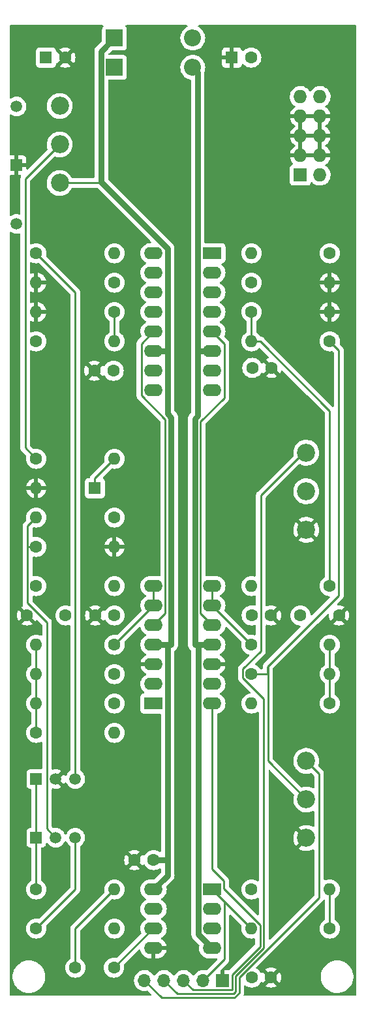
<source format=gtl>
G04 #@! TF.GenerationSoftware,KiCad,Pcbnew,6.0.4-6f826c9f35~116~ubuntu20.04.1*
G04 #@! TF.CreationDate,2022-04-19T12:45:32-04:00*
G04 #@! TF.ProjectId,vcapf_main,76636170-665f-46d6-9169-6e2e6b696361,rev?*
G04 #@! TF.SameCoordinates,Original*
G04 #@! TF.FileFunction,Copper,L1,Top*
G04 #@! TF.FilePolarity,Positive*
%FSLAX46Y46*%
G04 Gerber Fmt 4.6, Leading zero omitted, Abs format (unit mm)*
G04 Created by KiCad (PCBNEW 6.0.4-6f826c9f35~116~ubuntu20.04.1) date 2022-04-19 12:45:32*
%MOMM*%
%LPD*%
G01*
G04 APERTURE LIST*
G04 #@! TA.AperFunction,ComponentPad*
%ADD10C,2.340000*%
G04 #@! TD*
G04 #@! TA.AperFunction,ComponentPad*
%ADD11C,1.600000*%
G04 #@! TD*
G04 #@! TA.AperFunction,ComponentPad*
%ADD12O,1.600000X1.600000*%
G04 #@! TD*
G04 #@! TA.AperFunction,ComponentPad*
%ADD13R,1.600000X1.600000*%
G04 #@! TD*
G04 #@! TA.AperFunction,ComponentPad*
%ADD14R,1.500000X1.500000*%
G04 #@! TD*
G04 #@! TA.AperFunction,ComponentPad*
%ADD15C,1.500000*%
G04 #@! TD*
G04 #@! TA.AperFunction,ComponentPad*
%ADD16R,2.400000X1.600000*%
G04 #@! TD*
G04 #@! TA.AperFunction,ComponentPad*
%ADD17O,2.400000X1.600000*%
G04 #@! TD*
G04 #@! TA.AperFunction,ComponentPad*
%ADD18R,2.200000X2.200000*%
G04 #@! TD*
G04 #@! TA.AperFunction,ComponentPad*
%ADD19O,2.200000X2.200000*%
G04 #@! TD*
G04 #@! TA.AperFunction,ComponentPad*
%ADD20R,1.700000X1.700000*%
G04 #@! TD*
G04 #@! TA.AperFunction,ComponentPad*
%ADD21O,1.700000X1.700000*%
G04 #@! TD*
G04 #@! TA.AperFunction,ComponentPad*
%ADD22R,1.727200X1.727200*%
G04 #@! TD*
G04 #@! TA.AperFunction,ComponentPad*
%ADD23O,1.727200X1.727200*%
G04 #@! TD*
G04 #@! TA.AperFunction,Conductor*
%ADD24C,0.750000*%
G04 #@! TD*
G04 #@! TA.AperFunction,Conductor*
%ADD25C,0.250000*%
G04 #@! TD*
G04 APERTURE END LIST*
D10*
G04 #@! TO.P,RV1,1,1*
G04 #@! TO.N,Board_0-GND*
X165999999Y-142499999D03*
G04 #@! TO.P,RV1,2,2*
G04 #@! TO.N,Board_0-/Main PCB/INPUT_ATT*
X165999999Y-137499999D03*
G04 #@! TO.P,RV1,3,3*
G04 #@! TO.N,Board_0-/Main PCB/INPUT*
X165999999Y-132499999D03*
G04 #@! TD*
G04 #@! TO.P,RV2,1,1*
G04 #@! TO.N,Board_0--12V*
X133999999Y-47499999D03*
G04 #@! TO.P,RV2,2,2*
G04 #@! TO.N,Board_0-/Main PCB/FREQ*
X133999999Y-52499999D03*
G04 #@! TO.P,RV2,3,3*
G04 #@! TO.N,Board_0-+12V*
X133999999Y-57499999D03*
G04 #@! TD*
G04 #@! TO.P,RV3,1,1*
G04 #@! TO.N,Board_0-GND*
X165999999Y-102499999D03*
G04 #@! TO.P,RV3,2,2*
G04 #@! TO.N,Board_0-/Main PCB/CV_ATT*
X165999999Y-97499999D03*
G04 #@! TO.P,RV3,3,3*
G04 #@! TO.N,Board_0-/Main PCB/CV_IN*
X165999999Y-92499999D03*
G04 #@! TD*
D11*
G04 #@! TO.P,R9,1*
G04 #@! TO.N,Board_0-Net-(R10-Pad1)*
X158889999Y-74239999D03*
D12*
G04 #@! TO.P,R9,2*
G04 #@! TO.N,Board_0-GND*
X169049999Y-74239999D03*
G04 #@! TD*
D11*
G04 #@! TO.P,R19,1*
G04 #@! TO.N,Board_0-Net-(Q2-Pad3)*
X130949999Y-66619999D03*
D12*
G04 #@! TO.P,R19,2*
G04 #@! TO.N,Board_0-Net-(R19-Pad2)*
X141109999Y-66619999D03*
G04 #@! TD*
D11*
G04 #@! TO.P,R17,1*
G04 #@! TO.N,Board_0-Net-(R15-Pad2)*
X130949999Y-109799999D03*
D12*
G04 #@! TO.P,R17,2*
G04 #@! TO.N,Board_0-/Main PCB/LP2*
X141109999Y-109799999D03*
G04 #@! TD*
D11*
G04 #@! TO.P,R18,1*
G04 #@! TO.N,Board_0-Net-(R18-Pad1)*
X141109999Y-70429999D03*
D12*
G04 #@! TO.P,R18,2*
G04 #@! TO.N,Board_0-GND*
X130949999Y-70429999D03*
G04 #@! TD*
D11*
G04 #@! TO.P,C11,1*
G04 #@! TO.N,Board_0-Net-(C11-Pad1)*
X134759999Y-113609999D03*
G04 #@! TO.P,C11,2*
G04 #@! TO.N,Board_0-GND*
X129759999Y-113609999D03*
G04 #@! TD*
D13*
G04 #@! TO.P,D3,1,K*
G04 #@! TO.N,Board_0-Net-(D3-Pad1)*
X138569999Y-97099999D03*
D12*
G04 #@! TO.P,D3,2,A*
G04 #@! TO.N,Board_0-GND*
X130949999Y-97099999D03*
G04 #@! TD*
D14*
G04 #@! TO.P,Q1,1,E*
G04 #@! TO.N,Board_0-Net-(Q1-Pad1)*
X130949999Y-142459999D03*
D15*
G04 #@! TO.P,Q1,2,B*
G04 #@! TO.N,Board_0-Net-(D3-Pad1)*
X133489999Y-142459999D03*
G04 #@! TO.P,Q1,3,C*
G04 #@! TO.N,Board_0-Net-(C6-Pad2)*
X136029999Y-142459999D03*
G04 #@! TD*
D11*
G04 #@! TO.P,R10,1*
G04 #@! TO.N,Board_0-Net-(R10-Pad1)*
X169049999Y-109799999D03*
D12*
G04 #@! TO.P,R10,2*
G04 #@! TO.N,Board_0-/Main PCB/LP1*
X158889999Y-109799999D03*
G04 #@! TD*
D15*
G04 #@! TO.P,TP1,1,1*
G04 #@! TO.N,Board_0-+12V*
X128409999Y-62809999D03*
G04 #@! TD*
D11*
G04 #@! TO.P,C7,1*
G04 #@! TO.N,Board_0-+12V*
X141109999Y-113609999D03*
G04 #@! TO.P,C7,2*
G04 #@! TO.N,Board_0-GND*
X138609999Y-113609999D03*
G04 #@! TD*
G04 #@! TO.P,R5,1*
G04 #@! TO.N,Board_0-/Main PCB/INPUT_ATT*
X169049999Y-78049999D03*
D12*
G04 #@! TO.P,R5,2*
G04 #@! TO.N,Board_0-Net-(R10-Pad1)*
X158889999Y-78049999D03*
G04 #@! TD*
D15*
G04 #@! TO.P,TP3,1,1*
G04 #@! TO.N,Board_0--12V*
X128409999Y-47569999D03*
G04 #@! TD*
D11*
G04 #@! TO.P,C8,1*
G04 #@! TO.N,Board_0-GND*
X161429999Y-113609999D03*
G04 #@! TO.P,C8,2*
G04 #@! TO.N,Board_0--12V*
X158929999Y-113609999D03*
G04 #@! TD*
G04 #@! TO.P,C3,1*
G04 #@! TO.N,Board_0-+12V*
X140999999Y-81859999D03*
G04 #@! TO.P,C3,2*
G04 #@! TO.N,Board_0-GND*
X138499999Y-81859999D03*
G04 #@! TD*
G04 #@! TO.P,R26,1*
G04 #@! TO.N,Board_0-Net-(R20-Pad2)*
X169049999Y-125039999D03*
D12*
G04 #@! TO.P,R26,2*
G04 #@! TO.N,Board_0-/Main PCB/1POLE_OUT*
X158889999Y-125039999D03*
G04 #@! TD*
D14*
G04 #@! TO.P,TP2,1,1*
G04 #@! TO.N,Board_0-GND*
X128409999Y-55189999D03*
G04 #@! TD*
D11*
G04 #@! TO.P,R8,1*
G04 #@! TO.N,Board_0-Net-(D3-Pad1)*
X130949999Y-104719999D03*
D12*
G04 #@! TO.P,R8,2*
G04 #@! TO.N,Board_0-GND*
X141109999Y-104719999D03*
G04 #@! TD*
D14*
G04 #@! TO.P,Q2,1,E*
G04 #@! TO.N,Board_0-Net-(Q1-Pad1)*
X130949999Y-134839999D03*
D15*
G04 #@! TO.P,Q2,2,B*
G04 #@! TO.N,Board_0-GND*
X133489999Y-134839999D03*
G04 #@! TO.P,Q2,3,C*
G04 #@! TO.N,Board_0-Net-(Q2-Pad3)*
X136029999Y-134839999D03*
G04 #@! TD*
D11*
G04 #@! TO.P,R16,1*
G04 #@! TO.N,Board_0-Net-(R15-Pad2)*
X141109999Y-74239999D03*
D12*
G04 #@! TO.P,R16,2*
G04 #@! TO.N,Board_0-GND*
X130949999Y-74239999D03*
G04 #@! TD*
D16*
G04 #@! TO.P,U1,1*
G04 #@! TO.N,Board_0-Net-(R13-Pad2)*
X153799999Y-66609999D03*
D17*
G04 #@! TO.P,U1,2,DIODE_BIAS*
G04 #@! TO.N,Board_0-unconnected-(U1-Pad2)*
X153799999Y-69149999D03*
G04 #@! TO.P,U1,3,+*
G04 #@! TO.N,Board_0-Net-(R11-Pad1)*
X153799999Y-71689999D03*
G04 #@! TO.P,U1,4,-*
G04 #@! TO.N,Board_0-Net-(R10-Pad1)*
X153799999Y-74229999D03*
G04 #@! TO.P,U1,5*
G04 #@! TO.N,Board_0-Net-(C5-Pad1)*
X153799999Y-76769999D03*
G04 #@! TO.P,U1,6,V-*
G04 #@! TO.N,Board_0--12V*
X153799999Y-79309999D03*
G04 #@! TO.P,U1,7*
G04 #@! TO.N,Board_0-unconnected-(U1-Pad7)*
X153799999Y-81849999D03*
G04 #@! TO.P,U1,8*
G04 #@! TO.N,Board_0-unconnected-(U1-Pad8)*
X153799999Y-84389999D03*
G04 #@! TO.P,U1,9*
G04 #@! TO.N,Board_0-unconnected-(U1-Pad9)*
X146179999Y-84389999D03*
G04 #@! TO.P,U1,10*
G04 #@! TO.N,Board_0-unconnected-(U1-Pad10)*
X146179999Y-81849999D03*
G04 #@! TO.P,U1,11,V+*
G04 #@! TO.N,Board_0-+12V*
X146179999Y-79309999D03*
G04 #@! TO.P,U1,12*
G04 #@! TO.N,Board_0-Net-(C11-Pad1)*
X146179999Y-76769999D03*
G04 #@! TO.P,U1,13,-*
G04 #@! TO.N,Board_0-Net-(R15-Pad2)*
X146179999Y-74229999D03*
G04 #@! TO.P,U1,14,+*
G04 #@! TO.N,Board_0-Net-(R18-Pad1)*
X146179999Y-71689999D03*
G04 #@! TO.P,U1,15,DIODE_BIAS*
G04 #@! TO.N,Board_0-unconnected-(U1-Pad15)*
X146179999Y-69149999D03*
G04 #@! TO.P,U1,16*
G04 #@! TO.N,Board_0-Net-(R19-Pad2)*
X146179999Y-66609999D03*
G04 #@! TD*
D11*
G04 #@! TO.P,C6,1*
G04 #@! TO.N,Board_0-Net-(C6-Pad1)*
X136029999Y-159329999D03*
G04 #@! TO.P,C6,2*
G04 #@! TO.N,Board_0-Net-(C6-Pad2)*
X141029999Y-159329999D03*
G04 #@! TD*
D16*
G04 #@! TO.P,U3,1*
G04 #@! TO.N,Board_0-/Main PCB/2POLE_OUT*
X153799999Y-149179999D03*
D17*
G04 #@! TO.P,U3,2,-*
G04 #@! TO.N,Board_0-Net-(R25-Pad2)*
X153799999Y-151719999D03*
G04 #@! TO.P,U3,3,+*
G04 #@! TO.N,Board_0-GND*
X153799999Y-154259999D03*
G04 #@! TO.P,U3,4,V-*
G04 #@! TO.N,Board_0--12V*
X153799999Y-156799999D03*
G04 #@! TO.P,U3,5,+*
G04 #@! TO.N,Board_0-GND*
X146179999Y-156799999D03*
G04 #@! TO.P,U3,6,-*
G04 #@! TO.N,Board_0-Net-(C6-Pad2)*
X146179999Y-154259999D03*
G04 #@! TO.P,U3,7*
G04 #@! TO.N,Board_0-Net-(C6-Pad1)*
X146179999Y-151719999D03*
G04 #@! TO.P,U3,8,V+*
G04 #@! TO.N,Board_0-+12V*
X146179999Y-149179999D03*
G04 #@! TD*
D16*
G04 #@! TO.P,U2,1*
G04 #@! TO.N,Board_0-Net-(R25-Pad1)*
X146189999Y-125039999D03*
D17*
G04 #@! TO.P,U2,2,-*
G04 #@! TO.N,Board_0-Net-(R22-Pad2)*
X146189999Y-122499999D03*
G04 #@! TO.P,U2,3,+*
G04 #@! TO.N,Board_0-GND*
X146189999Y-119959999D03*
G04 #@! TO.P,U2,4,V+*
G04 #@! TO.N,Board_0-+12V*
X146189999Y-117419999D03*
G04 #@! TO.P,U2,5,+*
G04 #@! TO.N,Board_0-Net-(C11-Pad1)*
X146189999Y-114879999D03*
G04 #@! TO.P,U2,6,-*
G04 #@! TO.N,Board_0-/Main PCB/LP2*
X146189999Y-112339999D03*
G04 #@! TO.P,U2,7*
X146189999Y-109799999D03*
G04 #@! TO.P,U2,8*
G04 #@! TO.N,Board_0-/Main PCB/LP1*
X153809999Y-109799999D03*
G04 #@! TO.P,U2,9,-*
X153809999Y-112339999D03*
G04 #@! TO.P,U2,10,+*
G04 #@! TO.N,Board_0-Net-(C5-Pad1)*
X153809999Y-114879999D03*
G04 #@! TO.P,U2,11,V-*
G04 #@! TO.N,Board_0--12V*
X153809999Y-117419999D03*
G04 #@! TO.P,U2,12,+*
G04 #@! TO.N,Board_0-GND*
X153809999Y-119959999D03*
G04 #@! TO.P,U2,13,-*
G04 #@! TO.N,Board_0-Net-(R20-Pad2)*
X153809999Y-122499999D03*
G04 #@! TO.P,U2,14*
G04 #@! TO.N,Board_0-/Main PCB/1POLE_OUT*
X153809999Y-125039999D03*
G04 #@! TD*
D11*
G04 #@! TO.P,C10,1*
G04 #@! TO.N,Board_0-GND*
X161429999Y-160599999D03*
G04 #@! TO.P,C10,2*
G04 #@! TO.N,Board_0--12V*
X158929999Y-160599999D03*
G04 #@! TD*
G04 #@! TO.P,R28,1*
G04 #@! TO.N,Board_0-Net-(R25-Pad2)*
X169049999Y-154249999D03*
D12*
G04 #@! TO.P,R28,2*
G04 #@! TO.N,Board_0-/Main PCB/2POLE_OUT*
X158889999Y-154249999D03*
G04 #@! TD*
D18*
G04 #@! TO.P,D1,1,K*
G04 #@! TO.N,Board_0-+12V*
X141109999Y-38679999D03*
D19*
G04 #@! TO.P,D1,2,A*
G04 #@! TO.N,Board_0-/+12_IN*
X151269999Y-38679999D03*
G04 #@! TD*
D11*
G04 #@! TO.P,C9,1*
G04 #@! TO.N,Board_0-+12V*
X146189999Y-145359999D03*
G04 #@! TO.P,C9,2*
G04 #@! TO.N,Board_0-GND*
X143689999Y-145359999D03*
G04 #@! TD*
G04 #@! TO.P,R11,1*
G04 #@! TO.N,Board_0-Net-(R11-Pad1)*
X158889999Y-70429999D03*
D12*
G04 #@! TO.P,R11,2*
G04 #@! TO.N,Board_0-GND*
X169049999Y-70429999D03*
G04 #@! TD*
D13*
G04 #@! TO.P,C1,1*
G04 #@! TO.N,Board_0-+12V*
X132219999Y-41219999D03*
D11*
G04 #@! TO.P,C1,2*
G04 #@! TO.N,Board_0-GND*
X134719999Y-41219999D03*
G04 #@! TD*
G04 #@! TO.P,R6,1*
G04 #@! TO.N,Board_0-/Main PCB/FREQ*
X130949999Y-93289999D03*
D12*
G04 #@! TO.P,R6,2*
G04 #@! TO.N,Board_0-Net-(D3-Pad1)*
X141109999Y-93289999D03*
G04 #@! TD*
D13*
G04 #@! TO.P,C2,1*
G04 #@! TO.N,Board_0-GND*
X156349999Y-41219999D03*
D11*
G04 #@! TO.P,C2,2*
G04 #@! TO.N,Board_0--12V*
X158849999Y-41219999D03*
G04 #@! TD*
G04 #@! TO.P,R20,1*
G04 #@! TO.N,Board_0-/Main PCB/INPUT_ATT*
X158889999Y-121229999D03*
D12*
G04 #@! TO.P,R20,2*
G04 #@! TO.N,Board_0-Net-(R20-Pad2)*
X169049999Y-121229999D03*
G04 #@! TD*
D11*
G04 #@! TO.P,R21,1*
G04 #@! TO.N,Board_0-/Main PCB/LP1*
X158889999Y-117419999D03*
D12*
G04 #@! TO.P,R21,2*
G04 #@! TO.N,Board_0-Net-(R20-Pad2)*
X169049999Y-117419999D03*
G04 #@! TD*
D11*
G04 #@! TO.P,R24,1*
G04 #@! TO.N,Board_0-/Main PCB/LP2*
X141109999Y-117419999D03*
D12*
G04 #@! TO.P,R24,2*
G04 #@! TO.N,Board_0-Net-(R22-Pad2)*
X130949999Y-117419999D03*
G04 #@! TD*
D11*
G04 #@! TO.P,R15,1*
G04 #@! TO.N,Board_0-/Main PCB/LP1*
X130949999Y-78049999D03*
D12*
G04 #@! TO.P,R15,2*
G04 #@! TO.N,Board_0-Net-(R15-Pad2)*
X141109999Y-78049999D03*
G04 #@! TD*
D18*
G04 #@! TO.P,D2,1,K*
G04 #@! TO.N,Board_0-/-12_IN*
X141109999Y-42489999D03*
D19*
G04 #@! TO.P,D2,2,A*
G04 #@! TO.N,Board_0--12V*
X151269999Y-42489999D03*
G04 #@! TD*
D11*
G04 #@! TO.P,R23,1*
G04 #@! TO.N,Board_0-/Main PCB/LP1*
X141109999Y-121229999D03*
D12*
G04 #@! TO.P,R23,2*
G04 #@! TO.N,Board_0-Net-(R22-Pad2)*
X130949999Y-121229999D03*
G04 #@! TD*
D11*
G04 #@! TO.P,R14,1*
G04 #@! TO.N,Board_0-Net-(Q1-Pad1)*
X130949999Y-149169999D03*
D12*
G04 #@! TO.P,R14,2*
G04 #@! TO.N,Board_0-Net-(C6-Pad1)*
X141109999Y-149169999D03*
G04 #@! TD*
D11*
G04 #@! TO.P,R12,1*
G04 #@! TO.N,Board_0-Net-(C6-Pad2)*
X130949999Y-154249999D03*
D12*
G04 #@! TO.P,R12,2*
G04 #@! TO.N,Board_0--12V*
X141109999Y-154249999D03*
G04 #@! TD*
D11*
G04 #@! TO.P,R27,1*
G04 #@! TO.N,Board_0-Net-(R22-Pad2)*
X130949999Y-128849999D03*
D12*
G04 #@! TO.P,R27,2*
G04 #@! TO.N,Board_0-Net-(R25-Pad1)*
X141109999Y-128849999D03*
G04 #@! TD*
D11*
G04 #@! TO.P,R22,1*
G04 #@! TO.N,Board_0-/Main PCB/INPUT_ATT*
X141109999Y-125039999D03*
D12*
G04 #@! TO.P,R22,2*
G04 #@! TO.N,Board_0-Net-(R22-Pad2)*
X130949999Y-125039999D03*
G04 #@! TD*
D11*
G04 #@! TO.P,R13,1*
G04 #@! TO.N,Board_0-Net-(Q2-Pad3)*
X169049999Y-66619999D03*
D12*
G04 #@! TO.P,R13,2*
G04 #@! TO.N,Board_0-Net-(R13-Pad2)*
X158889999Y-66619999D03*
G04 #@! TD*
D20*
G04 #@! TO.P,J4,1,Pin_1*
G04 #@! TO.N,Board_0-GND*
X155159999Y-160999999D03*
D21*
G04 #@! TO.P,J4,2,Pin_2*
G04 #@! TO.N,Board_0-/Main PCB/2POLE_OUT*
X152619999Y-160999999D03*
G04 #@! TO.P,J4,3,Pin_3*
G04 #@! TO.N,Board_0-/Main PCB/1POLE_OUT*
X150079999Y-160999999D03*
G04 #@! TO.P,J4,4,Pin_4*
G04 #@! TO.N,Board_0-/Main PCB/CV_IN*
X147539999Y-160999999D03*
G04 #@! TO.P,J4,5,Pin_5*
G04 #@! TO.N,Board_0-/Main PCB/INPUT*
X144999999Y-160999999D03*
G04 #@! TD*
D11*
G04 #@! TO.P,C4,1*
G04 #@! TO.N,Board_0-GND*
X161499999Y-81499999D03*
G04 #@! TO.P,C4,2*
G04 #@! TO.N,Board_0--12V*
X158999999Y-81499999D03*
G04 #@! TD*
G04 #@! TO.P,C5,1*
G04 #@! TO.N,Board_0-Net-(C5-Pad1)*
X165239999Y-113609999D03*
G04 #@! TO.P,C5,2*
G04 #@! TO.N,Board_0-GND*
X170239999Y-113609999D03*
G04 #@! TD*
G04 #@! TO.P,R7,1*
G04 #@! TO.N,Board_0-/Main PCB/CV_ATT*
X141109999Y-100909999D03*
D12*
G04 #@! TO.P,R7,2*
G04 #@! TO.N,Board_0-Net-(D3-Pad1)*
X130949999Y-100909999D03*
G04 #@! TD*
D22*
G04 #@! TO.P,J1,1,-12V*
G04 #@! TO.N,Board_0-/-12_IN*
X165239999Y-56459999D03*
D23*
G04 #@! TO.P,J1,2,-12V*
X167779999Y-56459999D03*
G04 #@! TO.P,J1,3,GND*
G04 #@! TO.N,Board_0-GND*
X165239999Y-53919999D03*
G04 #@! TO.P,J1,4,GND*
X167779999Y-53919999D03*
G04 #@! TO.P,J1,5,GND*
X165239999Y-51379999D03*
G04 #@! TO.P,J1,6,GND*
X167779999Y-51379999D03*
G04 #@! TO.P,J1,7,GND*
X165239999Y-48839999D03*
G04 #@! TO.P,J1,8,GND*
X167779999Y-48839999D03*
G04 #@! TO.P,J1,9,+12V*
G04 #@! TO.N,Board_0-/+12_IN*
X165239999Y-46299999D03*
G04 #@! TO.P,J1,10,+12V*
X167779999Y-46299999D03*
G04 #@! TD*
D11*
G04 #@! TO.P,R25,1*
G04 #@! TO.N,Board_0-Net-(R25-Pad1)*
X158889999Y-149169999D03*
D12*
G04 #@! TO.P,R25,2*
G04 #@! TO.N,Board_0-Net-(R25-Pad2)*
X169049999Y-149169999D03*
G04 #@! TD*
D24*
G04 #@! TO.N,Board_0-+12V*
X146189999Y-117419999D02*
X147967999Y-117419999D01*
X141109999Y-38679999D02*
X139385488Y-40404510D01*
X148014510Y-145406510D02*
X148014510Y-147345488D01*
X148014510Y-147345488D02*
X146179999Y-149179999D01*
X148004519Y-87440538D02*
X148004519Y-79309999D01*
X147967999Y-145359999D02*
X148014510Y-145406510D01*
X148004519Y-66004519D02*
X139500000Y-57500000D01*
X147967999Y-117419999D02*
X148464039Y-117419999D01*
X146189999Y-145359999D02*
X147967999Y-145359999D01*
X148014510Y-117466510D02*
X147967999Y-117419999D01*
X146179999Y-79309999D02*
X148004519Y-79309999D01*
X148464039Y-87900058D02*
X148004519Y-87440538D01*
X139385488Y-40404510D02*
X139385488Y-57385488D01*
X139385488Y-57385488D02*
X139500000Y-57500000D01*
D25*
X133999999Y-57499999D02*
X139500000Y-57500000D01*
D24*
X148014510Y-145406510D02*
X148014510Y-117466510D01*
X148004519Y-79309999D02*
X148004519Y-66004519D01*
X148464039Y-117419999D02*
X148464039Y-87900058D01*
G04 #@! TO.N,Board_0--12V*
X152031999Y-117419999D02*
X151535969Y-117419999D01*
X153799999Y-79309999D02*
X152041999Y-79309999D01*
X151975479Y-117476519D02*
X152031999Y-117419999D01*
X151904999Y-79446999D02*
X151904999Y-43124999D01*
X153799999Y-156799999D02*
X151975479Y-154975479D01*
X151975479Y-154975479D02*
X151975479Y-117476519D01*
X151904999Y-87701999D02*
X151904999Y-79446999D01*
X152041999Y-79309999D02*
X151904999Y-79446999D01*
X151535969Y-88071029D02*
X151904999Y-87701999D01*
X151535969Y-117419999D02*
X151535969Y-88071029D01*
X153809999Y-117419999D02*
X152031999Y-117419999D01*
X151904999Y-43124999D02*
X151523999Y-42743999D01*
D25*
G04 #@! TO.N,Board_0-/Main PCB/1POLE_OUT*
X156384510Y-162224510D02*
X151304510Y-162224510D01*
X156384510Y-160213070D02*
X156384510Y-162224510D01*
X160014510Y-156583070D02*
X156384510Y-160213070D01*
X151304510Y-162224510D02*
X150079999Y-160999999D01*
X155324510Y-148047860D02*
X155324510Y-149094210D01*
X153809999Y-146533349D02*
X155324510Y-148047860D01*
X155324510Y-149094210D02*
X160014510Y-153784210D01*
X160014510Y-153784210D02*
X160014510Y-156583070D01*
X153809999Y-125039999D02*
X153809999Y-146533349D01*
G04 #@! TO.N,Board_0-/Main PCB/2POLE_OUT*
X155374519Y-150754519D02*
X155374519Y-158245479D01*
X153799999Y-149179999D02*
X155374519Y-150754519D01*
X158889999Y-154249999D02*
X155394519Y-150754519D01*
X155374519Y-158245479D02*
X152619999Y-160999999D01*
X155394519Y-150754519D02*
X155374519Y-150754519D01*
G04 #@! TO.N,Board_0-/Main PCB/CV_IN*
X157765488Y-120576510D02*
X157765488Y-121695788D01*
X157765488Y-121695788D02*
X160464030Y-124394330D01*
X160464030Y-156769268D02*
X156834030Y-160399268D01*
X160464030Y-124394330D02*
X160464030Y-156769268D01*
X156834030Y-160399268D02*
X156834030Y-161693407D01*
X156520703Y-162724021D02*
X149264021Y-162724021D01*
X156834021Y-162410703D02*
X156520703Y-162724021D01*
X165659999Y-92499999D02*
X160104510Y-98055488D01*
X160104510Y-118237488D02*
X157765488Y-120576510D01*
X156834021Y-161693416D02*
X156834021Y-162410703D01*
X156834030Y-161693407D02*
X156834021Y-161693416D01*
X149264021Y-162724021D02*
X147539999Y-160999999D01*
X160104510Y-98055488D02*
X160104510Y-118237488D01*
G04 #@! TO.N,Board_0-/Main PCB/FREQ*
X133999999Y-52499999D02*
X129534510Y-56965488D01*
X129534510Y-91874510D02*
X130949999Y-93289999D01*
X129534510Y-56965488D02*
X129534510Y-91874510D01*
G04 #@! TO.N,Board_0-/Main PCB/INPUT*
X156656896Y-163223532D02*
X157283541Y-162596887D01*
X167652999Y-134152999D02*
X165999999Y-132499999D01*
X157283541Y-162596887D02*
X157283541Y-160585461D01*
X144999999Y-160999999D02*
X147223532Y-163223532D01*
X167652999Y-150216003D02*
X167652999Y-134152999D01*
X147223532Y-163223532D02*
X156656896Y-163223532D01*
X157283541Y-160585461D02*
X167652999Y-150216003D01*
G04 #@! TO.N,Board_0-/Main PCB/INPUT_ATT*
X161013532Y-132513532D02*
X165999999Y-137499999D01*
X170224510Y-111026858D02*
X170224510Y-79224510D01*
X161013532Y-120305532D02*
X161013532Y-132513532D01*
X160979684Y-121229999D02*
X160979684Y-120271684D01*
X160979684Y-120271684D02*
X170224510Y-111026858D01*
X170224510Y-79224510D02*
X169049999Y-78049999D01*
X160979684Y-120271684D02*
X161013532Y-120305532D01*
X158889999Y-121229999D02*
X160979684Y-121229999D01*
G04 #@! TO.N,Board_0-/Main PCB/LP1*
X158889999Y-117419999D02*
X153809999Y-112339999D01*
X153809999Y-112339999D02*
X153809999Y-109799999D01*
G04 #@! TO.N,Board_0-/Main PCB/LP2*
X141109999Y-117419999D02*
X146189999Y-112339999D01*
X146189999Y-112339999D02*
X146189999Y-109799999D01*
G04 #@! TO.N,Board_0-Net-(C11-Pad1)*
X144605479Y-78344519D02*
X144605479Y-85101479D01*
X144605479Y-85101479D02*
X147714519Y-88210519D01*
X147714519Y-113355479D02*
X146189999Y-114879999D01*
X147714519Y-88210519D02*
X147714519Y-113355479D01*
X146179999Y-76769999D02*
X144605479Y-78344519D01*
G04 #@! TO.N,Board_0-Net-(C5-Pad1)*
X155374519Y-78344519D02*
X155374519Y-85375479D01*
X155374519Y-85375479D02*
X152285480Y-88464518D01*
X152285480Y-88464518D02*
X152285480Y-113355480D01*
X153799999Y-76769999D02*
X155374519Y-78344519D01*
X152285480Y-113355480D02*
X153809999Y-114879999D01*
G04 #@! TO.N,Board_0-Net-(C6-Pad1)*
X136029999Y-154249999D02*
X141109999Y-149169999D01*
X136029999Y-159329999D02*
X136029999Y-154249999D01*
G04 #@! TO.N,Board_0-Net-(C6-Pad2)*
X141029999Y-159329999D02*
X146099999Y-154259999D01*
X130949999Y-154249999D02*
X136029999Y-149169999D01*
X136029999Y-149169999D02*
X136029999Y-142459999D01*
G04 #@! TO.N,Board_0-Net-(D3-Pad1)*
X130949999Y-100909999D02*
X129825488Y-102034510D01*
X129825488Y-112014478D02*
X132346999Y-114535989D01*
X138569999Y-95829999D02*
X141109999Y-93289999D01*
X129825488Y-104738488D02*
X129825488Y-112014478D01*
X138569999Y-97099999D02*
X138569999Y-95829999D01*
X132346999Y-141316999D02*
X133489999Y-142459999D01*
X129843977Y-104719999D02*
X129825488Y-104738488D01*
X129825488Y-102034510D02*
X129825488Y-104738488D01*
X132346999Y-114535989D02*
X132346999Y-141316999D01*
X130949999Y-104719999D02*
X129843977Y-104719999D01*
G04 #@! TO.N,Board_0-Net-(Q1-Pad1)*
X130949999Y-142459999D02*
X130949999Y-134839999D01*
X130949999Y-149169999D02*
X130949999Y-142459999D01*
G04 #@! TO.N,Board_0-Net-(Q2-Pad3)*
X136029999Y-71699999D02*
X130949999Y-66619999D01*
X136029999Y-134839999D02*
X136029999Y-71699999D01*
G04 #@! TO.N,Board_0-Net-(R10-Pad1)*
X169049999Y-87078629D02*
X160021369Y-78049999D01*
X169049999Y-109799999D02*
X169049999Y-87078629D01*
X158889999Y-74239999D02*
X158889999Y-78049999D01*
X160021369Y-78049999D02*
X158889999Y-78049999D01*
G04 #@! TO.N,Board_0-Net-(R15-Pad2)*
X141109999Y-74239999D02*
X141109999Y-78049999D01*
G04 #@! TO.N,Board_0-Net-(R20-Pad2)*
X169049999Y-121229999D02*
X169049999Y-125039999D01*
X169049999Y-117419999D02*
X169049999Y-121229999D01*
G04 #@! TO.N,Board_0-Net-(R22-Pad2)*
X130949999Y-117419999D02*
X130949999Y-121229999D01*
X130949999Y-125039999D02*
X130949999Y-128849999D01*
X130949999Y-121229999D02*
X130949999Y-125039999D01*
G04 #@! TO.N,Board_0-Net-(R25-Pad2)*
X169049999Y-154249999D02*
X169049999Y-149169999D01*
G04 #@! TD*
G04 #@! TA.AperFunction,Conductor*
G04 #@! TO.N,Board_0-GND*
G36*
X139620707Y-37028501D02*
G01*
X139667200Y-37082157D01*
X139677304Y-37152431D01*
X139648557Y-37215374D01*
X139646738Y-37216738D01*
X139559384Y-37333294D01*
X139508254Y-37469683D01*
X139501499Y-37531865D01*
X139501499Y-38986851D01*
X139481497Y-39054972D01*
X139464594Y-39075946D01*
X138816942Y-39723598D01*
X138801914Y-39736435D01*
X138791054Y-39744325D01*
X138786633Y-39749235D01*
X138786632Y-39749236D01*
X138746602Y-39793694D01*
X138742061Y-39798479D01*
X138728016Y-39812524D01*
X138725932Y-39815098D01*
X138725929Y-39815101D01*
X138715519Y-39827956D01*
X138711235Y-39832972D01*
X138671205Y-39877430D01*
X138671201Y-39877435D01*
X138666784Y-39882341D01*
X138660279Y-39893607D01*
X138660077Y-39893958D01*
X138648879Y-39910251D01*
X138640441Y-39920671D01*
X138610275Y-39979873D01*
X138607142Y-39985643D01*
X138577228Y-40037455D01*
X138577226Y-40037460D01*
X138573924Y-40043179D01*
X138571883Y-40049459D01*
X138571880Y-40049467D01*
X138569780Y-40055931D01*
X138562216Y-40074193D01*
X138559125Y-40080259D01*
X138559122Y-40080268D01*
X138556126Y-40086147D01*
X138554417Y-40092525D01*
X138538932Y-40150314D01*
X138537066Y-40156616D01*
X138516534Y-40219808D01*
X138515844Y-40226376D01*
X138515133Y-40233138D01*
X138511530Y-40252581D01*
X138508058Y-40265539D01*
X138507713Y-40272129D01*
X138507712Y-40272133D01*
X138504581Y-40331877D01*
X138504065Y-40338441D01*
X138501988Y-40358204D01*
X138501988Y-40378065D01*
X138501815Y-40384660D01*
X138498338Y-40451003D01*
X138499370Y-40457517D01*
X138500437Y-40464254D01*
X138501988Y-40483966D01*
X138501988Y-56740500D01*
X138481986Y-56808621D01*
X138428330Y-56855114D01*
X138375988Y-56866500D01*
X136751879Y-56866499D01*
X135640872Y-56866499D01*
X135572751Y-56846497D01*
X135526258Y-56792841D01*
X135523438Y-56786164D01*
X135519237Y-56775360D01*
X135515462Y-56768754D01*
X135413390Y-56590167D01*
X135395441Y-56558762D01*
X135240989Y-56362841D01*
X135059275Y-56191901D01*
X134943159Y-56111349D01*
X134858129Y-56052361D01*
X134858124Y-56052358D01*
X134854291Y-56049699D01*
X134850109Y-56047636D01*
X134850101Y-56047632D01*
X134634727Y-55941422D01*
X134634724Y-55941421D01*
X134630539Y-55939357D01*
X134392936Y-55863299D01*
X134388329Y-55862549D01*
X134388326Y-55862548D01*
X134151311Y-55823948D01*
X134151312Y-55823948D01*
X134146700Y-55823197D01*
X134025752Y-55821614D01*
X133901919Y-55819993D01*
X133901916Y-55819993D01*
X133897242Y-55819932D01*
X133650041Y-55853574D01*
X133645555Y-55854882D01*
X133645553Y-55854882D01*
X133616676Y-55863299D01*
X133410527Y-55923386D01*
X133183964Y-56027833D01*
X133180055Y-56030396D01*
X132979241Y-56162055D01*
X132979236Y-56162059D01*
X132975328Y-56164621D01*
X132789201Y-56330745D01*
X132629674Y-56522556D01*
X132500251Y-56735839D01*
X132498442Y-56740153D01*
X132498441Y-56740155D01*
X132412362Y-56945431D01*
X132403774Y-56965910D01*
X132342364Y-57207713D01*
X132317369Y-57455938D01*
X132317593Y-57460605D01*
X132317593Y-57460610D01*
X132322458Y-57561894D01*
X132329338Y-57705130D01*
X132378009Y-57949817D01*
X132462313Y-58184621D01*
X132580397Y-58404385D01*
X132729667Y-58604282D01*
X132906843Y-58779920D01*
X132910605Y-58782678D01*
X132910608Y-58782681D01*
X133100264Y-58921741D01*
X133108035Y-58927439D01*
X133112170Y-58929615D01*
X133112174Y-58929617D01*
X133228008Y-58990560D01*
X133328822Y-59043601D01*
X133564353Y-59125852D01*
X133568946Y-59126724D01*
X133804866Y-59171515D01*
X133804869Y-59171515D01*
X133809455Y-59172386D01*
X133934099Y-59177284D01*
X134054074Y-59181998D01*
X134054080Y-59181998D01*
X134058742Y-59182181D01*
X134156133Y-59171515D01*
X134302086Y-59155531D01*
X134302091Y-59155530D01*
X134306739Y-59155021D01*
X134311263Y-59153830D01*
X134543475Y-59092693D01*
X134543477Y-59092692D01*
X134547998Y-59091502D01*
X134552295Y-59089656D01*
X134772923Y-58994867D01*
X134772925Y-58994866D01*
X134777217Y-58993022D01*
X134887666Y-58924674D01*
X134985390Y-58864201D01*
X134985394Y-58864198D01*
X134989363Y-58861742D01*
X135179774Y-58700547D01*
X135261315Y-58607568D01*
X135341186Y-58516493D01*
X135341190Y-58516488D01*
X135344268Y-58512978D01*
X135479230Y-58303156D01*
X135522208Y-58207749D01*
X135568423Y-58153854D01*
X135637090Y-58133499D01*
X137584072Y-58133500D01*
X138831852Y-58133500D01*
X138899973Y-58153502D01*
X138920947Y-58170405D01*
X145836946Y-65086404D01*
X145870972Y-65148716D01*
X145865907Y-65219531D01*
X145823360Y-65276367D01*
X145756840Y-65301178D01*
X145747851Y-65301499D01*
X145722872Y-65301499D01*
X145720155Y-65301737D01*
X145720148Y-65301737D01*
X145651479Y-65307745D01*
X145551912Y-65316456D01*
X145546599Y-65317880D01*
X145546597Y-65317880D01*
X145336066Y-65374292D01*
X145336064Y-65374293D01*
X145330756Y-65375715D01*
X145325775Y-65378038D01*
X145325774Y-65378038D01*
X145128237Y-65470150D01*
X145128232Y-65470153D01*
X145123250Y-65472476D01*
X145018388Y-65545901D01*
X144940210Y-65600642D01*
X144940207Y-65600644D01*
X144935699Y-65603801D01*
X144773801Y-65765699D01*
X144770644Y-65770207D01*
X144770642Y-65770210D01*
X144766799Y-65775699D01*
X144642476Y-65953250D01*
X144640153Y-65958232D01*
X144640150Y-65958237D01*
X144581518Y-66083976D01*
X144545715Y-66160756D01*
X144544293Y-66166064D01*
X144544292Y-66166066D01*
X144487880Y-66376597D01*
X144486456Y-66381912D01*
X144466501Y-66609999D01*
X144486456Y-66838086D01*
X144487880Y-66843399D01*
X144487880Y-66843401D01*
X144538750Y-67033247D01*
X144545715Y-67059242D01*
X144548038Y-67064223D01*
X144548038Y-67064224D01*
X144640150Y-67261761D01*
X144640153Y-67261766D01*
X144642476Y-67266748D01*
X144773801Y-67454299D01*
X144935699Y-67616197D01*
X144940207Y-67619354D01*
X144940210Y-67619356D01*
X144949980Y-67626197D01*
X145123250Y-67747522D01*
X145128232Y-67749845D01*
X145128237Y-67749848D01*
X145162456Y-67765804D01*
X145215741Y-67812721D01*
X145235202Y-67880998D01*
X145214660Y-67948958D01*
X145162456Y-67994194D01*
X145128237Y-68010150D01*
X145128232Y-68010153D01*
X145123250Y-68012476D01*
X145018388Y-68085901D01*
X144940210Y-68140642D01*
X144940207Y-68140644D01*
X144935699Y-68143801D01*
X144773801Y-68305699D01*
X144642476Y-68493250D01*
X144640153Y-68498232D01*
X144640150Y-68498237D01*
X144548038Y-68695774D01*
X144545715Y-68700756D01*
X144486456Y-68921912D01*
X144466501Y-69149999D01*
X144486456Y-69378086D01*
X144487880Y-69383399D01*
X144487880Y-69383401D01*
X144499750Y-69427698D01*
X144545715Y-69599242D01*
X144548038Y-69604223D01*
X144548038Y-69604224D01*
X144640150Y-69801761D01*
X144640153Y-69801766D01*
X144642476Y-69806748D01*
X144645633Y-69811256D01*
X144768157Y-69986238D01*
X144773801Y-69994299D01*
X144935699Y-70156197D01*
X144940207Y-70159354D01*
X144940210Y-70159356D01*
X145008813Y-70207392D01*
X145123250Y-70287522D01*
X145128232Y-70289845D01*
X145128237Y-70289848D01*
X145162456Y-70305804D01*
X145215741Y-70352721D01*
X145235202Y-70420998D01*
X145214660Y-70488958D01*
X145162456Y-70534194D01*
X145128237Y-70550150D01*
X145128232Y-70550153D01*
X145123250Y-70552476D01*
X145018388Y-70625901D01*
X144940210Y-70680642D01*
X144940207Y-70680644D01*
X144935699Y-70683801D01*
X144773801Y-70845699D01*
X144642476Y-71033250D01*
X144640153Y-71038232D01*
X144640150Y-71038237D01*
X144548538Y-71234701D01*
X144545715Y-71240756D01*
X144544293Y-71246064D01*
X144544292Y-71246066D01*
X144493346Y-71436197D01*
X144486456Y-71461912D01*
X144466501Y-71689999D01*
X144486456Y-71918086D01*
X144545715Y-72139242D01*
X144548038Y-72144223D01*
X144548038Y-72144224D01*
X144640150Y-72341761D01*
X144640153Y-72341766D01*
X144642476Y-72346748D01*
X144773801Y-72534299D01*
X144935699Y-72696197D01*
X144940207Y-72699354D01*
X144940210Y-72699356D01*
X145018388Y-72754097D01*
X145123250Y-72827522D01*
X145128232Y-72829845D01*
X145128237Y-72829848D01*
X145162456Y-72845804D01*
X145215741Y-72892721D01*
X145235202Y-72960998D01*
X145214660Y-73028958D01*
X145162456Y-73074194D01*
X145128237Y-73090150D01*
X145128232Y-73090153D01*
X145123250Y-73092476D01*
X145108969Y-73102476D01*
X144940210Y-73220642D01*
X144940207Y-73220644D01*
X144935699Y-73223801D01*
X144773801Y-73385699D01*
X144770644Y-73390207D01*
X144770642Y-73390210D01*
X144715901Y-73468388D01*
X144642476Y-73573250D01*
X144640153Y-73578232D01*
X144640150Y-73578237D01*
X144635487Y-73588237D01*
X144545715Y-73780756D01*
X144544293Y-73786064D01*
X144544292Y-73786066D01*
X144490720Y-73985999D01*
X144486456Y-74001912D01*
X144466501Y-74229999D01*
X144486456Y-74458086D01*
X144487880Y-74463399D01*
X144487880Y-74463401D01*
X144496850Y-74496875D01*
X144545715Y-74679242D01*
X144548038Y-74684223D01*
X144548038Y-74684224D01*
X144640150Y-74881761D01*
X144640153Y-74881766D01*
X144642476Y-74886748D01*
X144773801Y-75074299D01*
X144935699Y-75236197D01*
X144940207Y-75239354D01*
X144940210Y-75239356D01*
X144949980Y-75246197D01*
X145123250Y-75367522D01*
X145128232Y-75369845D01*
X145128237Y-75369848D01*
X145162456Y-75385804D01*
X145215741Y-75432721D01*
X145235202Y-75500998D01*
X145214660Y-75568958D01*
X145162456Y-75614194D01*
X145128237Y-75630150D01*
X145128232Y-75630153D01*
X145123250Y-75632476D01*
X145018388Y-75705901D01*
X144940210Y-75760642D01*
X144940207Y-75760644D01*
X144935699Y-75763801D01*
X144773801Y-75925699D01*
X144642476Y-76113250D01*
X144640153Y-76118232D01*
X144640150Y-76118237D01*
X144548038Y-76315774D01*
X144545715Y-76320756D01*
X144486456Y-76541912D01*
X144466501Y-76769999D01*
X144486456Y-76998086D01*
X144487880Y-77003399D01*
X144487880Y-77003401D01*
X144499750Y-77047698D01*
X144545715Y-77219242D01*
X144600379Y-77336470D01*
X144611040Y-77406661D01*
X144582060Y-77471473D01*
X144575279Y-77478814D01*
X144213226Y-77840867D01*
X144204940Y-77848407D01*
X144198461Y-77852519D01*
X144193036Y-77858296D01*
X144151836Y-77902170D01*
X144149081Y-77905012D01*
X144129344Y-77924749D01*
X144126864Y-77927946D01*
X144119161Y-77936966D01*
X144088893Y-77969198D01*
X144085074Y-77976144D01*
X144085072Y-77976147D01*
X144079131Y-77986953D01*
X144068280Y-78003472D01*
X144055865Y-78019478D01*
X144052720Y-78026747D01*
X144052717Y-78026751D01*
X144038305Y-78060056D01*
X144033088Y-78070706D01*
X144011784Y-78109459D01*
X144009813Y-78117134D01*
X144009813Y-78117135D01*
X144006746Y-78129081D01*
X144000342Y-78147785D01*
X143992298Y-78166374D01*
X143991059Y-78174197D01*
X143991056Y-78174207D01*
X143985380Y-78210043D01*
X143982974Y-78221663D01*
X143977078Y-78244630D01*
X143971979Y-78264489D01*
X143971979Y-78284743D01*
X143970428Y-78304453D01*
X143967259Y-78324462D01*
X143968005Y-78332354D01*
X143971420Y-78368480D01*
X143971979Y-78380338D01*
X143971979Y-85022712D01*
X143971452Y-85033895D01*
X143969777Y-85041388D01*
X143970026Y-85049314D01*
X143970026Y-85049315D01*
X143971917Y-85109465D01*
X143971979Y-85113424D01*
X143971979Y-85141335D01*
X143972476Y-85145269D01*
X143972476Y-85145270D01*
X143972484Y-85145335D01*
X143973417Y-85157172D01*
X143974806Y-85201368D01*
X143980457Y-85220818D01*
X143984466Y-85240179D01*
X143987005Y-85260276D01*
X143989924Y-85267647D01*
X143989924Y-85267649D01*
X144003283Y-85301391D01*
X144007128Y-85312621D01*
X144016710Y-85345604D01*
X144019461Y-85355072D01*
X144023494Y-85361891D01*
X144023496Y-85361896D01*
X144029772Y-85372507D01*
X144038467Y-85390255D01*
X144045927Y-85409096D01*
X144050589Y-85415512D01*
X144050589Y-85415513D01*
X144071915Y-85444866D01*
X144078431Y-85454786D01*
X144100937Y-85492841D01*
X144115258Y-85507162D01*
X144128098Y-85522195D01*
X144140007Y-85538586D01*
X144158185Y-85553624D01*
X144174084Y-85566777D01*
X144182863Y-85574767D01*
X147044114Y-88436018D01*
X147078140Y-88498330D01*
X147081019Y-88525113D01*
X147081019Y-108412702D01*
X147061017Y-108480823D01*
X147007361Y-108527316D01*
X146937087Y-108537420D01*
X146922408Y-108534409D01*
X146823401Y-108507880D01*
X146823399Y-108507880D01*
X146818086Y-108506456D01*
X146718519Y-108497745D01*
X146649850Y-108491737D01*
X146649843Y-108491737D01*
X146647126Y-108491499D01*
X145732872Y-108491499D01*
X145730155Y-108491737D01*
X145730148Y-108491737D01*
X145661479Y-108497745D01*
X145561912Y-108506456D01*
X145556599Y-108507880D01*
X145556597Y-108507880D01*
X145346066Y-108564292D01*
X145346064Y-108564293D01*
X145340756Y-108565715D01*
X145335775Y-108568038D01*
X145335774Y-108568038D01*
X145138237Y-108660150D01*
X145138232Y-108660153D01*
X145133250Y-108662476D01*
X145102771Y-108683818D01*
X144950210Y-108790642D01*
X144950207Y-108790644D01*
X144945699Y-108793801D01*
X144783801Y-108955699D01*
X144652476Y-109143250D01*
X144650153Y-109148232D01*
X144650150Y-109148237D01*
X144558038Y-109345774D01*
X144555715Y-109350756D01*
X144496456Y-109571912D01*
X144476501Y-109799999D01*
X144496456Y-110028086D01*
X144555715Y-110249242D01*
X144558038Y-110254223D01*
X144558038Y-110254224D01*
X144650150Y-110451761D01*
X144650153Y-110451766D01*
X144652476Y-110456748D01*
X144783801Y-110644299D01*
X144945699Y-110806197D01*
X144950207Y-110809354D01*
X144950210Y-110809356D01*
X145028388Y-110864097D01*
X145133250Y-110937522D01*
X145138232Y-110939845D01*
X145138237Y-110939848D01*
X145172456Y-110955804D01*
X145225741Y-111002721D01*
X145245202Y-111070998D01*
X145224660Y-111138958D01*
X145172456Y-111184194D01*
X145138237Y-111200150D01*
X145138232Y-111200153D01*
X145133250Y-111202476D01*
X145090099Y-111232691D01*
X144950210Y-111330642D01*
X144950207Y-111330644D01*
X144945699Y-111333801D01*
X144783801Y-111495699D01*
X144780644Y-111500207D01*
X144780642Y-111500210D01*
X144725901Y-111578388D01*
X144652476Y-111683250D01*
X144650153Y-111688232D01*
X144650150Y-111688237D01*
X144558038Y-111885774D01*
X144555715Y-111890756D01*
X144554293Y-111896064D01*
X144554292Y-111896066D01*
X144498368Y-112104776D01*
X144496456Y-112111912D01*
X144476501Y-112339999D01*
X144496456Y-112568086D01*
X144497880Y-112573399D01*
X144497880Y-112573401D01*
X144549407Y-112765699D01*
X144555715Y-112789242D01*
X144610379Y-112906471D01*
X144621040Y-112976661D01*
X144592060Y-113041473D01*
X144585279Y-113048814D01*
X141523247Y-116110847D01*
X141460935Y-116144873D01*
X141401540Y-116143458D01*
X141343408Y-116127881D01*
X141343397Y-116127879D01*
X141338086Y-116126456D01*
X141109999Y-116106501D01*
X140881912Y-116126456D01*
X140876599Y-116127880D01*
X140876597Y-116127880D01*
X140666066Y-116184292D01*
X140666064Y-116184293D01*
X140660756Y-116185715D01*
X140655775Y-116188038D01*
X140655774Y-116188038D01*
X140458237Y-116280150D01*
X140458232Y-116280153D01*
X140453250Y-116282476D01*
X140367847Y-116342276D01*
X140270210Y-116410642D01*
X140270207Y-116410644D01*
X140265699Y-116413801D01*
X140103801Y-116575699D01*
X139972476Y-116763250D01*
X139970153Y-116768232D01*
X139970150Y-116768237D01*
X139878038Y-116965774D01*
X139875715Y-116970756D01*
X139874293Y-116976064D01*
X139874292Y-116976066D01*
X139817882Y-117186590D01*
X139816456Y-117191912D01*
X139796501Y-117419999D01*
X139816456Y-117648086D01*
X139817880Y-117653399D01*
X139817880Y-117653401D01*
X139830514Y-117700549D01*
X139875715Y-117869242D01*
X139878038Y-117874223D01*
X139878038Y-117874224D01*
X139970150Y-118071761D01*
X139970153Y-118071766D01*
X139972476Y-118076748D01*
X140018169Y-118142004D01*
X140099072Y-118257545D01*
X140103801Y-118264299D01*
X140265699Y-118426197D01*
X140270207Y-118429354D01*
X140270210Y-118429356D01*
X140290156Y-118443322D01*
X140453250Y-118557522D01*
X140458232Y-118559845D01*
X140458237Y-118559848D01*
X140650226Y-118649373D01*
X140660756Y-118654283D01*
X140666064Y-118655705D01*
X140666066Y-118655706D01*
X140876597Y-118712118D01*
X140876599Y-118712118D01*
X140881912Y-118713542D01*
X141109999Y-118733497D01*
X141338086Y-118713542D01*
X141343399Y-118712118D01*
X141343401Y-118712118D01*
X141553932Y-118655706D01*
X141553934Y-118655705D01*
X141559242Y-118654283D01*
X141569772Y-118649373D01*
X141761761Y-118559848D01*
X141761766Y-118559845D01*
X141766748Y-118557522D01*
X141929842Y-118443322D01*
X141949788Y-118429356D01*
X141949791Y-118429354D01*
X141954299Y-118426197D01*
X142116197Y-118264299D01*
X142120927Y-118257545D01*
X142201829Y-118142004D01*
X142247522Y-118076748D01*
X142249845Y-118071766D01*
X142249848Y-118071761D01*
X142341960Y-117874224D01*
X142341960Y-117874223D01*
X142344283Y-117869242D01*
X142389485Y-117700549D01*
X142402118Y-117653401D01*
X142402118Y-117653399D01*
X142403542Y-117648086D01*
X142423497Y-117419999D01*
X142403542Y-117191912D01*
X142402118Y-117186597D01*
X142402117Y-117186590D01*
X142386540Y-117128458D01*
X142388229Y-117057482D01*
X142419151Y-117006751D01*
X144304387Y-115121515D01*
X144366699Y-115087489D01*
X144437514Y-115092554D01*
X144494350Y-115135101D01*
X144515189Y-115177998D01*
X144555715Y-115329242D01*
X144558038Y-115334223D01*
X144558038Y-115334224D01*
X144650150Y-115531761D01*
X144650153Y-115531766D01*
X144652476Y-115536748D01*
X144783801Y-115724299D01*
X144945699Y-115886197D01*
X144950207Y-115889354D01*
X144950210Y-115889356D01*
X145028388Y-115944097D01*
X145133250Y-116017522D01*
X145138232Y-116019845D01*
X145138237Y-116019848D01*
X145172456Y-116035804D01*
X145225741Y-116082721D01*
X145245202Y-116150998D01*
X145224660Y-116218958D01*
X145172456Y-116264194D01*
X145138237Y-116280150D01*
X145138232Y-116280153D01*
X145133250Y-116282476D01*
X145047847Y-116342276D01*
X144950210Y-116410642D01*
X144950207Y-116410644D01*
X144945699Y-116413801D01*
X144783801Y-116575699D01*
X144652476Y-116763250D01*
X144650153Y-116768232D01*
X144650150Y-116768237D01*
X144558038Y-116965774D01*
X144555715Y-116970756D01*
X144554293Y-116976064D01*
X144554292Y-116976066D01*
X144497882Y-117186590D01*
X144496456Y-117191912D01*
X144476501Y-117419999D01*
X144496456Y-117648086D01*
X144497880Y-117653399D01*
X144497880Y-117653401D01*
X144510514Y-117700549D01*
X144555715Y-117869242D01*
X144558038Y-117874223D01*
X144558038Y-117874224D01*
X144650150Y-118071761D01*
X144650153Y-118071766D01*
X144652476Y-118076748D01*
X144698169Y-118142004D01*
X144779072Y-118257545D01*
X144783801Y-118264299D01*
X144945699Y-118426197D01*
X144950207Y-118429354D01*
X144950210Y-118429356D01*
X144970156Y-118443322D01*
X145133250Y-118557522D01*
X145138232Y-118559845D01*
X145138237Y-118559848D01*
X145173048Y-118576080D01*
X145226333Y-118622997D01*
X145245794Y-118691274D01*
X145225252Y-118759234D01*
X145173048Y-118804470D01*
X145138488Y-118820585D01*
X145128992Y-118826068D01*
X144950532Y-118951027D01*
X144942124Y-118958083D01*
X144788083Y-119112124D01*
X144781027Y-119120532D01*
X144656068Y-119298992D01*
X144650585Y-119308488D01*
X144558509Y-119505946D01*
X144554763Y-119516238D01*
X144508605Y-119688502D01*
X144508941Y-119702598D01*
X144516883Y-119705999D01*
X146317999Y-119705999D01*
X146386120Y-119726001D01*
X146432613Y-119779657D01*
X146443999Y-119831999D01*
X146443999Y-120087999D01*
X146423997Y-120156120D01*
X146370341Y-120202613D01*
X146317999Y-120213999D01*
X144522032Y-120213999D01*
X144508501Y-120217972D01*
X144507272Y-120226521D01*
X144554763Y-120403760D01*
X144558509Y-120414052D01*
X144650585Y-120611510D01*
X144656068Y-120621006D01*
X144781027Y-120799466D01*
X144788083Y-120807874D01*
X144942124Y-120961915D01*
X144950532Y-120968971D01*
X145128992Y-121093930D01*
X145138488Y-121099413D01*
X145173048Y-121115528D01*
X145226333Y-121162445D01*
X145245794Y-121230722D01*
X145225252Y-121298682D01*
X145173048Y-121343918D01*
X145138237Y-121360150D01*
X145138232Y-121360153D01*
X145133250Y-121362476D01*
X145028388Y-121435901D01*
X144950210Y-121490642D01*
X144950207Y-121490644D01*
X144945699Y-121493801D01*
X144783801Y-121655699D01*
X144780644Y-121660207D01*
X144780642Y-121660210D01*
X144747366Y-121707733D01*
X144652476Y-121843250D01*
X144650153Y-121848232D01*
X144650150Y-121848237D01*
X144584279Y-121989499D01*
X144555715Y-122050756D01*
X144554293Y-122056064D01*
X144554292Y-122056066D01*
X144548362Y-122078196D01*
X144496456Y-122271912D01*
X144476501Y-122499999D01*
X144496456Y-122728086D01*
X144555715Y-122949242D01*
X144558038Y-122954223D01*
X144558038Y-122954224D01*
X144650150Y-123151761D01*
X144650153Y-123151766D01*
X144652476Y-123156748D01*
X144783801Y-123344299D01*
X144945699Y-123506197D01*
X144950210Y-123509356D01*
X144954423Y-123512891D01*
X144953472Y-123514025D01*
X144993470Y-123564070D01*
X145000775Y-123634689D01*
X144968741Y-123698048D01*
X144907537Y-123734029D01*
X144890482Y-123737081D01*
X144879683Y-123738254D01*
X144743294Y-123789384D01*
X144626738Y-123876738D01*
X144539384Y-123993294D01*
X144488254Y-124129683D01*
X144481499Y-124191865D01*
X144481499Y-125888133D01*
X144488254Y-125950315D01*
X144539384Y-126086704D01*
X144626738Y-126203260D01*
X144743294Y-126290614D01*
X144879683Y-126341744D01*
X144941865Y-126348499D01*
X147005010Y-126348499D01*
X147073131Y-126368501D01*
X147119624Y-126422157D01*
X147131010Y-126474499D01*
X147131010Y-144179475D01*
X147111008Y-144247596D01*
X147057352Y-144294089D01*
X146987078Y-144304193D01*
X146932739Y-144282688D01*
X146846748Y-144222476D01*
X146841766Y-144220153D01*
X146841761Y-144220150D01*
X146644224Y-144128038D01*
X146644223Y-144128038D01*
X146639242Y-144125715D01*
X146633934Y-144124293D01*
X146633932Y-144124292D01*
X146423401Y-144067880D01*
X146423399Y-144067880D01*
X146418086Y-144066456D01*
X146189999Y-144046501D01*
X145961912Y-144066456D01*
X145956599Y-144067880D01*
X145956597Y-144067880D01*
X145746066Y-144124292D01*
X145746064Y-144124293D01*
X145740756Y-144125715D01*
X145735775Y-144128038D01*
X145735774Y-144128038D01*
X145538237Y-144220150D01*
X145538232Y-144220153D01*
X145533250Y-144222476D01*
X145476079Y-144262508D01*
X145350210Y-144350642D01*
X145350207Y-144350644D01*
X145345699Y-144353801D01*
X145183801Y-144515699D01*
X145052476Y-144703250D01*
X145050152Y-144708234D01*
X145048828Y-144710527D01*
X144997446Y-144759520D01*
X144927732Y-144772956D01*
X144861821Y-144746570D01*
X144830590Y-144710527D01*
X144823933Y-144698997D01*
X144787490Y-144646951D01*
X144777011Y-144638575D01*
X144763565Y-144645643D01*
X144062021Y-145347187D01*
X144054407Y-145361131D01*
X144054538Y-145362964D01*
X144058789Y-145369579D01*
X144764286Y-146075076D01*
X144776061Y-146081506D01*
X144788076Y-146072210D01*
X144823933Y-146021001D01*
X144830590Y-146009471D01*
X144881972Y-145960478D01*
X144951686Y-145947041D01*
X145017597Y-145973428D01*
X145048828Y-146009471D01*
X145050152Y-146011764D01*
X145052476Y-146016748D01*
X145183801Y-146204299D01*
X145345699Y-146366197D01*
X145350207Y-146369354D01*
X145350210Y-146369356D01*
X145414857Y-146414622D01*
X145533250Y-146497522D01*
X145538232Y-146499845D01*
X145538237Y-146499848D01*
X145716793Y-146583109D01*
X145740756Y-146594283D01*
X145746064Y-146595705D01*
X145746066Y-146595706D01*
X145956597Y-146652118D01*
X145956599Y-146652118D01*
X145961912Y-146653542D01*
X146189999Y-146673497D01*
X146418086Y-146653542D01*
X146423399Y-146652118D01*
X146423401Y-146652118D01*
X146633932Y-146595706D01*
X146633934Y-146595705D01*
X146639242Y-146594283D01*
X146663205Y-146583109D01*
X146841761Y-146499848D01*
X146841766Y-146499845D01*
X146846748Y-146497522D01*
X146932740Y-146437310D01*
X147000013Y-146414622D01*
X147068873Y-146431907D01*
X147117458Y-146483676D01*
X147131010Y-146540523D01*
X147131010Y-146927340D01*
X147111008Y-146995461D01*
X147094105Y-147016435D01*
X146275946Y-147834594D01*
X146213634Y-147868620D01*
X146186851Y-147871499D01*
X145722872Y-147871499D01*
X145720155Y-147871737D01*
X145720148Y-147871737D01*
X145651479Y-147877745D01*
X145551912Y-147886456D01*
X145546599Y-147887880D01*
X145546597Y-147887880D01*
X145336066Y-147944292D01*
X145336064Y-147944293D01*
X145330756Y-147945715D01*
X145325775Y-147948038D01*
X145325774Y-147948038D01*
X145128237Y-148040150D01*
X145128232Y-148040153D01*
X145123250Y-148042476D01*
X145052020Y-148092352D01*
X144940210Y-148170642D01*
X144940207Y-148170644D01*
X144935699Y-148173801D01*
X144773801Y-148335699D01*
X144642476Y-148523250D01*
X144640153Y-148528232D01*
X144640150Y-148528237D01*
X144552701Y-148715774D01*
X144545715Y-148730756D01*
X144544293Y-148736064D01*
X144544292Y-148736066D01*
X144488442Y-148944500D01*
X144486456Y-148951912D01*
X144466501Y-149179999D01*
X144486456Y-149408086D01*
X144487880Y-149413399D01*
X144487880Y-149413401D01*
X144541613Y-149613932D01*
X144545715Y-149629242D01*
X144548038Y-149634223D01*
X144548038Y-149634224D01*
X144640150Y-149831761D01*
X144640153Y-149831766D01*
X144642476Y-149836748D01*
X144645633Y-149841256D01*
X144769528Y-150018196D01*
X144773801Y-150024299D01*
X144935699Y-150186197D01*
X144940207Y-150189354D01*
X144940210Y-150189356D01*
X144991055Y-150224958D01*
X145123250Y-150317522D01*
X145128232Y-150319845D01*
X145128237Y-150319848D01*
X145162456Y-150335804D01*
X145215741Y-150382721D01*
X145235202Y-150450998D01*
X145214660Y-150518958D01*
X145162456Y-150564194D01*
X145128237Y-150580150D01*
X145128232Y-150580153D01*
X145123250Y-150582476D01*
X145047134Y-150635773D01*
X144940210Y-150710642D01*
X144940207Y-150710644D01*
X144935699Y-150713801D01*
X144773801Y-150875699D01*
X144642476Y-151063250D01*
X144640153Y-151068232D01*
X144640150Y-151068237D01*
X144548038Y-151265774D01*
X144545715Y-151270756D01*
X144486456Y-151491912D01*
X144466501Y-151719999D01*
X144486456Y-151948086D01*
X144545715Y-152169242D01*
X144548038Y-152174223D01*
X144548038Y-152174224D01*
X144640150Y-152371761D01*
X144640153Y-152371766D01*
X144642476Y-152376748D01*
X144773801Y-152564299D01*
X144935699Y-152726197D01*
X144940207Y-152729354D01*
X144940210Y-152729356D01*
X145018388Y-152784097D01*
X145123250Y-152857522D01*
X145128232Y-152859845D01*
X145128237Y-152859848D01*
X145162456Y-152875804D01*
X145215741Y-152922721D01*
X145235202Y-152990998D01*
X145214660Y-153058958D01*
X145162456Y-153104194D01*
X145128237Y-153120150D01*
X145128232Y-153120153D01*
X145123250Y-153122476D01*
X145018388Y-153195901D01*
X144940210Y-153250642D01*
X144940207Y-153250644D01*
X144935699Y-153253801D01*
X144773801Y-153415699D01*
X144642476Y-153603250D01*
X144640153Y-153608232D01*
X144640150Y-153608237D01*
X144575749Y-153746347D01*
X144545715Y-153810756D01*
X144544293Y-153816064D01*
X144544292Y-153816066D01*
X144488947Y-154022615D01*
X144486456Y-154031912D01*
X144466501Y-154259999D01*
X144486456Y-154488086D01*
X144487880Y-154493399D01*
X144487880Y-154493401D01*
X144541613Y-154693932D01*
X144545715Y-154709242D01*
X144548038Y-154714224D01*
X144548040Y-154714229D01*
X144574937Y-154771909D01*
X144585599Y-154842101D01*
X144556620Y-154906914D01*
X144549838Y-154914255D01*
X141443247Y-158020847D01*
X141380935Y-158054873D01*
X141321540Y-158053458D01*
X141263408Y-158037881D01*
X141263397Y-158037879D01*
X141258086Y-158036456D01*
X141029999Y-158016501D01*
X140801912Y-158036456D01*
X140796599Y-158037880D01*
X140796597Y-158037880D01*
X140586066Y-158094292D01*
X140586064Y-158094293D01*
X140580756Y-158095715D01*
X140575775Y-158098038D01*
X140575774Y-158098038D01*
X140378237Y-158190150D01*
X140378232Y-158190153D01*
X140373250Y-158192476D01*
X140348709Y-158209660D01*
X140190210Y-158320642D01*
X140190207Y-158320644D01*
X140185699Y-158323801D01*
X140023801Y-158485699D01*
X140020644Y-158490207D01*
X140020642Y-158490210D01*
X139996637Y-158524493D01*
X139892476Y-158673250D01*
X139890153Y-158678232D01*
X139890150Y-158678237D01*
X139860815Y-158741147D01*
X139795715Y-158880756D01*
X139794293Y-158886064D01*
X139794292Y-158886066D01*
X139744253Y-159072813D01*
X139736456Y-159101912D01*
X139716501Y-159329999D01*
X139736456Y-159558086D01*
X139737880Y-159563399D01*
X139737880Y-159563401D01*
X139790328Y-159759136D01*
X139795715Y-159779242D01*
X139798038Y-159784223D01*
X139798038Y-159784224D01*
X139890150Y-159981761D01*
X139890153Y-159981766D01*
X139892476Y-159986748D01*
X139895633Y-159991256D01*
X140019584Y-160168276D01*
X140023801Y-160174299D01*
X140185699Y-160336197D01*
X140190207Y-160339354D01*
X140190210Y-160339356D01*
X140224046Y-160363048D01*
X140373250Y-160467522D01*
X140378232Y-160469845D01*
X140378237Y-160469848D01*
X140516448Y-160534296D01*
X140580756Y-160564283D01*
X140586064Y-160565705D01*
X140586066Y-160565706D01*
X140796597Y-160622118D01*
X140796599Y-160622118D01*
X140801912Y-160623542D01*
X141029999Y-160643497D01*
X141258086Y-160623542D01*
X141263399Y-160622118D01*
X141263401Y-160622118D01*
X141473932Y-160565706D01*
X141473934Y-160565705D01*
X141479242Y-160564283D01*
X141543550Y-160534296D01*
X141681761Y-160469848D01*
X141681766Y-160469845D01*
X141686748Y-160467522D01*
X141835952Y-160363048D01*
X141869788Y-160339356D01*
X141869791Y-160339354D01*
X141874299Y-160336197D01*
X142036197Y-160174299D01*
X142040415Y-160168276D01*
X142164365Y-159991256D01*
X142167522Y-159986748D01*
X142169845Y-159981766D01*
X142169848Y-159981761D01*
X142261960Y-159784224D01*
X142261960Y-159784223D01*
X142264283Y-159779242D01*
X142269671Y-159759136D01*
X142322118Y-159563401D01*
X142322118Y-159563399D01*
X142323542Y-159558086D01*
X142343497Y-159329999D01*
X142323542Y-159101912D01*
X142322118Y-159096597D01*
X142322117Y-159096590D01*
X142306540Y-159038458D01*
X142308229Y-158967482D01*
X142339151Y-158916751D01*
X144277890Y-156978012D01*
X144340201Y-156943987D01*
X144411016Y-156949052D01*
X144467852Y-156991599D01*
X144488691Y-157034497D01*
X144544763Y-157243760D01*
X144548509Y-157254052D01*
X144640585Y-157451510D01*
X144646068Y-157461006D01*
X144771027Y-157639466D01*
X144778083Y-157647874D01*
X144932124Y-157801915D01*
X144940532Y-157808971D01*
X145118992Y-157933930D01*
X145128488Y-157939413D01*
X145325946Y-158031489D01*
X145336238Y-158035235D01*
X145546687Y-158091624D01*
X145557480Y-158093527D01*
X145720169Y-158107761D01*
X145725634Y-158107999D01*
X145907884Y-158107999D01*
X145923123Y-158103524D01*
X145924328Y-158102134D01*
X145925999Y-158094451D01*
X145925999Y-158089884D01*
X146433999Y-158089884D01*
X146438474Y-158105123D01*
X146439864Y-158106328D01*
X146447547Y-158107999D01*
X146634364Y-158107999D01*
X146639829Y-158107761D01*
X146802518Y-158093527D01*
X146813311Y-158091624D01*
X147023760Y-158035235D01*
X147034052Y-158031489D01*
X147231510Y-157939413D01*
X147241006Y-157933930D01*
X147419466Y-157808971D01*
X147427874Y-157801915D01*
X147581915Y-157647874D01*
X147588971Y-157639466D01*
X147713930Y-157461006D01*
X147719413Y-157451510D01*
X147811489Y-157254052D01*
X147815235Y-157243760D01*
X147861393Y-157071496D01*
X147861057Y-157057400D01*
X147853115Y-157053999D01*
X146452114Y-157053999D01*
X146436875Y-157058474D01*
X146435670Y-157059864D01*
X146433999Y-157067547D01*
X146433999Y-158089884D01*
X145925999Y-158089884D01*
X145925999Y-156671999D01*
X145946001Y-156603878D01*
X145999657Y-156557385D01*
X146051999Y-156545999D01*
X147847966Y-156545999D01*
X147861497Y-156542026D01*
X147862726Y-156533477D01*
X147815235Y-156356238D01*
X147811489Y-156345946D01*
X147719413Y-156148488D01*
X147713930Y-156138992D01*
X147588971Y-155960532D01*
X147581915Y-155952124D01*
X147427874Y-155798083D01*
X147419466Y-155791027D01*
X147241006Y-155666068D01*
X147231510Y-155660585D01*
X147196950Y-155644470D01*
X147143665Y-155597553D01*
X147124204Y-155529276D01*
X147144746Y-155461316D01*
X147196950Y-155416080D01*
X147231761Y-155399848D01*
X147231766Y-155399845D01*
X147236748Y-155397522D01*
X147341665Y-155324058D01*
X147419788Y-155269356D01*
X147419791Y-155269354D01*
X147424299Y-155266197D01*
X147586197Y-155104299D01*
X147590471Y-155098196D01*
X147662499Y-154995329D01*
X147717522Y-154916748D01*
X147719845Y-154911766D01*
X147719848Y-154911761D01*
X147811960Y-154714224D01*
X147811960Y-154714223D01*
X147814283Y-154709242D01*
X147818386Y-154693932D01*
X147872118Y-154493401D01*
X147872118Y-154493399D01*
X147873542Y-154488086D01*
X147893497Y-154259999D01*
X147873542Y-154031912D01*
X147871051Y-154022615D01*
X147815706Y-153816066D01*
X147815705Y-153816064D01*
X147814283Y-153810756D01*
X147784249Y-153746347D01*
X147719848Y-153608237D01*
X147719845Y-153608232D01*
X147717522Y-153603250D01*
X147586197Y-153415699D01*
X147424299Y-153253801D01*
X147419791Y-153250644D01*
X147419788Y-153250642D01*
X147341610Y-153195901D01*
X147236748Y-153122476D01*
X147231766Y-153120153D01*
X147231761Y-153120150D01*
X147197542Y-153104194D01*
X147144257Y-153057277D01*
X147124796Y-152989000D01*
X147145338Y-152921040D01*
X147197542Y-152875804D01*
X147231761Y-152859848D01*
X147231766Y-152859845D01*
X147236748Y-152857522D01*
X147341610Y-152784097D01*
X147419788Y-152729356D01*
X147419791Y-152729354D01*
X147424299Y-152726197D01*
X147586197Y-152564299D01*
X147717522Y-152376748D01*
X147719845Y-152371766D01*
X147719848Y-152371761D01*
X147811960Y-152174224D01*
X147811960Y-152174223D01*
X147814283Y-152169242D01*
X147873542Y-151948086D01*
X147893497Y-151719999D01*
X147873542Y-151491912D01*
X147814283Y-151270756D01*
X147811960Y-151265774D01*
X147719848Y-151068237D01*
X147719845Y-151068232D01*
X147717522Y-151063250D01*
X147586197Y-150875699D01*
X147424299Y-150713801D01*
X147419791Y-150710644D01*
X147419788Y-150710642D01*
X147312864Y-150635773D01*
X147236748Y-150582476D01*
X147231766Y-150580153D01*
X147231761Y-150580150D01*
X147197542Y-150564194D01*
X147144257Y-150517277D01*
X147124796Y-150449000D01*
X147145338Y-150381040D01*
X147197542Y-150335804D01*
X147231761Y-150319848D01*
X147231766Y-150319845D01*
X147236748Y-150317522D01*
X147368943Y-150224958D01*
X147419788Y-150189356D01*
X147419791Y-150189354D01*
X147424299Y-150186197D01*
X147586197Y-150024299D01*
X147590471Y-150018196D01*
X147714365Y-149841256D01*
X147717522Y-149836748D01*
X147719845Y-149831766D01*
X147719848Y-149831761D01*
X147811960Y-149634224D01*
X147811960Y-149634223D01*
X147814283Y-149629242D01*
X147818386Y-149613932D01*
X147872118Y-149413401D01*
X147872118Y-149413399D01*
X147873542Y-149408086D01*
X147893497Y-149179999D01*
X147873542Y-148951912D01*
X147870863Y-148941912D01*
X147846724Y-148851826D01*
X147848414Y-148780850D01*
X147879336Y-148730120D01*
X148583056Y-148026400D01*
X148598084Y-148013563D01*
X148608944Y-148005673D01*
X148615251Y-147998669D01*
X148653396Y-147956304D01*
X148657937Y-147951519D01*
X148671982Y-147937474D01*
X148679232Y-147928521D01*
X148684479Y-147922042D01*
X148688763Y-147917026D01*
X148728793Y-147872568D01*
X148728797Y-147872563D01*
X148733214Y-147867657D01*
X148739921Y-147856040D01*
X148751119Y-147839747D01*
X148755401Y-147834459D01*
X148759557Y-147829327D01*
X148789723Y-147770125D01*
X148792856Y-147764355D01*
X148822770Y-147712543D01*
X148822772Y-147712538D01*
X148826074Y-147706819D01*
X148828115Y-147700539D01*
X148828118Y-147700531D01*
X148830218Y-147694067D01*
X148837782Y-147675805D01*
X148840875Y-147669733D01*
X148843872Y-147663851D01*
X148861069Y-147599671D01*
X148862934Y-147593376D01*
X148883464Y-147530190D01*
X148884154Y-147523621D01*
X148884156Y-147523614D01*
X148884868Y-147516843D01*
X148888468Y-147497414D01*
X148891939Y-147484459D01*
X148895415Y-147418135D01*
X148895932Y-147411566D01*
X148897666Y-147395065D01*
X148898010Y-147391794D01*
X148898010Y-147371914D01*
X148898183Y-147365319D01*
X148901314Y-147305586D01*
X148901314Y-147305582D01*
X148901659Y-147298995D01*
X148899561Y-147285748D01*
X148898010Y-147266038D01*
X148898010Y-145485960D01*
X148899561Y-145466249D01*
X148900627Y-145459519D01*
X148901659Y-145453003D01*
X148898183Y-145386678D01*
X148898010Y-145380084D01*
X148898010Y-118262370D01*
X148918012Y-118194249D01*
X148961010Y-118153251D01*
X148986208Y-118138703D01*
X149015898Y-118111970D01*
X149026147Y-118103670D01*
X149053134Y-118084063D01*
X149058473Y-118080184D01*
X149062889Y-118075280D01*
X149085210Y-118050491D01*
X149094531Y-118041170D01*
X149119320Y-118018849D01*
X149119321Y-118018847D01*
X149124224Y-118014433D01*
X149147711Y-117982106D01*
X149156011Y-117971857D01*
X149178324Y-117947076D01*
X149178325Y-117947075D01*
X149182743Y-117942168D01*
X149202721Y-117907566D01*
X149209903Y-117896506D01*
X149229506Y-117869525D01*
X149229507Y-117869523D01*
X149233387Y-117864183D01*
X149236072Y-117858153D01*
X149236074Y-117858150D01*
X149249639Y-117827681D01*
X149255622Y-117815938D01*
X149275603Y-117781330D01*
X149287953Y-117743319D01*
X149292675Y-117731019D01*
X149292676Y-117731018D01*
X149308926Y-117694520D01*
X149317232Y-117655442D01*
X149320646Y-117642700D01*
X149330954Y-117610976D01*
X149332993Y-117604701D01*
X149337170Y-117564962D01*
X149339233Y-117551937D01*
X149346166Y-117519317D01*
X149347539Y-117512859D01*
X149347539Y-87979508D01*
X149349090Y-87959797D01*
X149350156Y-87953067D01*
X149351188Y-87946551D01*
X149350429Y-87932058D01*
X149347712Y-87880226D01*
X149347539Y-87873632D01*
X149347539Y-87853752D01*
X149345461Y-87833978D01*
X149344944Y-87827404D01*
X149341814Y-87767685D01*
X149341814Y-87767684D01*
X149341468Y-87761086D01*
X149339758Y-87754704D01*
X149339757Y-87754697D01*
X149337997Y-87748127D01*
X149334395Y-87728693D01*
X149333684Y-87721928D01*
X149333684Y-87721927D01*
X149332993Y-87715356D01*
X149312466Y-87652180D01*
X149310594Y-87645861D01*
X149295110Y-87588071D01*
X149295108Y-87588066D01*
X149293401Y-87581695D01*
X149290405Y-87575814D01*
X149290403Y-87575810D01*
X149287311Y-87569741D01*
X149279747Y-87551479D01*
X149277644Y-87545007D01*
X149277642Y-87545003D01*
X149275603Y-87538727D01*
X149250054Y-87494475D01*
X149242386Y-87481193D01*
X149239238Y-87475396D01*
X149232751Y-87462663D01*
X149209086Y-87416218D01*
X149200646Y-87405795D01*
X149189452Y-87389509D01*
X149182743Y-87377889D01*
X149178324Y-87372981D01*
X149178321Y-87372977D01*
X149138294Y-87328522D01*
X149134010Y-87323507D01*
X149123586Y-87310634D01*
X149123583Y-87310631D01*
X149121511Y-87308072D01*
X149107466Y-87294027D01*
X149102925Y-87289242D01*
X149062895Y-87244784D01*
X149062894Y-87244783D01*
X149058473Y-87239873D01*
X149047613Y-87231983D01*
X149032585Y-87219146D01*
X148924924Y-87111485D01*
X148890898Y-87049173D01*
X148888019Y-87022390D01*
X148888019Y-66083976D01*
X148889570Y-66064264D01*
X148890637Y-66057527D01*
X148891669Y-66051012D01*
X148888192Y-65984669D01*
X148888019Y-65978074D01*
X148888019Y-65958213D01*
X148885942Y-65938450D01*
X148885426Y-65931886D01*
X148882295Y-65872142D01*
X148882294Y-65872138D01*
X148881949Y-65865548D01*
X148878477Y-65852590D01*
X148874874Y-65833147D01*
X148874163Y-65826385D01*
X148873473Y-65819817D01*
X148852941Y-65756625D01*
X148851075Y-65750323D01*
X148835590Y-65692534D01*
X148833881Y-65686156D01*
X148830885Y-65680277D01*
X148830882Y-65680268D01*
X148827791Y-65674202D01*
X148820227Y-65655940D01*
X148818127Y-65649476D01*
X148818124Y-65649468D01*
X148816083Y-65643188D01*
X148812781Y-65637469D01*
X148812779Y-65637464D01*
X148782865Y-65585652D01*
X148779732Y-65579882D01*
X148749566Y-65520680D01*
X148741128Y-65510260D01*
X148729930Y-65493967D01*
X148729728Y-65493616D01*
X148723223Y-65482350D01*
X148718806Y-65477444D01*
X148718802Y-65477439D01*
X148678772Y-65432981D01*
X148674488Y-65427965D01*
X148664078Y-65415110D01*
X148664075Y-65415107D01*
X148661991Y-65412533D01*
X148647946Y-65398488D01*
X148643405Y-65393703D01*
X148603375Y-65349245D01*
X148603374Y-65349244D01*
X148598953Y-65344334D01*
X148588093Y-65336444D01*
X148573065Y-65323607D01*
X140305893Y-57056435D01*
X140271867Y-56994123D01*
X140268988Y-56967340D01*
X140268988Y-44224499D01*
X140288990Y-44156378D01*
X140342646Y-44109885D01*
X140394988Y-44098499D01*
X142258133Y-44098499D01*
X142320315Y-44091744D01*
X142456704Y-44040614D01*
X142573260Y-43953260D01*
X142660614Y-43836704D01*
X142711744Y-43700315D01*
X142718499Y-43638133D01*
X142718499Y-41341865D01*
X142711744Y-41279683D01*
X142660614Y-41143294D01*
X142573260Y-41026738D01*
X142456704Y-40939384D01*
X142320315Y-40888254D01*
X142258133Y-40881499D01*
X140462147Y-40881499D01*
X140394026Y-40861497D01*
X140347533Y-40807841D01*
X140337429Y-40737567D01*
X140366923Y-40672987D01*
X140373052Y-40666404D01*
X140714052Y-40325404D01*
X140776364Y-40291378D01*
X140803147Y-40288499D01*
X142258133Y-40288499D01*
X142320315Y-40281744D01*
X142456704Y-40230614D01*
X142573260Y-40143260D01*
X142660614Y-40026704D01*
X142711744Y-39890315D01*
X142718499Y-39828133D01*
X142718499Y-37531865D01*
X142711744Y-37469683D01*
X142660614Y-37333294D01*
X142573260Y-37216738D01*
X142574192Y-37216040D01*
X142544291Y-37161282D01*
X142549356Y-37090467D01*
X142591903Y-37033631D01*
X142658423Y-37008820D01*
X142667412Y-37008499D01*
X150472547Y-37008499D01*
X150540668Y-37028501D01*
X150587161Y-37082157D01*
X150597265Y-37152431D01*
X150567771Y-37217011D01*
X150536802Y-37241249D01*
X150537497Y-37242383D01*
X150321623Y-37374671D01*
X150129101Y-37539101D01*
X149964671Y-37731623D01*
X149832383Y-37947497D01*
X149735494Y-38181408D01*
X149676390Y-38427596D01*
X149656525Y-38679999D01*
X149676390Y-38932402D01*
X149677544Y-38937209D01*
X149677545Y-38937215D01*
X149705816Y-39054972D01*
X149735494Y-39178590D01*
X149832383Y-39412501D01*
X149964671Y-39628375D01*
X150129101Y-39820897D01*
X150321623Y-39985327D01*
X150537497Y-40117615D01*
X150542067Y-40119508D01*
X150542071Y-40119510D01*
X150762084Y-40210642D01*
X150771408Y-40214504D01*
X150820859Y-40226376D01*
X151012783Y-40272453D01*
X151012789Y-40272454D01*
X151017596Y-40273608D01*
X151269999Y-40293473D01*
X151522402Y-40273608D01*
X151527209Y-40272454D01*
X151527215Y-40272453D01*
X151719139Y-40226376D01*
X151768590Y-40214504D01*
X151777914Y-40210642D01*
X151997927Y-40119510D01*
X151997931Y-40119508D01*
X152002501Y-40117615D01*
X152218375Y-39985327D01*
X152410897Y-39820897D01*
X152575327Y-39628375D01*
X152707615Y-39412501D01*
X152804504Y-39178590D01*
X152834182Y-39054972D01*
X152862453Y-38937215D01*
X152862454Y-38937209D01*
X152863608Y-38932402D01*
X152883473Y-38679999D01*
X152863608Y-38427596D01*
X152804504Y-38181408D01*
X152707615Y-37947497D01*
X152575327Y-37731623D01*
X152410897Y-37539101D01*
X152218375Y-37374671D01*
X152002501Y-37242383D01*
X152003639Y-37240526D01*
X151958629Y-37198011D01*
X151941567Y-37129095D01*
X151964472Y-37061895D01*
X152020073Y-37017746D01*
X152067451Y-37008499D01*
X172365499Y-37008499D01*
X172433620Y-37028501D01*
X172480113Y-37082157D01*
X172491499Y-37134499D01*
X172491499Y-162865499D01*
X172471497Y-162933620D01*
X172417841Y-162980113D01*
X172365499Y-162991499D01*
X157998399Y-162991499D01*
X157930278Y-162971497D01*
X157883785Y-162917841D01*
X157873681Y-162847567D01*
X157877797Y-162832090D01*
X157877236Y-162831946D01*
X157882274Y-162812325D01*
X157888678Y-162793621D01*
X157893574Y-162782307D01*
X157893574Y-162782306D01*
X157896722Y-162775032D01*
X157897961Y-162767209D01*
X157897964Y-162767199D01*
X157903640Y-162731363D01*
X157906046Y-162719743D01*
X157915069Y-162684598D01*
X157915069Y-162684597D01*
X157917041Y-162676917D01*
X157917041Y-162656663D01*
X157918592Y-162636952D01*
X157920521Y-162624773D01*
X157921761Y-162616944D01*
X157917600Y-162572925D01*
X157917041Y-162561068D01*
X157917041Y-161730145D01*
X157937043Y-161662024D01*
X157990699Y-161615531D01*
X158060973Y-161605427D01*
X158115311Y-161626932D01*
X158273250Y-161737522D01*
X158278232Y-161739845D01*
X158278237Y-161739848D01*
X158426512Y-161808989D01*
X158480756Y-161834283D01*
X158486064Y-161835705D01*
X158486066Y-161835706D01*
X158696597Y-161892118D01*
X158696599Y-161892118D01*
X158701912Y-161893542D01*
X158929999Y-161913497D01*
X159158086Y-161893542D01*
X159163399Y-161892118D01*
X159163401Y-161892118D01*
X159373932Y-161835706D01*
X159373934Y-161835705D01*
X159379242Y-161834283D01*
X159433486Y-161808989D01*
X159581761Y-161739848D01*
X159581766Y-161739845D01*
X159586748Y-161737522D01*
X159660242Y-161686061D01*
X160708492Y-161686061D01*
X160717788Y-161698076D01*
X160768993Y-161733930D01*
X160778488Y-161739413D01*
X160975946Y-161831489D01*
X160986238Y-161835235D01*
X161196687Y-161891624D01*
X161207480Y-161893527D01*
X161424524Y-161912516D01*
X161435474Y-161912516D01*
X161652518Y-161893527D01*
X161663311Y-161891624D01*
X161873760Y-161835235D01*
X161884052Y-161831489D01*
X162081510Y-161739413D01*
X162091005Y-161733930D01*
X162143047Y-161697490D01*
X162151423Y-161687011D01*
X162144355Y-161673565D01*
X161442811Y-160972021D01*
X161428867Y-160964407D01*
X161427034Y-160964538D01*
X161420419Y-160968789D01*
X160714922Y-161674286D01*
X160708492Y-161686061D01*
X159660242Y-161686061D01*
X159694570Y-161662024D01*
X159769788Y-161609356D01*
X159769791Y-161609354D01*
X159774299Y-161606197D01*
X159936197Y-161444299D01*
X159961868Y-161407638D01*
X160064368Y-161261252D01*
X160067522Y-161256748D01*
X160069846Y-161251764D01*
X160071170Y-161249471D01*
X160122552Y-161200478D01*
X160192266Y-161187042D01*
X160258177Y-161213428D01*
X160289408Y-161249471D01*
X160296065Y-161261001D01*
X160332508Y-161313047D01*
X160342987Y-161321423D01*
X160356433Y-161314355D01*
X161057977Y-160612811D01*
X161064355Y-160601131D01*
X161794407Y-160601131D01*
X161794538Y-160602964D01*
X161798789Y-160609579D01*
X162504286Y-161315076D01*
X162516061Y-161321506D01*
X162528076Y-161312210D01*
X162563930Y-161261005D01*
X162569413Y-161251510D01*
X162661489Y-161054052D01*
X162665235Y-161043760D01*
X162721624Y-160833311D01*
X162723527Y-160822518D01*
X162740134Y-160632702D01*
X167890742Y-160632702D01*
X167928267Y-160917733D01*
X167929400Y-160921873D01*
X167929400Y-160921875D01*
X167941071Y-160964538D01*
X168004128Y-161195035D01*
X168005812Y-161198983D01*
X168108525Y-161439788D01*
X168116922Y-161459475D01*
X168128692Y-161479141D01*
X168259722Y-161698076D01*
X168264560Y-161706160D01*
X168444312Y-161930527D01*
X168652850Y-162128422D01*
X168886316Y-162296185D01*
X168890111Y-162298194D01*
X168890112Y-162298195D01*
X168910574Y-162309029D01*
X169140391Y-162430711D01*
X169410372Y-162529510D01*
X169691263Y-162590754D01*
X169719840Y-162593003D01*
X169914281Y-162608306D01*
X169914290Y-162608306D01*
X169916738Y-162608499D01*
X170072270Y-162608499D01*
X170074406Y-162608353D01*
X170074417Y-162608353D01*
X170282547Y-162594164D01*
X170282553Y-162594163D01*
X170286824Y-162593872D01*
X170291019Y-162593003D01*
X170291021Y-162593003D01*
X170427583Y-162564722D01*
X170568341Y-162535573D01*
X170839342Y-162439606D01*
X171026250Y-162343136D01*
X171091004Y-162309714D01*
X171091005Y-162309714D01*
X171094811Y-162307749D01*
X171098312Y-162305288D01*
X171098316Y-162305286D01*
X171212416Y-162225095D01*
X171330022Y-162142440D01*
X171540621Y-161946739D01*
X171722712Y-161724267D01*
X171872926Y-161479141D01*
X171944946Y-161315076D01*
X171986756Y-161219829D01*
X171988482Y-161215897D01*
X171995941Y-161189714D01*
X172058873Y-160968789D01*
X172067243Y-160939405D01*
X172107750Y-160654783D01*
X172107810Y-160643497D01*
X172109234Y-160371582D01*
X172109234Y-160371575D01*
X172109256Y-160367296D01*
X172107347Y-160352791D01*
X172086311Y-160193013D01*
X172071731Y-160082265D01*
X171995870Y-159804963D01*
X171944187Y-159683794D01*
X171884762Y-159544475D01*
X171884760Y-159544471D01*
X171883076Y-159540523D01*
X171760357Y-159335474D01*
X171737642Y-159297520D01*
X171737639Y-159297516D01*
X171735438Y-159293838D01*
X171555686Y-159069471D01*
X171394753Y-158916751D01*
X171350257Y-158874526D01*
X171350254Y-158874524D01*
X171347148Y-158871576D01*
X171157063Y-158734986D01*
X171117171Y-158706320D01*
X171117170Y-158706319D01*
X171113682Y-158703813D01*
X171091842Y-158692249D01*
X171055959Y-158673250D01*
X170859607Y-158569287D01*
X170589626Y-158470488D01*
X170308735Y-158409244D01*
X170277684Y-158406800D01*
X170085717Y-158391692D01*
X170085708Y-158391692D01*
X170083260Y-158391499D01*
X169927728Y-158391499D01*
X169925592Y-158391645D01*
X169925581Y-158391645D01*
X169717451Y-158405834D01*
X169717445Y-158405835D01*
X169713174Y-158406126D01*
X169708979Y-158406995D01*
X169708977Y-158406995D01*
X169666503Y-158415791D01*
X169431657Y-158464425D01*
X169160656Y-158560392D01*
X169156847Y-158562358D01*
X168913784Y-158687812D01*
X168905187Y-158692249D01*
X168901686Y-158694710D01*
X168901682Y-158694712D01*
X168891593Y-158701803D01*
X168669976Y-158857558D01*
X168654891Y-158871576D01*
X168475305Y-159038458D01*
X168459377Y-159053259D01*
X168277286Y-159275731D01*
X168127072Y-159520857D01*
X168125346Y-159524790D01*
X168125345Y-159524791D01*
X168023984Y-159755699D01*
X168011516Y-159784101D01*
X168010341Y-159788228D01*
X168010340Y-159788229D01*
X168006698Y-159801015D01*
X167932755Y-160060593D01*
X167892248Y-160345215D01*
X167892226Y-160349504D01*
X167892225Y-160349511D01*
X167890863Y-160609579D01*
X167890742Y-160632702D01*
X162740134Y-160632702D01*
X162742516Y-160605474D01*
X162742516Y-160594524D01*
X162723527Y-160377480D01*
X162721624Y-160366687D01*
X162665235Y-160156238D01*
X162661489Y-160145946D01*
X162569413Y-159948488D01*
X162563930Y-159938993D01*
X162527490Y-159886951D01*
X162517011Y-159878575D01*
X162503565Y-159885643D01*
X161802021Y-160587187D01*
X161794407Y-160601131D01*
X161064355Y-160601131D01*
X161065591Y-160598867D01*
X161065460Y-160597034D01*
X161061209Y-160590419D01*
X160355712Y-159884922D01*
X160343937Y-159878492D01*
X160331922Y-159887788D01*
X160296065Y-159938997D01*
X160289408Y-159950527D01*
X160238026Y-159999520D01*
X160168312Y-160012957D01*
X160102401Y-159986570D01*
X160071170Y-159950527D01*
X160069846Y-159948234D01*
X160067522Y-159943250D01*
X159958975Y-159788229D01*
X159939356Y-159760210D01*
X159939354Y-159760207D01*
X159936197Y-159755699D01*
X159774299Y-159593801D01*
X159769791Y-159590644D01*
X159769788Y-159590642D01*
X159658885Y-159512987D01*
X160708575Y-159512987D01*
X160715643Y-159526433D01*
X161417187Y-160227977D01*
X161431131Y-160235591D01*
X161432964Y-160235460D01*
X161439579Y-160231209D01*
X162145076Y-159525712D01*
X162151506Y-159513937D01*
X162142210Y-159501922D01*
X162091005Y-159466068D01*
X162081510Y-159460585D01*
X161884052Y-159368509D01*
X161873760Y-159364763D01*
X161663311Y-159308374D01*
X161652518Y-159306471D01*
X161435474Y-159287482D01*
X161424524Y-159287482D01*
X161207480Y-159306471D01*
X161196687Y-159308374D01*
X160986238Y-159364763D01*
X160975946Y-159368509D01*
X160778488Y-159460585D01*
X160768993Y-159466068D01*
X160716951Y-159502508D01*
X160708575Y-159512987D01*
X159658885Y-159512987D01*
X159643919Y-159502508D01*
X159586748Y-159462476D01*
X159581760Y-159460150D01*
X159555934Y-159448107D01*
X159502649Y-159401189D01*
X159483188Y-159332912D01*
X159503730Y-159264952D01*
X159520089Y-159244817D01*
X168045246Y-150719660D01*
X168053536Y-150712116D01*
X168060017Y-150708003D01*
X168106658Y-150658335D01*
X168109412Y-150655494D01*
X168129133Y-150635773D01*
X168131611Y-150632578D01*
X168139317Y-150623556D01*
X168164157Y-150597104D01*
X168169585Y-150591324D01*
X168179345Y-150573571D01*
X168190160Y-150557097D01*
X168190226Y-150557012D01*
X168190902Y-150556141D01*
X168248436Y-150514546D01*
X168319326Y-150510660D01*
X168381064Y-150545716D01*
X168414048Y-150608586D01*
X168416499Y-150633318D01*
X168416499Y-153030605D01*
X168396497Y-153098726D01*
X168362770Y-153133818D01*
X168210210Y-153240642D01*
X168210207Y-153240644D01*
X168205699Y-153243801D01*
X168043801Y-153405699D01*
X168040644Y-153410207D01*
X168040642Y-153410210D01*
X168036799Y-153415699D01*
X167912476Y-153593250D01*
X167910153Y-153598232D01*
X167910150Y-153598237D01*
X167905487Y-153608237D01*
X167815715Y-153800756D01*
X167814293Y-153806064D01*
X167814292Y-153806066D01*
X167771562Y-153965536D01*
X167756456Y-154021912D01*
X167736501Y-154249999D01*
X167756456Y-154478086D01*
X167757880Y-154483399D01*
X167757880Y-154483401D01*
X167779636Y-154564593D01*
X167815715Y-154699242D01*
X167818038Y-154704223D01*
X167818038Y-154704224D01*
X167910150Y-154901761D01*
X167910153Y-154901766D01*
X167912476Y-154906748D01*
X168043801Y-155094299D01*
X168205699Y-155256197D01*
X168210207Y-155259354D01*
X168210210Y-155259356D01*
X168288388Y-155314097D01*
X168393250Y-155387522D01*
X168398232Y-155389845D01*
X168398237Y-155389848D01*
X168595774Y-155481960D01*
X168600756Y-155484283D01*
X168606064Y-155485705D01*
X168606066Y-155485706D01*
X168816597Y-155542118D01*
X168816599Y-155542118D01*
X168821912Y-155543542D01*
X169049999Y-155563497D01*
X169278086Y-155543542D01*
X169283399Y-155542118D01*
X169283401Y-155542118D01*
X169493932Y-155485706D01*
X169493934Y-155485705D01*
X169499242Y-155484283D01*
X169504224Y-155481960D01*
X169701761Y-155389848D01*
X169701766Y-155389845D01*
X169706748Y-155387522D01*
X169811610Y-155314097D01*
X169889788Y-155259356D01*
X169889791Y-155259354D01*
X169894299Y-155256197D01*
X170056197Y-155094299D01*
X170187522Y-154906748D01*
X170189845Y-154901766D01*
X170189848Y-154901761D01*
X170281960Y-154704224D01*
X170281960Y-154704223D01*
X170284283Y-154699242D01*
X170320363Y-154564593D01*
X170342118Y-154483401D01*
X170342118Y-154483399D01*
X170343542Y-154478086D01*
X170363497Y-154249999D01*
X170343542Y-154021912D01*
X170328436Y-153965536D01*
X170285706Y-153806066D01*
X170285705Y-153806064D01*
X170284283Y-153800756D01*
X170194511Y-153608237D01*
X170189848Y-153598237D01*
X170189845Y-153598232D01*
X170187522Y-153593250D01*
X170063199Y-153415699D01*
X170059356Y-153410210D01*
X170059354Y-153410207D01*
X170056197Y-153405699D01*
X169894299Y-153243801D01*
X169889791Y-153240644D01*
X169889788Y-153240642D01*
X169737228Y-153133818D01*
X169692900Y-153078361D01*
X169683499Y-153030605D01*
X169683499Y-150389393D01*
X169703501Y-150321272D01*
X169737228Y-150286180D01*
X169889788Y-150179356D01*
X169889791Y-150179354D01*
X169894299Y-150176197D01*
X170056197Y-150014299D01*
X170072859Y-149990504D01*
X170177363Y-149841256D01*
X170187522Y-149826748D01*
X170189845Y-149821766D01*
X170189848Y-149821761D01*
X170281960Y-149624224D01*
X170281960Y-149624223D01*
X170284283Y-149619242D01*
X170292181Y-149589769D01*
X170342118Y-149403401D01*
X170342118Y-149403399D01*
X170343542Y-149398086D01*
X170363497Y-149169999D01*
X170343542Y-148941912D01*
X170342118Y-148936597D01*
X170285706Y-148726066D01*
X170285705Y-148726064D01*
X170284283Y-148720756D01*
X170194511Y-148528237D01*
X170189848Y-148518237D01*
X170189845Y-148518232D01*
X170187522Y-148513250D01*
X170063199Y-148335699D01*
X170059356Y-148330210D01*
X170059354Y-148330207D01*
X170056197Y-148325699D01*
X169894299Y-148163801D01*
X169889791Y-148160644D01*
X169889788Y-148160642D01*
X169803216Y-148100024D01*
X169706748Y-148032476D01*
X169701766Y-148030153D01*
X169701761Y-148030150D01*
X169504224Y-147938038D01*
X169504223Y-147938038D01*
X169499242Y-147935715D01*
X169493934Y-147934293D01*
X169493932Y-147934292D01*
X169283401Y-147877880D01*
X169283399Y-147877880D01*
X169278086Y-147876456D01*
X169049999Y-147856501D01*
X168821912Y-147876456D01*
X168816599Y-147877880D01*
X168816597Y-147877880D01*
X168606066Y-147934292D01*
X168606064Y-147934293D01*
X168600756Y-147935715D01*
X168595774Y-147938038D01*
X168595769Y-147938040D01*
X168465748Y-147998669D01*
X168395557Y-148009330D01*
X168330744Y-147980350D01*
X168291888Y-147920930D01*
X168286499Y-147884474D01*
X168286499Y-134231766D01*
X168287026Y-134220583D01*
X168288701Y-134213090D01*
X168287422Y-134172386D01*
X168286561Y-134145013D01*
X168286499Y-134141054D01*
X168286499Y-134113143D01*
X168285994Y-134109143D01*
X168285061Y-134097300D01*
X168283921Y-134061029D01*
X168283672Y-134053110D01*
X168278020Y-134033656D01*
X168274012Y-134014299D01*
X168272467Y-134002069D01*
X168272467Y-134002068D01*
X168271473Y-133994202D01*
X168268554Y-133986829D01*
X168255195Y-133953087D01*
X168251350Y-133941857D01*
X168241228Y-133907016D01*
X168241228Y-133907015D01*
X168239017Y-133899406D01*
X168234984Y-133892587D01*
X168234982Y-133892582D01*
X168228706Y-133881971D01*
X168220011Y-133864223D01*
X168212551Y-133845382D01*
X168186563Y-133809612D01*
X168180047Y-133799692D01*
X168161579Y-133768464D01*
X168161577Y-133768461D01*
X168157541Y-133761637D01*
X168143220Y-133747316D01*
X168130379Y-133732282D01*
X168123130Y-133722305D01*
X168118471Y-133715892D01*
X168084394Y-133687701D01*
X168075615Y-133679711D01*
X167608805Y-133212901D01*
X167574779Y-133150589D01*
X167579501Y-133080706D01*
X167579773Y-133079960D01*
X167581696Y-133075690D01*
X167649415Y-132835577D01*
X167680899Y-132588091D01*
X167683206Y-132499999D01*
X167664717Y-132251205D01*
X167609658Y-132007877D01*
X167607965Y-132003523D01*
X167520930Y-131779713D01*
X167520929Y-131779711D01*
X167519237Y-131775360D01*
X167395441Y-131558762D01*
X167240989Y-131362841D01*
X167059275Y-131191901D01*
X166943159Y-131111349D01*
X166858129Y-131052361D01*
X166858124Y-131052358D01*
X166854291Y-131049699D01*
X166850109Y-131047636D01*
X166850101Y-131047632D01*
X166634727Y-130941422D01*
X166634724Y-130941421D01*
X166630539Y-130939357D01*
X166392936Y-130863299D01*
X166388329Y-130862549D01*
X166388326Y-130862548D01*
X166151311Y-130823948D01*
X166151312Y-130823948D01*
X166146700Y-130823197D01*
X166025752Y-130821614D01*
X165901919Y-130819993D01*
X165901916Y-130819993D01*
X165897242Y-130819932D01*
X165650041Y-130853574D01*
X165645555Y-130854882D01*
X165645553Y-130854882D01*
X165616676Y-130863299D01*
X165410527Y-130923386D01*
X165183964Y-131027833D01*
X165180055Y-131030396D01*
X164979241Y-131162055D01*
X164979236Y-131162059D01*
X164975328Y-131164621D01*
X164789201Y-131330745D01*
X164629674Y-131522556D01*
X164500251Y-131735839D01*
X164403774Y-131965910D01*
X164402623Y-131970442D01*
X164402622Y-131970445D01*
X164393116Y-132007877D01*
X164342364Y-132207713D01*
X164317369Y-132455938D01*
X164329338Y-132705130D01*
X164378009Y-132949817D01*
X164462313Y-133184621D01*
X164580397Y-133404385D01*
X164583192Y-133408129D01*
X164583194Y-133408131D01*
X164646893Y-133493434D01*
X164729667Y-133604282D01*
X164906843Y-133779920D01*
X164910605Y-133782678D01*
X164910608Y-133782681D01*
X165080181Y-133907016D01*
X165108035Y-133927439D01*
X165112170Y-133929615D01*
X165112174Y-133929617D01*
X165193271Y-133972284D01*
X165328822Y-134043601D01*
X165411118Y-134072340D01*
X165516506Y-134109143D01*
X165564353Y-134125852D01*
X165568946Y-134126724D01*
X165804866Y-134171515D01*
X165804869Y-134171515D01*
X165809455Y-134172386D01*
X165934098Y-134177283D01*
X166054074Y-134181998D01*
X166054080Y-134181998D01*
X166058742Y-134182181D01*
X166156133Y-134171515D01*
X166302086Y-134155531D01*
X166302091Y-134155530D01*
X166306739Y-134155021D01*
X166359789Y-134141054D01*
X166543475Y-134092693D01*
X166543477Y-134092692D01*
X166547998Y-134091502D01*
X166552297Y-134089655D01*
X166552300Y-134089654D01*
X166572788Y-134080852D01*
X166643273Y-134072340D01*
X166711621Y-134107525D01*
X166879803Y-134275708D01*
X166982595Y-134378500D01*
X167016620Y-134440812D01*
X167019499Y-134467595D01*
X167019499Y-135928546D01*
X166999497Y-135996667D01*
X166945841Y-136043160D01*
X166875567Y-136053264D01*
X166837771Y-136041552D01*
X166634727Y-135941422D01*
X166634724Y-135941421D01*
X166630539Y-135939357D01*
X166604114Y-135930898D01*
X166579331Y-135922965D01*
X166392936Y-135863299D01*
X166388329Y-135862549D01*
X166388326Y-135862548D01*
X166151311Y-135823948D01*
X166151312Y-135823948D01*
X166146700Y-135823197D01*
X166025752Y-135821614D01*
X165901919Y-135819993D01*
X165901916Y-135819993D01*
X165897242Y-135819932D01*
X165650041Y-135853574D01*
X165411491Y-135923105D01*
X165340496Y-135922965D01*
X165287139Y-135891234D01*
X161683937Y-132288032D01*
X161649911Y-132225720D01*
X161647032Y-132198937D01*
X161647032Y-125039999D01*
X167736501Y-125039999D01*
X167756456Y-125268086D01*
X167815715Y-125489242D01*
X167818038Y-125494223D01*
X167818038Y-125494224D01*
X167910150Y-125691761D01*
X167910153Y-125691766D01*
X167912476Y-125696748D01*
X168043801Y-125884299D01*
X168205699Y-126046197D01*
X168210207Y-126049354D01*
X168210210Y-126049356D01*
X168251541Y-126078296D01*
X168393250Y-126177522D01*
X168398232Y-126179845D01*
X168398237Y-126179848D01*
X168568824Y-126259393D01*
X168600756Y-126274283D01*
X168606064Y-126275705D01*
X168606066Y-126275706D01*
X168816597Y-126332118D01*
X168816599Y-126332118D01*
X168821912Y-126333542D01*
X169049999Y-126353497D01*
X169278086Y-126333542D01*
X169283399Y-126332118D01*
X169283401Y-126332118D01*
X169493932Y-126275706D01*
X169493934Y-126275705D01*
X169499242Y-126274283D01*
X169531174Y-126259393D01*
X169701761Y-126179848D01*
X169701766Y-126179845D01*
X169706748Y-126177522D01*
X169848457Y-126078296D01*
X169889788Y-126049356D01*
X169889791Y-126049354D01*
X169894299Y-126046197D01*
X170056197Y-125884299D01*
X170187522Y-125696748D01*
X170189845Y-125691766D01*
X170189848Y-125691761D01*
X170281960Y-125494224D01*
X170281960Y-125494223D01*
X170284283Y-125489242D01*
X170343542Y-125268086D01*
X170363497Y-125039999D01*
X170343542Y-124811912D01*
X170284283Y-124590756D01*
X170281960Y-124585774D01*
X170189848Y-124388237D01*
X170189845Y-124388232D01*
X170187522Y-124383250D01*
X170056197Y-124195699D01*
X169894299Y-124033801D01*
X169889791Y-124030644D01*
X169889788Y-124030642D01*
X169737228Y-123923818D01*
X169692900Y-123868361D01*
X169683499Y-123820605D01*
X169683499Y-122449393D01*
X169703501Y-122381272D01*
X169737228Y-122346180D01*
X169889788Y-122239356D01*
X169889791Y-122239354D01*
X169894299Y-122236197D01*
X170056197Y-122074299D01*
X170076171Y-122045774D01*
X170131458Y-121966816D01*
X170187522Y-121886748D01*
X170189845Y-121881766D01*
X170189848Y-121881761D01*
X170281960Y-121684224D01*
X170281960Y-121684223D01*
X170284283Y-121679242D01*
X170290592Y-121655699D01*
X170342118Y-121463401D01*
X170342118Y-121463399D01*
X170343542Y-121458086D01*
X170363497Y-121229999D01*
X170343542Y-121001912D01*
X170342118Y-120996597D01*
X170285706Y-120786066D01*
X170285705Y-120786064D01*
X170284283Y-120780756D01*
X170202973Y-120606385D01*
X170189848Y-120578237D01*
X170189845Y-120578232D01*
X170187522Y-120573250D01*
X170070551Y-120406198D01*
X170059356Y-120390210D01*
X170059354Y-120390207D01*
X170056197Y-120385699D01*
X169894299Y-120223801D01*
X169889791Y-120220644D01*
X169889788Y-120220642D01*
X169737228Y-120113818D01*
X169692900Y-120058361D01*
X169683499Y-120010605D01*
X169683499Y-118639393D01*
X169703501Y-118571272D01*
X169737228Y-118536180D01*
X169889788Y-118429356D01*
X169889791Y-118429354D01*
X169894299Y-118426197D01*
X170056197Y-118264299D01*
X170060927Y-118257545D01*
X170141829Y-118142004D01*
X170187522Y-118076748D01*
X170189845Y-118071766D01*
X170189848Y-118071761D01*
X170281960Y-117874224D01*
X170281960Y-117874223D01*
X170284283Y-117869242D01*
X170329485Y-117700549D01*
X170342118Y-117653401D01*
X170342118Y-117653399D01*
X170343542Y-117648086D01*
X170363497Y-117419999D01*
X170343542Y-117191912D01*
X170342116Y-117186590D01*
X170285706Y-116976066D01*
X170285705Y-116976064D01*
X170284283Y-116970756D01*
X170281960Y-116965774D01*
X170189848Y-116768237D01*
X170189845Y-116768232D01*
X170187522Y-116763250D01*
X170056197Y-116575699D01*
X169894299Y-116413801D01*
X169889791Y-116410644D01*
X169889788Y-116410642D01*
X169792151Y-116342276D01*
X169706748Y-116282476D01*
X169701766Y-116280153D01*
X169701761Y-116280150D01*
X169504224Y-116188038D01*
X169504223Y-116188038D01*
X169499242Y-116185715D01*
X169493934Y-116184293D01*
X169493932Y-116184292D01*
X169283401Y-116127880D01*
X169283399Y-116127880D01*
X169278086Y-116126456D01*
X169049999Y-116106501D01*
X168821912Y-116126456D01*
X168816599Y-116127880D01*
X168816597Y-116127880D01*
X168606066Y-116184292D01*
X168606064Y-116184293D01*
X168600756Y-116185715D01*
X168595775Y-116188038D01*
X168595774Y-116188038D01*
X168398237Y-116280150D01*
X168398232Y-116280153D01*
X168393250Y-116282476D01*
X168307847Y-116342276D01*
X168210210Y-116410642D01*
X168210207Y-116410644D01*
X168205699Y-116413801D01*
X168043801Y-116575699D01*
X167912476Y-116763250D01*
X167910153Y-116768232D01*
X167910150Y-116768237D01*
X167818038Y-116965774D01*
X167815715Y-116970756D01*
X167814293Y-116976064D01*
X167814292Y-116976066D01*
X167757882Y-117186590D01*
X167756456Y-117191912D01*
X167736501Y-117419999D01*
X167756456Y-117648086D01*
X167757880Y-117653399D01*
X167757880Y-117653401D01*
X167770514Y-117700549D01*
X167815715Y-117869242D01*
X167818038Y-117874223D01*
X167818038Y-117874224D01*
X167910150Y-118071761D01*
X167910153Y-118071766D01*
X167912476Y-118076748D01*
X167958169Y-118142004D01*
X168039072Y-118257545D01*
X168043801Y-118264299D01*
X168205699Y-118426197D01*
X168210207Y-118429354D01*
X168210210Y-118429356D01*
X168362770Y-118536180D01*
X168407098Y-118591637D01*
X168416499Y-118639393D01*
X168416499Y-120010605D01*
X168396497Y-120078726D01*
X168362770Y-120113818D01*
X168210210Y-120220642D01*
X168210207Y-120220644D01*
X168205699Y-120223801D01*
X168043801Y-120385699D01*
X168040644Y-120390207D01*
X168040642Y-120390210D01*
X168029447Y-120406198D01*
X167912476Y-120573250D01*
X167910153Y-120578232D01*
X167910150Y-120578237D01*
X167897025Y-120606385D01*
X167815715Y-120780756D01*
X167814293Y-120786064D01*
X167814292Y-120786066D01*
X167757880Y-120996597D01*
X167756456Y-121001912D01*
X167736501Y-121229999D01*
X167756456Y-121458086D01*
X167757880Y-121463399D01*
X167757880Y-121463401D01*
X167809407Y-121655699D01*
X167815715Y-121679242D01*
X167818038Y-121684223D01*
X167818038Y-121684224D01*
X167910150Y-121881761D01*
X167910153Y-121881766D01*
X167912476Y-121886748D01*
X167968540Y-121966816D01*
X168023828Y-122045774D01*
X168043801Y-122074299D01*
X168205699Y-122236197D01*
X168210207Y-122239354D01*
X168210210Y-122239356D01*
X168362770Y-122346180D01*
X168407098Y-122401637D01*
X168416499Y-122449393D01*
X168416499Y-123820605D01*
X168396497Y-123888726D01*
X168362770Y-123923818D01*
X168210210Y-124030642D01*
X168210207Y-124030644D01*
X168205699Y-124033801D01*
X168043801Y-124195699D01*
X167912476Y-124383250D01*
X167910153Y-124388232D01*
X167910150Y-124388237D01*
X167818038Y-124585774D01*
X167815715Y-124590756D01*
X167756456Y-124811912D01*
X167736501Y-125039999D01*
X161647032Y-125039999D01*
X161647032Y-120552430D01*
X161667034Y-120484309D01*
X161683937Y-120463335D01*
X167451211Y-114696061D01*
X169518492Y-114696061D01*
X169527788Y-114708076D01*
X169578993Y-114743930D01*
X169588488Y-114749413D01*
X169785946Y-114841489D01*
X169796238Y-114845235D01*
X170006687Y-114901624D01*
X170017480Y-114903527D01*
X170234524Y-114922516D01*
X170245474Y-114922516D01*
X170462518Y-114903527D01*
X170473311Y-114901624D01*
X170683760Y-114845235D01*
X170694052Y-114841489D01*
X170891510Y-114749413D01*
X170901005Y-114743930D01*
X170953047Y-114707490D01*
X170961423Y-114697011D01*
X170954355Y-114683565D01*
X170252811Y-113982021D01*
X170238867Y-113974407D01*
X170237034Y-113974538D01*
X170230419Y-113978789D01*
X169524922Y-114684286D01*
X169518492Y-114696061D01*
X167451211Y-114696061D01*
X168719581Y-113427691D01*
X168781893Y-113393665D01*
X168852708Y-113398730D01*
X168909544Y-113441277D01*
X168934355Y-113507797D01*
X168934197Y-113527767D01*
X168927482Y-113604524D01*
X168927482Y-113615474D01*
X168946471Y-113832518D01*
X168948374Y-113843311D01*
X169004763Y-114053760D01*
X169008509Y-114064052D01*
X169100585Y-114261510D01*
X169106068Y-114271005D01*
X169142508Y-114323047D01*
X169152987Y-114331423D01*
X169166433Y-114324355D01*
X169879657Y-113611131D01*
X170604407Y-113611131D01*
X170604538Y-113612964D01*
X170608789Y-113619579D01*
X171314286Y-114325076D01*
X171326061Y-114331506D01*
X171338076Y-114322210D01*
X171373930Y-114271005D01*
X171379413Y-114261510D01*
X171471489Y-114064052D01*
X171475235Y-114053760D01*
X171531624Y-113843311D01*
X171533527Y-113832518D01*
X171552516Y-113615474D01*
X171552516Y-113604524D01*
X171533527Y-113387480D01*
X171531624Y-113376687D01*
X171475235Y-113166238D01*
X171471489Y-113155946D01*
X171379413Y-112958488D01*
X171373930Y-112948993D01*
X171337490Y-112896951D01*
X171327011Y-112888575D01*
X171313565Y-112895643D01*
X170612021Y-113597187D01*
X170604407Y-113611131D01*
X169879657Y-113611131D01*
X170955076Y-112535712D01*
X170961506Y-112523937D01*
X170952210Y-112511922D01*
X170901005Y-112476068D01*
X170891510Y-112470585D01*
X170694052Y-112378509D01*
X170683760Y-112374763D01*
X170473311Y-112318374D01*
X170462518Y-112316471D01*
X170245474Y-112297482D01*
X170234524Y-112297482D01*
X170157767Y-112304197D01*
X170088162Y-112290207D01*
X170037170Y-112240808D01*
X170020980Y-112171682D01*
X170044733Y-112104776D01*
X170057691Y-112089581D01*
X170616757Y-111530515D01*
X170625047Y-111522971D01*
X170631528Y-111518858D01*
X170649040Y-111500210D01*
X170678168Y-111469191D01*
X170680923Y-111466349D01*
X170700644Y-111446628D01*
X170703122Y-111443433D01*
X170710828Y-111434411D01*
X170735668Y-111407959D01*
X170741096Y-111402179D01*
X170750856Y-111384426D01*
X170761709Y-111367903D01*
X170769263Y-111358164D01*
X170774123Y-111351899D01*
X170791686Y-111311315D01*
X170796893Y-111300685D01*
X170818205Y-111261918D01*
X170820176Y-111254241D01*
X170820178Y-111254236D01*
X170823242Y-111242300D01*
X170829648Y-111223588D01*
X170834543Y-111212277D01*
X170837691Y-111205003D01*
X170838931Y-111197175D01*
X170838933Y-111197168D01*
X170844609Y-111161334D01*
X170847015Y-111149714D01*
X170856038Y-111114569D01*
X170856038Y-111114568D01*
X170858010Y-111106888D01*
X170858010Y-111086634D01*
X170859561Y-111066923D01*
X170861490Y-111054744D01*
X170862730Y-111046915D01*
X170858569Y-111002896D01*
X170858010Y-110991039D01*
X170858010Y-79303273D01*
X170858537Y-79292089D01*
X170860211Y-79284601D01*
X170858072Y-79216542D01*
X170858010Y-79212585D01*
X170858010Y-79184654D01*
X170857504Y-79180648D01*
X170856571Y-79168802D01*
X170855432Y-79132547D01*
X170855183Y-79124620D01*
X170849532Y-79105168D01*
X170845524Y-79085816D01*
X170843978Y-79073578D01*
X170843977Y-79073576D01*
X170842984Y-79065713D01*
X170826704Y-79024596D01*
X170822869Y-79013395D01*
X170810528Y-78970916D01*
X170806495Y-78964097D01*
X170806493Y-78964092D01*
X170800217Y-78953481D01*
X170791520Y-78935731D01*
X170784062Y-78916893D01*
X170758081Y-78881133D01*
X170751563Y-78871211D01*
X170733088Y-78839970D01*
X170733084Y-78839965D01*
X170729052Y-78833147D01*
X170714728Y-78818823D01*
X170701886Y-78803788D01*
X170689982Y-78787403D01*
X170655916Y-78759221D01*
X170647137Y-78751232D01*
X170359151Y-78463246D01*
X170325125Y-78400934D01*
X170326539Y-78341540D01*
X170327884Y-78336521D01*
X170343542Y-78278086D01*
X170363497Y-78049999D01*
X170343542Y-77821912D01*
X170284283Y-77600756D01*
X170270590Y-77571391D01*
X170189848Y-77398237D01*
X170189845Y-77398232D01*
X170187522Y-77393250D01*
X170069172Y-77224229D01*
X170059356Y-77210210D01*
X170059354Y-77210207D01*
X170056197Y-77205699D01*
X169894299Y-77043801D01*
X169889791Y-77040644D01*
X169889788Y-77040642D01*
X169737227Y-76933818D01*
X169706748Y-76912476D01*
X169701766Y-76910153D01*
X169701761Y-76910150D01*
X169504224Y-76818038D01*
X169504223Y-76818038D01*
X169499242Y-76815715D01*
X169493934Y-76814293D01*
X169493932Y-76814292D01*
X169283401Y-76757880D01*
X169283399Y-76757880D01*
X169278086Y-76756456D01*
X169049999Y-76736501D01*
X168821912Y-76756456D01*
X168816599Y-76757880D01*
X168816597Y-76757880D01*
X168606066Y-76814292D01*
X168606064Y-76814293D01*
X168600756Y-76815715D01*
X168595775Y-76818038D01*
X168595774Y-76818038D01*
X168398237Y-76910150D01*
X168398232Y-76910153D01*
X168393250Y-76912476D01*
X168362771Y-76933818D01*
X168210210Y-77040642D01*
X168210207Y-77040644D01*
X168205699Y-77043801D01*
X168043801Y-77205699D01*
X168040644Y-77210207D01*
X168040642Y-77210210D01*
X168030826Y-77224229D01*
X167912476Y-77393250D01*
X167910153Y-77398232D01*
X167910150Y-77398237D01*
X167829408Y-77571391D01*
X167815715Y-77600756D01*
X167756456Y-77821912D01*
X167736501Y-78049999D01*
X167756456Y-78278086D01*
X167757879Y-78283397D01*
X167757880Y-78283401D01*
X167790359Y-78404611D01*
X167815715Y-78499242D01*
X167818038Y-78504223D01*
X167818038Y-78504224D01*
X167910150Y-78701761D01*
X167910153Y-78701766D01*
X167912476Y-78706748D01*
X167973441Y-78793815D01*
X168027635Y-78871211D01*
X168043801Y-78894299D01*
X168205699Y-79056197D01*
X168210207Y-79059354D01*
X168210210Y-79059356D01*
X168247999Y-79085816D01*
X168393250Y-79187522D01*
X168398232Y-79189845D01*
X168398237Y-79189848D01*
X168546066Y-79258781D01*
X168600756Y-79284283D01*
X168606064Y-79285705D01*
X168606066Y-79285706D01*
X168816597Y-79342118D01*
X168816599Y-79342118D01*
X168821912Y-79343542D01*
X169049999Y-79363497D01*
X169278086Y-79343542D01*
X169283397Y-79342119D01*
X169283408Y-79342117D01*
X169341540Y-79326540D01*
X169412516Y-79328229D01*
X169463247Y-79359151D01*
X169554105Y-79450009D01*
X169588131Y-79512321D01*
X169591010Y-79539104D01*
X169591010Y-86419546D01*
X169571008Y-86487667D01*
X169517352Y-86534160D01*
X169447078Y-86544264D01*
X169382498Y-86514770D01*
X169375915Y-86508641D01*
X164980703Y-82113428D01*
X160525021Y-77657746D01*
X160517481Y-77649460D01*
X160513369Y-77642981D01*
X160463717Y-77596355D01*
X160460876Y-77593601D01*
X160441139Y-77573864D01*
X160437942Y-77571384D01*
X160428920Y-77563679D01*
X160402469Y-77538840D01*
X160396690Y-77533413D01*
X160389744Y-77529594D01*
X160389741Y-77529592D01*
X160378935Y-77523651D01*
X160362416Y-77512800D01*
X160361952Y-77512440D01*
X160346410Y-77500385D01*
X160339141Y-77497240D01*
X160339137Y-77497237D01*
X160305832Y-77482825D01*
X160295182Y-77477608D01*
X160256429Y-77456304D01*
X160236806Y-77451266D01*
X160218103Y-77444862D01*
X160206789Y-77439966D01*
X160206788Y-77439966D01*
X160199514Y-77436818D01*
X160191691Y-77435579D01*
X160191681Y-77435576D01*
X160155845Y-77429900D01*
X160144225Y-77427494D01*
X160109080Y-77418471D01*
X160109079Y-77418471D01*
X160101399Y-77416499D01*
X160094115Y-77416499D01*
X160029302Y-77388234D01*
X160006955Y-77363878D01*
X159899356Y-77210210D01*
X159899354Y-77210207D01*
X159896197Y-77205699D01*
X159734299Y-77043801D01*
X159729791Y-77040644D01*
X159729788Y-77040642D01*
X159577228Y-76933818D01*
X159532900Y-76878361D01*
X159523499Y-76830605D01*
X159523499Y-75459393D01*
X159543501Y-75391272D01*
X159577228Y-75356180D01*
X159729788Y-75249356D01*
X159729791Y-75249354D01*
X159734299Y-75246197D01*
X159896197Y-75084299D01*
X159900471Y-75078196D01*
X160024365Y-74901256D01*
X160027522Y-74896748D01*
X160029845Y-74891766D01*
X160029848Y-74891761D01*
X160121960Y-74694224D01*
X160121960Y-74694223D01*
X160124283Y-74689242D01*
X160128386Y-74673932D01*
X160173244Y-74506521D01*
X167767272Y-74506521D01*
X167814763Y-74683760D01*
X167818509Y-74694052D01*
X167910585Y-74891510D01*
X167916068Y-74901006D01*
X168041027Y-75079466D01*
X168048083Y-75087874D01*
X168202124Y-75241915D01*
X168210532Y-75248971D01*
X168388992Y-75373930D01*
X168398488Y-75379413D01*
X168595946Y-75471489D01*
X168606238Y-75475235D01*
X168778502Y-75521393D01*
X168792598Y-75521057D01*
X168795999Y-75513115D01*
X168795999Y-75507966D01*
X169303999Y-75507966D01*
X169307972Y-75521497D01*
X169316521Y-75522726D01*
X169493760Y-75475235D01*
X169504052Y-75471489D01*
X169701510Y-75379413D01*
X169711006Y-75373930D01*
X169889466Y-75248971D01*
X169897874Y-75241915D01*
X170051915Y-75087874D01*
X170058971Y-75079466D01*
X170183930Y-74901006D01*
X170189413Y-74891510D01*
X170281489Y-74694052D01*
X170285235Y-74683760D01*
X170331393Y-74511496D01*
X170331057Y-74497400D01*
X170323115Y-74493999D01*
X169322114Y-74493999D01*
X169306875Y-74498474D01*
X169305670Y-74499864D01*
X169303999Y-74507547D01*
X169303999Y-75507966D01*
X168795999Y-75507966D01*
X168795999Y-74512114D01*
X168791524Y-74496875D01*
X168790134Y-74495670D01*
X168782451Y-74493999D01*
X167782032Y-74493999D01*
X167768501Y-74497972D01*
X167767272Y-74506521D01*
X160173244Y-74506521D01*
X160182118Y-74473401D01*
X160182118Y-74473399D01*
X160183542Y-74468086D01*
X160203497Y-74239999D01*
X160183542Y-74011912D01*
X160182118Y-74006597D01*
X160171910Y-73968502D01*
X167768605Y-73968502D01*
X167768941Y-73982598D01*
X167776883Y-73985999D01*
X168777884Y-73985999D01*
X168793123Y-73981524D01*
X168794328Y-73980134D01*
X168795999Y-73972451D01*
X168795999Y-73967884D01*
X169303999Y-73967884D01*
X169308474Y-73983123D01*
X169309864Y-73984328D01*
X169317547Y-73985999D01*
X170317966Y-73985999D01*
X170331497Y-73982026D01*
X170332726Y-73973477D01*
X170285235Y-73796238D01*
X170281489Y-73785946D01*
X170189413Y-73588488D01*
X170183930Y-73578992D01*
X170058971Y-73400532D01*
X170051915Y-73392124D01*
X169897874Y-73238083D01*
X169889466Y-73231027D01*
X169711006Y-73106068D01*
X169701510Y-73100585D01*
X169504052Y-73008509D01*
X169493760Y-73004763D01*
X169321496Y-72958605D01*
X169307400Y-72958941D01*
X169303999Y-72966883D01*
X169303999Y-73967884D01*
X168795999Y-73967884D01*
X168795999Y-72972032D01*
X168792026Y-72958501D01*
X168783477Y-72957272D01*
X168606238Y-73004763D01*
X168595946Y-73008509D01*
X168398488Y-73100585D01*
X168388992Y-73106068D01*
X168210532Y-73231027D01*
X168202124Y-73238083D01*
X168048083Y-73392124D01*
X168041027Y-73400532D01*
X167916068Y-73578992D01*
X167910585Y-73588488D01*
X167818509Y-73785946D01*
X167814763Y-73796238D01*
X167768605Y-73968502D01*
X160171910Y-73968502D01*
X160125706Y-73796066D01*
X160125705Y-73796064D01*
X160124283Y-73790756D01*
X160029965Y-73588488D01*
X160029848Y-73588237D01*
X160029845Y-73588232D01*
X160027522Y-73583250D01*
X159896197Y-73395699D01*
X159734299Y-73233801D01*
X159729791Y-73230644D01*
X159729788Y-73230642D01*
X159651610Y-73175901D01*
X159546748Y-73102476D01*
X159541766Y-73100153D01*
X159541761Y-73100150D01*
X159344224Y-73008038D01*
X159344223Y-73008038D01*
X159339242Y-73005715D01*
X159333934Y-73004293D01*
X159333932Y-73004292D01*
X159123401Y-72947880D01*
X159123399Y-72947880D01*
X159118086Y-72946456D01*
X158889999Y-72926501D01*
X158661912Y-72946456D01*
X158656599Y-72947880D01*
X158656597Y-72947880D01*
X158446066Y-73004292D01*
X158446064Y-73004293D01*
X158440756Y-73005715D01*
X158435775Y-73008038D01*
X158435774Y-73008038D01*
X158238237Y-73100150D01*
X158238232Y-73100153D01*
X158233250Y-73102476D01*
X158128388Y-73175901D01*
X158050210Y-73230642D01*
X158050207Y-73230644D01*
X158045699Y-73233801D01*
X157883801Y-73395699D01*
X157752476Y-73583250D01*
X157750153Y-73588232D01*
X157750150Y-73588237D01*
X157750033Y-73588488D01*
X157655715Y-73790756D01*
X157654293Y-73796064D01*
X157654292Y-73796066D01*
X157597880Y-74006597D01*
X157596456Y-74011912D01*
X157576501Y-74239999D01*
X157596456Y-74468086D01*
X157597880Y-74473399D01*
X157597880Y-74473401D01*
X157651613Y-74673932D01*
X157655715Y-74689242D01*
X157658038Y-74694223D01*
X157658038Y-74694224D01*
X157750150Y-74891761D01*
X157750153Y-74891766D01*
X157752476Y-74896748D01*
X157755633Y-74901256D01*
X157879528Y-75078196D01*
X157883801Y-75084299D01*
X158045699Y-75246197D01*
X158050207Y-75249354D01*
X158050210Y-75249356D01*
X158202770Y-75356180D01*
X158247098Y-75411637D01*
X158256499Y-75459393D01*
X158256499Y-76830605D01*
X158236497Y-76898726D01*
X158202770Y-76933818D01*
X158050210Y-77040642D01*
X158050207Y-77040644D01*
X158045699Y-77043801D01*
X157883801Y-77205699D01*
X157880644Y-77210207D01*
X157880642Y-77210210D01*
X157870826Y-77224229D01*
X157752476Y-77393250D01*
X157750153Y-77398232D01*
X157750150Y-77398237D01*
X157669408Y-77571391D01*
X157655715Y-77600756D01*
X157596456Y-77821912D01*
X157576501Y-78049999D01*
X157596456Y-78278086D01*
X157597879Y-78283397D01*
X157597880Y-78283401D01*
X157630359Y-78404611D01*
X157655715Y-78499242D01*
X157658038Y-78504223D01*
X157658038Y-78504224D01*
X157750150Y-78701761D01*
X157750153Y-78701766D01*
X157752476Y-78706748D01*
X157813441Y-78793815D01*
X157867635Y-78871211D01*
X157883801Y-78894299D01*
X158045699Y-79056197D01*
X158050207Y-79059354D01*
X158050210Y-79059356D01*
X158087999Y-79085816D01*
X158233250Y-79187522D01*
X158238232Y-79189845D01*
X158238237Y-79189848D01*
X158386066Y-79258781D01*
X158440756Y-79284283D01*
X158446064Y-79285705D01*
X158446066Y-79285706D01*
X158656597Y-79342118D01*
X158656599Y-79342118D01*
X158661912Y-79343542D01*
X158889999Y-79363497D01*
X159118086Y-79343542D01*
X159123399Y-79342118D01*
X159123401Y-79342118D01*
X159333932Y-79285706D01*
X159333934Y-79285705D01*
X159339242Y-79284283D01*
X159393932Y-79258781D01*
X159541761Y-79189848D01*
X159541766Y-79189845D01*
X159546748Y-79187522D01*
X159691999Y-79085816D01*
X159729788Y-79059356D01*
X159729791Y-79059354D01*
X159734299Y-79056197D01*
X159843886Y-78946610D01*
X159906198Y-78912584D01*
X159977013Y-78917649D01*
X160022076Y-78946610D01*
X161125897Y-80050431D01*
X161159923Y-80112743D01*
X161154858Y-80183558D01*
X161112311Y-80240394D01*
X161069413Y-80261233D01*
X161056238Y-80264763D01*
X161045946Y-80268509D01*
X160848488Y-80360585D01*
X160838993Y-80366068D01*
X160786951Y-80402508D01*
X160778575Y-80412987D01*
X160785643Y-80426433D01*
X162574286Y-82215076D01*
X162586061Y-82221506D01*
X162598076Y-82212210D01*
X162633930Y-82161005D01*
X162639413Y-82151510D01*
X162731489Y-81954052D01*
X162735235Y-81943760D01*
X162738765Y-81930585D01*
X162775717Y-81869962D01*
X162839577Y-81838941D01*
X162910072Y-81847369D01*
X162949566Y-81874100D01*
X166098177Y-85022712D01*
X168379594Y-87304129D01*
X168413620Y-87366441D01*
X168416499Y-87393224D01*
X168416499Y-108580605D01*
X168396497Y-108648726D01*
X168362770Y-108683818D01*
X168210210Y-108790642D01*
X168210207Y-108790644D01*
X168205699Y-108793801D01*
X168043801Y-108955699D01*
X167912476Y-109143250D01*
X167910153Y-109148232D01*
X167910150Y-109148237D01*
X167818038Y-109345774D01*
X167815715Y-109350756D01*
X167756456Y-109571912D01*
X167736501Y-109799999D01*
X167756456Y-110028086D01*
X167815715Y-110249242D01*
X167818038Y-110254223D01*
X167818038Y-110254224D01*
X167910150Y-110451761D01*
X167910153Y-110451766D01*
X167912476Y-110456748D01*
X168043801Y-110644299D01*
X168205699Y-110806197D01*
X168210207Y-110809354D01*
X168210210Y-110809356D01*
X168288388Y-110864097D01*
X168393250Y-110937522D01*
X168398232Y-110939845D01*
X168398237Y-110939848D01*
X168558987Y-111014806D01*
X168600756Y-111034283D01*
X168606064Y-111035705D01*
X168606066Y-111035706D01*
X168816597Y-111092118D01*
X168816599Y-111092118D01*
X168821912Y-111093542D01*
X168900616Y-111100428D01*
X168957343Y-111105391D01*
X169023461Y-111131255D01*
X169065101Y-111188758D01*
X169069041Y-111259646D01*
X169035456Y-111320007D01*
X166760007Y-113595456D01*
X166697695Y-113629482D01*
X166626880Y-113624417D01*
X166570044Y-113581870D01*
X166545391Y-113517343D01*
X166534021Y-113387392D01*
X166533542Y-113381912D01*
X166496980Y-113245460D01*
X166475706Y-113166066D01*
X166475705Y-113166064D01*
X166474283Y-113160756D01*
X166418661Y-113041473D01*
X166379848Y-112958237D01*
X166379845Y-112958232D01*
X166377522Y-112953250D01*
X166304097Y-112848388D01*
X166249356Y-112770210D01*
X166249354Y-112770207D01*
X166246197Y-112765699D01*
X166084299Y-112603801D01*
X166079791Y-112600644D01*
X166079788Y-112600642D01*
X165953919Y-112512508D01*
X165896748Y-112472476D01*
X165891766Y-112470153D01*
X165891761Y-112470150D01*
X165694224Y-112378038D01*
X165694223Y-112378038D01*
X165689242Y-112375715D01*
X165683934Y-112374293D01*
X165683932Y-112374292D01*
X165473401Y-112317880D01*
X165473399Y-112317880D01*
X165468086Y-112316456D01*
X165239999Y-112296501D01*
X165011912Y-112316456D01*
X165006599Y-112317880D01*
X165006597Y-112317880D01*
X164796066Y-112374292D01*
X164796064Y-112374293D01*
X164790756Y-112375715D01*
X164785775Y-112378038D01*
X164785774Y-112378038D01*
X164588237Y-112470150D01*
X164588232Y-112470153D01*
X164583250Y-112472476D01*
X164526079Y-112512508D01*
X164400210Y-112600642D01*
X164400207Y-112600644D01*
X164395699Y-112603801D01*
X164233801Y-112765699D01*
X164230644Y-112770207D01*
X164230642Y-112770210D01*
X164175901Y-112848388D01*
X164102476Y-112953250D01*
X164100153Y-112958232D01*
X164100150Y-112958237D01*
X164061337Y-113041473D01*
X164005715Y-113160756D01*
X164004293Y-113166064D01*
X164004292Y-113166066D01*
X163983018Y-113245460D01*
X163946456Y-113381912D01*
X163926501Y-113609999D01*
X163946456Y-113838086D01*
X163947880Y-113843399D01*
X163947880Y-113843401D01*
X163985024Y-113982021D01*
X164005715Y-114059242D01*
X164008038Y-114064223D01*
X164008038Y-114064224D01*
X164100150Y-114261761D01*
X164100153Y-114261766D01*
X164102476Y-114266748D01*
X164147762Y-114331423D01*
X164215731Y-114428492D01*
X164233801Y-114454299D01*
X164395699Y-114616197D01*
X164400207Y-114619354D01*
X164400210Y-114619356D01*
X164478388Y-114674097D01*
X164583250Y-114747522D01*
X164588232Y-114749845D01*
X164588237Y-114749848D01*
X164784764Y-114841489D01*
X164790756Y-114844283D01*
X164796064Y-114845705D01*
X164796066Y-114845706D01*
X165006597Y-114902118D01*
X165006599Y-114902118D01*
X165011912Y-114903542D01*
X165090616Y-114910428D01*
X165147343Y-114915391D01*
X165213461Y-114941255D01*
X165255101Y-114998758D01*
X165259041Y-115069646D01*
X165225456Y-115130007D01*
X160587432Y-119768031D01*
X160579145Y-119775572D01*
X160572666Y-119779684D01*
X160567413Y-119785277D01*
X160566942Y-119785631D01*
X160564178Y-119787992D01*
X160563756Y-119788401D01*
X160557413Y-119792712D01*
X160552176Y-119798652D01*
X160552174Y-119798654D01*
X160520273Y-119834839D01*
X160514854Y-119840609D01*
X160503549Y-119851914D01*
X160501069Y-119855111D01*
X160493366Y-119864131D01*
X160463098Y-119896363D01*
X160459401Y-119903088D01*
X160459034Y-119903546D01*
X160456945Y-119906517D01*
X160456637Y-119907019D01*
X160451564Y-119912774D01*
X160447966Y-119919836D01*
X160447963Y-119919840D01*
X160447824Y-119920113D01*
X160435118Y-119940134D01*
X160434932Y-119940374D01*
X160434930Y-119940378D01*
X160430070Y-119946643D01*
X160426920Y-119953921D01*
X160426920Y-119953922D01*
X160412510Y-119987221D01*
X160407293Y-119997871D01*
X160385989Y-120036624D01*
X160384080Y-120044059D01*
X160383840Y-120044591D01*
X160382559Y-120047979D01*
X160382384Y-120048549D01*
X160378899Y-120055388D01*
X160377101Y-120063433D01*
X160369775Y-120085978D01*
X160366503Y-120093539D01*
X160365264Y-120101363D01*
X160365262Y-120101369D01*
X160359585Y-120137208D01*
X160357179Y-120148828D01*
X160346184Y-120191654D01*
X160346184Y-120199327D01*
X160346083Y-120199905D01*
X160345684Y-120203516D01*
X160345657Y-120204101D01*
X160343982Y-120211593D01*
X160344231Y-120219516D01*
X160344231Y-120219517D01*
X160344241Y-120219825D01*
X160342751Y-120243499D01*
X160341464Y-120251627D01*
X160342210Y-120259519D01*
X160345625Y-120295645D01*
X160346184Y-120307503D01*
X160346184Y-120470499D01*
X160326182Y-120538620D01*
X160272526Y-120585113D01*
X160220184Y-120596499D01*
X160109393Y-120596499D01*
X160041272Y-120576497D01*
X160006180Y-120542770D01*
X159899356Y-120390210D01*
X159899354Y-120390207D01*
X159896197Y-120385699D01*
X159734299Y-120223801D01*
X159729791Y-120220644D01*
X159729788Y-120220642D01*
X159615106Y-120140341D01*
X159546748Y-120092476D01*
X159541766Y-120090153D01*
X159541761Y-120090150D01*
X159436139Y-120040898D01*
X159382854Y-119993981D01*
X159363393Y-119925703D01*
X159383935Y-119857743D01*
X159400294Y-119837608D01*
X160496757Y-118741145D01*
X160505047Y-118733601D01*
X160511528Y-118729488D01*
X160558169Y-118679820D01*
X160560923Y-118676979D01*
X160580645Y-118657257D01*
X160583122Y-118654064D01*
X160590827Y-118645043D01*
X160611529Y-118622997D01*
X160621096Y-118612809D01*
X160624917Y-118605859D01*
X160630856Y-118595056D01*
X160641712Y-118578529D01*
X160649267Y-118568790D01*
X160649268Y-118568788D01*
X160654124Y-118562528D01*
X160671684Y-118521948D01*
X160676901Y-118511300D01*
X160694385Y-118479497D01*
X160694386Y-118479495D01*
X160698205Y-118472548D01*
X160703243Y-118452925D01*
X160709647Y-118434222D01*
X160714543Y-118422908D01*
X160714543Y-118422907D01*
X160717691Y-118415633D01*
X160718930Y-118407810D01*
X160718933Y-118407800D01*
X160724609Y-118371964D01*
X160727015Y-118360344D01*
X160736038Y-118325199D01*
X160736038Y-118325198D01*
X160738010Y-118317518D01*
X160738010Y-118297264D01*
X160739561Y-118277553D01*
X160741490Y-118265374D01*
X160742730Y-118257545D01*
X160738569Y-118213526D01*
X160738010Y-118201669D01*
X160738010Y-114928318D01*
X160758012Y-114860197D01*
X160811668Y-114813704D01*
X160881942Y-114803600D01*
X160917260Y-114814123D01*
X160975946Y-114841489D01*
X160986238Y-114845235D01*
X161196687Y-114901624D01*
X161207480Y-114903527D01*
X161424524Y-114922516D01*
X161435474Y-114922516D01*
X161652518Y-114903527D01*
X161663311Y-114901624D01*
X161873760Y-114845235D01*
X161884052Y-114841489D01*
X162081510Y-114749413D01*
X162091005Y-114743930D01*
X162143047Y-114707490D01*
X162151423Y-114697011D01*
X162144355Y-114683565D01*
X161159884Y-113699094D01*
X161125858Y-113636782D01*
X161127693Y-113611131D01*
X161794407Y-113611131D01*
X161794538Y-113612964D01*
X161798789Y-113619579D01*
X162504286Y-114325076D01*
X162516061Y-114331506D01*
X162528076Y-114322210D01*
X162563930Y-114271005D01*
X162569413Y-114261510D01*
X162661489Y-114064052D01*
X162665235Y-114053760D01*
X162721624Y-113843311D01*
X162723527Y-113832518D01*
X162742516Y-113615474D01*
X162742516Y-113604524D01*
X162723527Y-113387480D01*
X162721624Y-113376687D01*
X162665235Y-113166238D01*
X162661489Y-113155946D01*
X162569413Y-112958488D01*
X162563930Y-112948993D01*
X162527490Y-112896951D01*
X162517011Y-112888575D01*
X162503565Y-112895643D01*
X161802021Y-113597187D01*
X161794407Y-113611131D01*
X161127693Y-113611131D01*
X161130923Y-113565967D01*
X161159884Y-113520904D01*
X162145076Y-112535712D01*
X162151506Y-112523937D01*
X162142210Y-112511922D01*
X162091005Y-112476068D01*
X162081510Y-112470585D01*
X161884052Y-112378509D01*
X161873760Y-112374763D01*
X161663311Y-112318374D01*
X161652518Y-112316471D01*
X161435474Y-112297482D01*
X161424524Y-112297482D01*
X161207480Y-112316471D01*
X161196687Y-112318374D01*
X160986238Y-112374763D01*
X160975946Y-112378509D01*
X160917260Y-112405875D01*
X160847069Y-112416536D01*
X160782256Y-112387556D01*
X160743399Y-112328136D01*
X160738010Y-112291680D01*
X160738010Y-103851894D01*
X165012850Y-103851894D01*
X165021562Y-103863414D01*
X165104528Y-103924248D01*
X165112443Y-103929193D01*
X165324872Y-104040958D01*
X165333446Y-104044686D01*
X165560066Y-104123825D01*
X165569076Y-104126239D01*
X165804922Y-104171016D01*
X165814179Y-104172070D01*
X166054057Y-104181496D01*
X166063371Y-104181170D01*
X166301995Y-104155037D01*
X166311172Y-104153336D01*
X166543311Y-104092219D01*
X166552131Y-104089182D01*
X166772692Y-103994422D01*
X166780964Y-103990115D01*
X166984025Y-103864457D01*
X166990750Y-103854252D01*
X166984687Y-103843898D01*
X166012809Y-102872019D01*
X165998868Y-102864407D01*
X165997033Y-102864538D01*
X165990419Y-102868789D01*
X165019508Y-103839701D01*
X165012850Y-103851894D01*
X160738010Y-103851894D01*
X160738010Y-102460623D01*
X164318095Y-102460623D01*
X164329613Y-102700397D01*
X164330750Y-102709657D01*
X164377580Y-102945094D01*
X164380074Y-102954087D01*
X164461188Y-103180008D01*
X164464988Y-103188543D01*
X164578606Y-103399995D01*
X164583617Y-103407862D01*
X164636608Y-103478825D01*
X164647866Y-103487274D01*
X164660285Y-103480502D01*
X165627979Y-102512809D01*
X165634356Y-102501130D01*
X166364407Y-102501130D01*
X166364538Y-102502965D01*
X166368789Y-102509579D01*
X167342023Y-103482812D01*
X167354403Y-103489572D01*
X167362744Y-103483329D01*
X167476264Y-103306842D01*
X167480707Y-103298658D01*
X167579303Y-103079782D01*
X167582493Y-103071017D01*
X167647653Y-102839980D01*
X167649513Y-102830838D01*
X167680000Y-102591195D01*
X167680481Y-102584908D01*
X167682621Y-102503159D01*
X167682470Y-102496850D01*
X167664567Y-102255931D01*
X167663190Y-102246725D01*
X167610209Y-102012581D01*
X167607485Y-102003670D01*
X167520477Y-101779929D01*
X167516466Y-101771520D01*
X167397346Y-101563104D01*
X167392129Y-101555369D01*
X167364424Y-101520226D01*
X167352500Y-101511757D01*
X167340964Y-101518245D01*
X166372019Y-102487189D01*
X166364407Y-102501130D01*
X165634356Y-102501130D01*
X165635591Y-102498868D01*
X165635460Y-102497033D01*
X165631209Y-102490419D01*
X164658130Y-101517341D01*
X164644822Y-101510074D01*
X164634785Y-101517194D01*
X164633075Y-101519250D01*
X164627654Y-101526850D01*
X164503126Y-101732066D01*
X164498888Y-101740383D01*
X164406059Y-101961754D01*
X164403098Y-101970604D01*
X164344010Y-102203263D01*
X164342389Y-102212457D01*
X164318340Y-102451296D01*
X164318095Y-102460623D01*
X160738010Y-102460623D01*
X160738010Y-101146584D01*
X165010998Y-101146584D01*
X165015571Y-101156360D01*
X165987189Y-102127979D01*
X166001130Y-102135591D01*
X166002965Y-102135460D01*
X166009579Y-102131209D01*
X166980928Y-101159859D01*
X166987312Y-101148168D01*
X166977902Y-101136060D01*
X166857872Y-101052792D01*
X166849845Y-101048064D01*
X166634539Y-100941887D01*
X166625906Y-100938399D01*
X166397264Y-100865210D01*
X166388213Y-100863037D01*
X166151268Y-100824448D01*
X166141979Y-100823636D01*
X165901949Y-100820494D01*
X165892637Y-100821064D01*
X165654775Y-100853435D01*
X165645657Y-100855373D01*
X165415202Y-100922545D01*
X165406449Y-100925817D01*
X165188453Y-101026315D01*
X165180298Y-101030835D01*
X165020135Y-101135843D01*
X165010998Y-101146584D01*
X160738010Y-101146584D01*
X160738010Y-98370082D01*
X160758012Y-98301961D01*
X160774915Y-98280987D01*
X161599964Y-97455938D01*
X164317369Y-97455938D01*
X164317593Y-97460605D01*
X164317593Y-97460610D01*
X164322275Y-97558081D01*
X164329338Y-97705130D01*
X164378009Y-97949817D01*
X164462313Y-98184621D01*
X164580397Y-98404385D01*
X164583192Y-98408129D01*
X164583194Y-98408130D01*
X164729667Y-98604282D01*
X164906843Y-98779920D01*
X164910605Y-98782678D01*
X164910608Y-98782681D01*
X165100264Y-98921741D01*
X165108035Y-98927439D01*
X165112170Y-98929615D01*
X165112174Y-98929617D01*
X165228008Y-98990560D01*
X165328822Y-99043601D01*
X165564353Y-99125852D01*
X165568946Y-99126724D01*
X165804866Y-99171515D01*
X165804869Y-99171515D01*
X165809455Y-99172386D01*
X165934098Y-99177283D01*
X166054074Y-99181998D01*
X166054080Y-99181998D01*
X166058742Y-99182181D01*
X166156133Y-99171515D01*
X166302086Y-99155531D01*
X166302091Y-99155530D01*
X166306739Y-99155021D01*
X166311263Y-99153830D01*
X166543475Y-99092693D01*
X166543477Y-99092692D01*
X166547998Y-99091502D01*
X166552295Y-99089656D01*
X166772923Y-98994867D01*
X166772925Y-98994866D01*
X166777217Y-98993022D01*
X166887666Y-98924674D01*
X166985390Y-98864201D01*
X166985394Y-98864198D01*
X166989363Y-98861742D01*
X167179774Y-98700547D01*
X167261315Y-98607568D01*
X167341186Y-98516493D01*
X167341190Y-98516488D01*
X167344268Y-98512978D01*
X167411709Y-98408130D01*
X167476702Y-98307086D01*
X167479230Y-98303156D01*
X167581696Y-98075690D01*
X167582966Y-98071187D01*
X167648145Y-97840081D01*
X167648146Y-97840078D01*
X167649415Y-97835577D01*
X167673286Y-97647937D01*
X167680501Y-97591221D01*
X167680501Y-97591217D01*
X167680899Y-97588091D01*
X167681544Y-97563488D01*
X167683123Y-97503159D01*
X167683206Y-97499999D01*
X167673702Y-97372114D01*
X167665063Y-97255857D01*
X167665062Y-97255853D01*
X167664717Y-97251205D01*
X167609658Y-97007877D01*
X167607965Y-97003523D01*
X167520930Y-96779713D01*
X167520929Y-96779711D01*
X167519237Y-96775360D01*
X167395441Y-96558762D01*
X167240989Y-96362841D01*
X167059275Y-96191901D01*
X166943159Y-96111349D01*
X166858129Y-96052361D01*
X166858124Y-96052358D01*
X166854291Y-96049699D01*
X166850109Y-96047636D01*
X166850101Y-96047632D01*
X166634727Y-95941422D01*
X166634724Y-95941421D01*
X166630539Y-95939357D01*
X166622358Y-95936738D01*
X166580646Y-95923386D01*
X166392936Y-95863299D01*
X166388329Y-95862549D01*
X166388326Y-95862548D01*
X166151311Y-95823948D01*
X166151312Y-95823948D01*
X166146700Y-95823197D01*
X166025752Y-95821614D01*
X165901919Y-95819993D01*
X165901916Y-95819993D01*
X165897242Y-95819932D01*
X165650041Y-95853574D01*
X165645555Y-95854882D01*
X165645553Y-95854882D01*
X165616676Y-95863299D01*
X165410527Y-95923386D01*
X165406274Y-95925346D01*
X165406273Y-95925347D01*
X165393228Y-95931361D01*
X165183964Y-96027833D01*
X165180055Y-96030396D01*
X164979241Y-96162055D01*
X164979236Y-96162059D01*
X164975328Y-96164621D01*
X164882264Y-96247683D01*
X164873751Y-96255282D01*
X164789201Y-96330745D01*
X164629674Y-96522556D01*
X164500251Y-96735839D01*
X164498442Y-96740153D01*
X164498441Y-96740155D01*
X164454758Y-96844328D01*
X164403774Y-96965910D01*
X164402623Y-96970442D01*
X164402622Y-96970445D01*
X164393116Y-97007877D01*
X164342364Y-97207713D01*
X164317369Y-97455938D01*
X161599964Y-97455938D01*
X165055794Y-94000109D01*
X165118106Y-93966083D01*
X165188922Y-93971148D01*
X165203552Y-93977693D01*
X165328822Y-94043601D01*
X165333245Y-94045146D01*
X165333246Y-94045146D01*
X165465990Y-94091502D01*
X165564353Y-94125852D01*
X165568946Y-94126724D01*
X165804866Y-94171515D01*
X165804869Y-94171515D01*
X165809455Y-94172386D01*
X165934099Y-94177284D01*
X166054074Y-94181998D01*
X166054080Y-94181998D01*
X166058742Y-94182181D01*
X166156133Y-94171515D01*
X166302086Y-94155531D01*
X166302091Y-94155530D01*
X166306739Y-94155021D01*
X166385446Y-94134299D01*
X166543475Y-94092693D01*
X166543477Y-94092692D01*
X166547998Y-94091502D01*
X166777217Y-93993022D01*
X166871817Y-93934482D01*
X166985390Y-93864201D01*
X166985394Y-93864198D01*
X166989363Y-93861742D01*
X167179774Y-93700547D01*
X167284141Y-93581540D01*
X167341186Y-93516493D01*
X167341190Y-93516488D01*
X167344268Y-93512978D01*
X167479230Y-93303156D01*
X167581696Y-93075690D01*
X167646457Y-92846066D01*
X167648145Y-92840081D01*
X167648146Y-92840078D01*
X167649415Y-92835577D01*
X167680899Y-92588091D01*
X167683206Y-92499999D01*
X167671895Y-92347798D01*
X167665063Y-92255857D01*
X167665062Y-92255853D01*
X167664717Y-92251205D01*
X167609658Y-92007877D01*
X167607906Y-92003371D01*
X167520930Y-91779713D01*
X167520929Y-91779711D01*
X167519237Y-91775360D01*
X167395441Y-91558762D01*
X167240989Y-91362841D01*
X167059275Y-91191901D01*
X166943159Y-91111349D01*
X166858129Y-91052361D01*
X166858124Y-91052358D01*
X166854291Y-91049699D01*
X166850109Y-91047636D01*
X166850101Y-91047632D01*
X166634727Y-90941422D01*
X166634724Y-90941421D01*
X166630539Y-90939357D01*
X166392936Y-90863299D01*
X166388329Y-90862549D01*
X166388326Y-90862548D01*
X166151311Y-90823948D01*
X166151312Y-90823948D01*
X166146700Y-90823197D01*
X166025752Y-90821614D01*
X165901919Y-90819993D01*
X165901916Y-90819993D01*
X165897242Y-90819932D01*
X165650041Y-90853574D01*
X165645555Y-90854882D01*
X165645553Y-90854882D01*
X165616676Y-90863299D01*
X165410527Y-90923386D01*
X165183964Y-91027833D01*
X165180055Y-91030396D01*
X164979241Y-91162055D01*
X164979236Y-91162059D01*
X164975328Y-91164621D01*
X164789201Y-91330745D01*
X164629674Y-91522556D01*
X164500251Y-91735839D01*
X164498442Y-91740153D01*
X164498441Y-91740155D01*
X164418745Y-91930209D01*
X164403774Y-91965910D01*
X164402623Y-91970442D01*
X164402622Y-91970445D01*
X164374814Y-92079941D01*
X164342364Y-92207713D01*
X164317369Y-92455938D01*
X164329338Y-92705130D01*
X164330251Y-92709719D01*
X164354296Y-92830606D01*
X164347968Y-92901320D01*
X164319812Y-92944282D01*
X159712257Y-97551836D01*
X159703971Y-97559376D01*
X159697492Y-97563488D01*
X159692067Y-97569265D01*
X159650867Y-97613139D01*
X159648112Y-97615981D01*
X159628375Y-97635718D01*
X159625895Y-97638915D01*
X159618192Y-97647935D01*
X159587924Y-97680167D01*
X159584105Y-97687113D01*
X159584103Y-97687116D01*
X159578162Y-97697922D01*
X159567311Y-97714441D01*
X159554896Y-97730447D01*
X159551751Y-97737716D01*
X159551748Y-97737720D01*
X159537336Y-97771025D01*
X159532119Y-97781675D01*
X159510815Y-97820428D01*
X159508844Y-97828103D01*
X159508844Y-97828104D01*
X159505777Y-97840050D01*
X159499373Y-97858754D01*
X159491329Y-97877343D01*
X159490090Y-97885166D01*
X159490087Y-97885176D01*
X159484411Y-97921012D01*
X159482005Y-97932632D01*
X159477593Y-97949817D01*
X159471010Y-97975458D01*
X159471010Y-97995712D01*
X159469459Y-98015422D01*
X159466290Y-98035431D01*
X159467036Y-98043323D01*
X159470451Y-98079449D01*
X159471010Y-98091307D01*
X159471010Y-108436815D01*
X159451008Y-108504936D01*
X159397352Y-108551429D01*
X159327078Y-108561533D01*
X159312399Y-108558522D01*
X159123401Y-108507880D01*
X159123399Y-108507880D01*
X159118086Y-108506456D01*
X158889999Y-108486501D01*
X158661912Y-108506456D01*
X158656599Y-108507880D01*
X158656597Y-108507880D01*
X158446066Y-108564292D01*
X158446064Y-108564293D01*
X158440756Y-108565715D01*
X158435775Y-108568038D01*
X158435774Y-108568038D01*
X158238237Y-108660150D01*
X158238232Y-108660153D01*
X158233250Y-108662476D01*
X158202771Y-108683818D01*
X158050210Y-108790642D01*
X158050207Y-108790644D01*
X158045699Y-108793801D01*
X157883801Y-108955699D01*
X157752476Y-109143250D01*
X157750153Y-109148232D01*
X157750150Y-109148237D01*
X157658038Y-109345774D01*
X157655715Y-109350756D01*
X157596456Y-109571912D01*
X157576501Y-109799999D01*
X157596456Y-110028086D01*
X157655715Y-110249242D01*
X157658038Y-110254223D01*
X157658038Y-110254224D01*
X157750150Y-110451761D01*
X157750153Y-110451766D01*
X157752476Y-110456748D01*
X157883801Y-110644299D01*
X158045699Y-110806197D01*
X158050207Y-110809354D01*
X158050210Y-110809356D01*
X158128388Y-110864097D01*
X158233250Y-110937522D01*
X158238232Y-110939845D01*
X158238237Y-110939848D01*
X158398987Y-111014806D01*
X158440756Y-111034283D01*
X158446064Y-111035705D01*
X158446066Y-111035706D01*
X158656597Y-111092118D01*
X158656599Y-111092118D01*
X158661912Y-111093542D01*
X158889999Y-111113497D01*
X159118086Y-111093542D01*
X159123399Y-111092118D01*
X159123401Y-111092118D01*
X159312399Y-111041476D01*
X159383375Y-111043166D01*
X159442171Y-111082960D01*
X159470119Y-111148224D01*
X159471010Y-111163183D01*
X159471010Y-112236097D01*
X159451008Y-112304218D01*
X159397352Y-112350711D01*
X159327078Y-112360815D01*
X159312399Y-112357804D01*
X159163401Y-112317880D01*
X159163399Y-112317880D01*
X159158086Y-112316456D01*
X158929999Y-112296501D01*
X158701912Y-112316456D01*
X158696599Y-112317880D01*
X158696597Y-112317880D01*
X158486066Y-112374292D01*
X158486064Y-112374293D01*
X158480756Y-112375715D01*
X158475775Y-112378038D01*
X158475774Y-112378038D01*
X158278237Y-112470150D01*
X158278232Y-112470153D01*
X158273250Y-112472476D01*
X158216079Y-112512508D01*
X158090210Y-112600642D01*
X158090207Y-112600644D01*
X158085699Y-112603801D01*
X157923801Y-112765699D01*
X157920644Y-112770207D01*
X157920642Y-112770210D01*
X157865901Y-112848388D01*
X157792476Y-112953250D01*
X157790153Y-112958232D01*
X157790150Y-112958237D01*
X157751337Y-113041473D01*
X157695715Y-113160756D01*
X157694293Y-113166064D01*
X157694292Y-113166066D01*
X157673018Y-113245460D01*
X157636456Y-113381912D01*
X157616501Y-113609999D01*
X157636456Y-113838086D01*
X157637880Y-113843399D01*
X157637880Y-113843401D01*
X157675024Y-113982021D01*
X157695715Y-114059242D01*
X157698038Y-114064223D01*
X157698038Y-114064224D01*
X157790150Y-114261761D01*
X157790153Y-114261766D01*
X157792476Y-114266748D01*
X157837762Y-114331423D01*
X157905731Y-114428492D01*
X157923801Y-114454299D01*
X158085699Y-114616197D01*
X158090207Y-114619354D01*
X158090210Y-114619356D01*
X158168388Y-114674097D01*
X158273250Y-114747522D01*
X158278232Y-114749845D01*
X158278237Y-114749848D01*
X158474764Y-114841489D01*
X158480756Y-114844283D01*
X158486064Y-114845705D01*
X158486066Y-114845706D01*
X158696597Y-114902118D01*
X158696599Y-114902118D01*
X158701912Y-114903542D01*
X158929999Y-114923497D01*
X159158086Y-114903542D01*
X159163399Y-114902118D01*
X159163401Y-114902118D01*
X159312399Y-114862194D01*
X159383375Y-114863884D01*
X159442171Y-114903678D01*
X159470119Y-114968942D01*
X159471010Y-114983901D01*
X159471010Y-116056815D01*
X159451008Y-116124936D01*
X159397352Y-116171429D01*
X159327078Y-116181533D01*
X159312399Y-116178522D01*
X159123401Y-116127880D01*
X159123399Y-116127880D01*
X159118086Y-116126456D01*
X158889999Y-116106501D01*
X158661912Y-116126456D01*
X158656601Y-116127879D01*
X158656590Y-116127881D01*
X158598458Y-116143458D01*
X158527482Y-116141769D01*
X158476751Y-116110847D01*
X155414719Y-113048814D01*
X155380693Y-112986502D01*
X155385758Y-112915686D01*
X155389613Y-112906482D01*
X155444283Y-112789242D01*
X155450592Y-112765699D01*
X155502118Y-112573401D01*
X155502118Y-112573399D01*
X155503542Y-112568086D01*
X155523497Y-112339999D01*
X155503542Y-112111912D01*
X155501630Y-112104776D01*
X155445706Y-111896066D01*
X155445705Y-111896064D01*
X155444283Y-111890756D01*
X155441960Y-111885774D01*
X155349848Y-111688237D01*
X155349845Y-111688232D01*
X155347522Y-111683250D01*
X155274097Y-111578388D01*
X155219356Y-111500210D01*
X155219354Y-111500207D01*
X155216197Y-111495699D01*
X155054299Y-111333801D01*
X155049791Y-111330644D01*
X155049788Y-111330642D01*
X154909899Y-111232691D01*
X154866748Y-111202476D01*
X154861766Y-111200153D01*
X154861761Y-111200150D01*
X154827542Y-111184194D01*
X154774257Y-111137277D01*
X154754796Y-111069000D01*
X154775338Y-111001040D01*
X154827542Y-110955804D01*
X154861761Y-110939848D01*
X154861766Y-110939845D01*
X154866748Y-110937522D01*
X154971610Y-110864097D01*
X155049788Y-110809356D01*
X155049791Y-110809354D01*
X155054299Y-110806197D01*
X155216197Y-110644299D01*
X155347522Y-110456748D01*
X155349845Y-110451766D01*
X155349848Y-110451761D01*
X155441960Y-110254224D01*
X155441960Y-110254223D01*
X155444283Y-110249242D01*
X155503542Y-110028086D01*
X155523497Y-109799999D01*
X155503542Y-109571912D01*
X155444283Y-109350756D01*
X155441960Y-109345774D01*
X155349848Y-109148237D01*
X155349845Y-109148232D01*
X155347522Y-109143250D01*
X155216197Y-108955699D01*
X155054299Y-108793801D01*
X155049791Y-108790644D01*
X155049788Y-108790642D01*
X154897227Y-108683818D01*
X154866748Y-108662476D01*
X154861766Y-108660153D01*
X154861761Y-108660150D01*
X154664224Y-108568038D01*
X154664223Y-108568038D01*
X154659242Y-108565715D01*
X154653934Y-108564293D01*
X154653932Y-108564292D01*
X154443401Y-108507880D01*
X154443399Y-108507880D01*
X154438086Y-108506456D01*
X154338519Y-108497745D01*
X154269850Y-108491737D01*
X154269843Y-108491737D01*
X154267126Y-108491499D01*
X153352872Y-108491499D01*
X153350155Y-108491737D01*
X153350148Y-108491737D01*
X153281479Y-108497745D01*
X153181912Y-108506456D01*
X153176599Y-108507880D01*
X153176597Y-108507880D01*
X153107755Y-108526326D01*
X153083906Y-108532717D01*
X153077591Y-108534409D01*
X153006615Y-108532719D01*
X152947819Y-108492925D01*
X152919871Y-108427661D01*
X152918980Y-108412702D01*
X152918980Y-88779112D01*
X152938982Y-88710991D01*
X152955885Y-88690017D01*
X154351876Y-87294027D01*
X155766772Y-85879131D01*
X155775058Y-85871591D01*
X155781537Y-85867479D01*
X155828163Y-85817827D01*
X155830917Y-85814986D01*
X155850654Y-85795249D01*
X155853134Y-85792052D01*
X155860839Y-85783030D01*
X155863247Y-85780466D01*
X155891105Y-85750800D01*
X155894924Y-85743854D01*
X155894926Y-85743851D01*
X155900867Y-85733045D01*
X155911718Y-85716526D01*
X155919277Y-85706780D01*
X155924133Y-85700520D01*
X155927278Y-85693251D01*
X155927281Y-85693247D01*
X155941693Y-85659942D01*
X155946910Y-85649292D01*
X155968214Y-85610539D01*
X155973252Y-85590916D01*
X155979656Y-85572213D01*
X155984552Y-85560899D01*
X155984552Y-85560898D01*
X155987700Y-85553624D01*
X155988939Y-85545801D01*
X155988942Y-85545791D01*
X155994618Y-85509955D01*
X155997024Y-85498335D01*
X156006047Y-85463190D01*
X156006047Y-85463189D01*
X156008019Y-85455509D01*
X156008019Y-85435255D01*
X156009570Y-85415544D01*
X156011499Y-85403365D01*
X156012739Y-85395536D01*
X156008578Y-85351517D01*
X156008019Y-85339660D01*
X156008019Y-81499999D01*
X157686501Y-81499999D01*
X157706456Y-81728086D01*
X157707880Y-81733399D01*
X157707880Y-81733401D01*
X157745024Y-81872021D01*
X157765715Y-81949242D01*
X157768038Y-81954223D01*
X157768038Y-81954224D01*
X157860150Y-82151761D01*
X157860153Y-82151766D01*
X157862476Y-82156748D01*
X157909943Y-82224538D01*
X157965536Y-82303932D01*
X157993801Y-82344299D01*
X158155699Y-82506197D01*
X158160207Y-82509354D01*
X158160210Y-82509356D01*
X158177205Y-82521256D01*
X158343250Y-82637522D01*
X158348232Y-82639845D01*
X158348237Y-82639848D01*
X158544764Y-82731489D01*
X158550756Y-82734283D01*
X158556064Y-82735705D01*
X158556066Y-82735706D01*
X158766597Y-82792118D01*
X158766599Y-82792118D01*
X158771912Y-82793542D01*
X158999999Y-82813497D01*
X159228086Y-82793542D01*
X159233399Y-82792118D01*
X159233401Y-82792118D01*
X159443932Y-82735706D01*
X159443934Y-82735705D01*
X159449242Y-82734283D01*
X159455234Y-82731489D01*
X159651761Y-82639848D01*
X159651766Y-82639845D01*
X159656748Y-82637522D01*
X159730242Y-82586061D01*
X160778492Y-82586061D01*
X160787788Y-82598076D01*
X160838993Y-82633930D01*
X160848488Y-82639413D01*
X161045946Y-82731489D01*
X161056238Y-82735235D01*
X161266687Y-82791624D01*
X161277480Y-82793527D01*
X161494524Y-82812516D01*
X161505474Y-82812516D01*
X161722518Y-82793527D01*
X161733311Y-82791624D01*
X161943760Y-82735235D01*
X161954052Y-82731489D01*
X162151510Y-82639413D01*
X162161005Y-82633930D01*
X162213047Y-82597490D01*
X162221423Y-82587011D01*
X162214355Y-82573565D01*
X161512811Y-81872021D01*
X161498867Y-81864407D01*
X161497034Y-81864538D01*
X161490419Y-81868789D01*
X160784922Y-82574286D01*
X160778492Y-82586061D01*
X159730242Y-82586061D01*
X159822793Y-82521256D01*
X159839788Y-82509356D01*
X159839791Y-82509354D01*
X159844299Y-82506197D01*
X160006197Y-82344299D01*
X160027377Y-82314052D01*
X160090055Y-82224538D01*
X160137522Y-82156748D01*
X160139846Y-82151764D01*
X160141170Y-82149471D01*
X160192552Y-82100478D01*
X160262266Y-82087042D01*
X160328177Y-82113428D01*
X160359408Y-82149471D01*
X160366065Y-82161001D01*
X160402508Y-82213047D01*
X160412987Y-82221423D01*
X160426433Y-82214355D01*
X161127977Y-81512811D01*
X161135591Y-81498867D01*
X161135460Y-81497034D01*
X161131209Y-81490419D01*
X160425712Y-80784922D01*
X160413937Y-80778492D01*
X160401922Y-80787788D01*
X160366065Y-80838997D01*
X160359408Y-80850527D01*
X160308026Y-80899520D01*
X160238312Y-80912957D01*
X160172401Y-80886570D01*
X160141170Y-80850527D01*
X160139846Y-80848234D01*
X160137522Y-80843250D01*
X160055470Y-80726068D01*
X160009356Y-80660210D01*
X160009354Y-80660207D01*
X160006197Y-80655699D01*
X159844299Y-80493801D01*
X159839791Y-80490644D01*
X159839788Y-80490642D01*
X159713919Y-80402508D01*
X159656748Y-80362476D01*
X159651766Y-80360153D01*
X159651761Y-80360150D01*
X159454224Y-80268038D01*
X159454223Y-80268038D01*
X159449242Y-80265715D01*
X159443934Y-80264293D01*
X159443932Y-80264292D01*
X159233401Y-80207880D01*
X159233399Y-80207880D01*
X159228086Y-80206456D01*
X158999999Y-80186501D01*
X158771912Y-80206456D01*
X158766599Y-80207880D01*
X158766597Y-80207880D01*
X158556066Y-80264292D01*
X158556064Y-80264293D01*
X158550756Y-80265715D01*
X158545775Y-80268038D01*
X158545774Y-80268038D01*
X158348237Y-80360150D01*
X158348232Y-80360153D01*
X158343250Y-80362476D01*
X158286079Y-80402508D01*
X158160210Y-80490642D01*
X158160207Y-80490644D01*
X158155699Y-80493801D01*
X157993801Y-80655699D01*
X157990644Y-80660207D01*
X157990642Y-80660210D01*
X157944528Y-80726068D01*
X157862476Y-80843250D01*
X157860153Y-80848232D01*
X157860150Y-80848237D01*
X157836237Y-80899520D01*
X157765715Y-81050756D01*
X157764293Y-81056064D01*
X157764292Y-81056066D01*
X157722904Y-81210527D01*
X157706456Y-81271912D01*
X157686501Y-81499999D01*
X156008019Y-81499999D01*
X156008019Y-78423287D01*
X156008546Y-78412104D01*
X156010221Y-78404611D01*
X156009086Y-78368480D01*
X156008081Y-78336521D01*
X156008019Y-78332563D01*
X156008019Y-78304663D01*
X156007515Y-78300672D01*
X156006582Y-78288830D01*
X156006412Y-78283401D01*
X156005193Y-78244630D01*
X155999540Y-78225171D01*
X155995531Y-78205812D01*
X155995365Y-78204502D01*
X155992993Y-78185722D01*
X155990077Y-78178356D01*
X155990075Y-78178350D01*
X155976719Y-78144617D01*
X155972874Y-78133387D01*
X155962749Y-78098536D01*
X155962749Y-78098535D01*
X155960538Y-78090926D01*
X155950224Y-78073485D01*
X155941527Y-78055732D01*
X155936991Y-78044277D01*
X155934071Y-78036902D01*
X155908082Y-78001131D01*
X155901566Y-77991211D01*
X155892657Y-77976147D01*
X155879061Y-77953157D01*
X155864740Y-77938836D01*
X155851899Y-77923802D01*
X155844650Y-77913825D01*
X155839991Y-77907412D01*
X155833887Y-77902362D01*
X155833882Y-77902357D01*
X155805921Y-77879226D01*
X155797140Y-77871236D01*
X155404719Y-77478814D01*
X155370694Y-77416502D01*
X155375759Y-77345686D01*
X155379620Y-77336470D01*
X155431958Y-77224229D01*
X155431960Y-77224224D01*
X155434283Y-77219242D01*
X155480249Y-77047698D01*
X155492118Y-77003401D01*
X155492118Y-77003399D01*
X155493542Y-76998086D01*
X155513497Y-76769999D01*
X155493542Y-76541912D01*
X155434283Y-76320756D01*
X155431960Y-76315774D01*
X155339848Y-76118237D01*
X155339845Y-76118232D01*
X155337522Y-76113250D01*
X155206197Y-75925699D01*
X155044299Y-75763801D01*
X155039791Y-75760644D01*
X155039788Y-75760642D01*
X154961610Y-75705901D01*
X154856748Y-75632476D01*
X154851766Y-75630153D01*
X154851761Y-75630150D01*
X154817542Y-75614194D01*
X154764257Y-75567277D01*
X154744796Y-75499000D01*
X154765338Y-75431040D01*
X154817542Y-75385804D01*
X154851761Y-75369848D01*
X154851766Y-75369845D01*
X154856748Y-75367522D01*
X155030018Y-75246197D01*
X155039788Y-75239356D01*
X155039791Y-75239354D01*
X155044299Y-75236197D01*
X155206197Y-75074299D01*
X155337522Y-74886748D01*
X155339845Y-74881766D01*
X155339848Y-74881761D01*
X155431960Y-74684224D01*
X155431960Y-74684223D01*
X155434283Y-74679242D01*
X155483149Y-74496875D01*
X155492118Y-74463401D01*
X155492118Y-74463399D01*
X155493542Y-74458086D01*
X155513497Y-74229999D01*
X155493542Y-74001912D01*
X155489278Y-73985999D01*
X155435706Y-73786066D01*
X155435705Y-73786064D01*
X155434283Y-73780756D01*
X155344511Y-73588237D01*
X155339848Y-73578237D01*
X155339845Y-73578232D01*
X155337522Y-73573250D01*
X155264097Y-73468388D01*
X155209356Y-73390210D01*
X155209354Y-73390207D01*
X155206197Y-73385699D01*
X155044299Y-73223801D01*
X155039791Y-73220644D01*
X155039788Y-73220642D01*
X154871029Y-73102476D01*
X154856748Y-73092476D01*
X154851766Y-73090153D01*
X154851761Y-73090150D01*
X154817542Y-73074194D01*
X154764257Y-73027277D01*
X154744796Y-72959000D01*
X154765338Y-72891040D01*
X154817542Y-72845804D01*
X154851761Y-72829848D01*
X154851766Y-72829845D01*
X154856748Y-72827522D01*
X154961610Y-72754097D01*
X155039788Y-72699356D01*
X155039791Y-72699354D01*
X155044299Y-72696197D01*
X155206197Y-72534299D01*
X155337522Y-72346748D01*
X155339845Y-72341766D01*
X155339848Y-72341761D01*
X155431960Y-72144224D01*
X155431960Y-72144223D01*
X155434283Y-72139242D01*
X155493542Y-71918086D01*
X155513497Y-71689999D01*
X155493542Y-71461912D01*
X155486652Y-71436197D01*
X155435706Y-71246066D01*
X155435705Y-71246064D01*
X155434283Y-71240756D01*
X155431460Y-71234701D01*
X155339848Y-71038237D01*
X155339845Y-71038232D01*
X155337522Y-71033250D01*
X155206197Y-70845699D01*
X155044299Y-70683801D01*
X155039791Y-70680644D01*
X155039788Y-70680642D01*
X154961610Y-70625901D01*
X154856748Y-70552476D01*
X154851766Y-70550153D01*
X154851761Y-70550150D01*
X154817542Y-70534194D01*
X154764257Y-70487277D01*
X154747931Y-70429999D01*
X157576501Y-70429999D01*
X157596456Y-70658086D01*
X157597880Y-70663399D01*
X157597880Y-70663401D01*
X157607030Y-70697547D01*
X157655715Y-70879242D01*
X157658038Y-70884223D01*
X157658038Y-70884224D01*
X157750150Y-71081761D01*
X157750153Y-71081766D01*
X157752476Y-71086748D01*
X157755633Y-71091256D01*
X157875814Y-71262892D01*
X157883801Y-71274299D01*
X158045699Y-71436197D01*
X158050207Y-71439354D01*
X158050210Y-71439356D01*
X158090250Y-71467392D01*
X158233250Y-71567522D01*
X158238232Y-71569845D01*
X158238237Y-71569848D01*
X158434764Y-71661489D01*
X158440756Y-71664283D01*
X158446064Y-71665705D01*
X158446066Y-71665706D01*
X158656597Y-71722118D01*
X158656599Y-71722118D01*
X158661912Y-71723542D01*
X158889999Y-71743497D01*
X159118086Y-71723542D01*
X159123399Y-71722118D01*
X159123401Y-71722118D01*
X159333932Y-71665706D01*
X159333934Y-71665705D01*
X159339242Y-71664283D01*
X159345234Y-71661489D01*
X159541761Y-71569848D01*
X159541766Y-71569845D01*
X159546748Y-71567522D01*
X159689748Y-71467392D01*
X159729788Y-71439356D01*
X159729791Y-71439354D01*
X159734299Y-71436197D01*
X159896197Y-71274299D01*
X159904185Y-71262892D01*
X160024365Y-71091256D01*
X160027522Y-71086748D01*
X160029845Y-71081766D01*
X160029848Y-71081761D01*
X160121960Y-70884224D01*
X160121960Y-70884223D01*
X160124283Y-70879242D01*
X160172969Y-70697547D01*
X160173244Y-70696521D01*
X167767272Y-70696521D01*
X167814763Y-70873760D01*
X167818509Y-70884052D01*
X167910585Y-71081510D01*
X167916068Y-71091006D01*
X168041027Y-71269466D01*
X168048083Y-71277874D01*
X168202124Y-71431915D01*
X168210532Y-71438971D01*
X168388992Y-71563930D01*
X168398488Y-71569413D01*
X168595946Y-71661489D01*
X168606238Y-71665235D01*
X168778502Y-71711393D01*
X168792598Y-71711057D01*
X168795999Y-71703115D01*
X168795999Y-71697966D01*
X169303999Y-71697966D01*
X169307972Y-71711497D01*
X169316521Y-71712726D01*
X169493760Y-71665235D01*
X169504052Y-71661489D01*
X169701510Y-71569413D01*
X169711006Y-71563930D01*
X169889466Y-71438971D01*
X169897874Y-71431915D01*
X170051915Y-71277874D01*
X170058971Y-71269466D01*
X170183930Y-71091006D01*
X170189413Y-71081510D01*
X170281489Y-70884052D01*
X170285235Y-70873760D01*
X170331393Y-70701496D01*
X170331057Y-70687400D01*
X170323115Y-70683999D01*
X169322114Y-70683999D01*
X169306875Y-70688474D01*
X169305670Y-70689864D01*
X169303999Y-70697547D01*
X169303999Y-71697966D01*
X168795999Y-71697966D01*
X168795999Y-70702114D01*
X168791524Y-70686875D01*
X168790134Y-70685670D01*
X168782451Y-70683999D01*
X167782032Y-70683999D01*
X167768501Y-70687972D01*
X167767272Y-70696521D01*
X160173244Y-70696521D01*
X160182118Y-70663401D01*
X160182118Y-70663399D01*
X160183542Y-70658086D01*
X160203497Y-70429999D01*
X160183542Y-70201912D01*
X160173243Y-70163477D01*
X160171910Y-70158502D01*
X167768605Y-70158502D01*
X167768941Y-70172598D01*
X167776883Y-70175999D01*
X168777884Y-70175999D01*
X168793123Y-70171524D01*
X168794328Y-70170134D01*
X168795999Y-70162451D01*
X168795999Y-70157884D01*
X169303999Y-70157884D01*
X169308474Y-70173123D01*
X169309864Y-70174328D01*
X169317547Y-70175999D01*
X170317966Y-70175999D01*
X170331497Y-70172026D01*
X170332726Y-70163477D01*
X170285235Y-69986238D01*
X170281489Y-69975946D01*
X170189413Y-69778488D01*
X170183930Y-69768992D01*
X170058971Y-69590532D01*
X170051915Y-69582124D01*
X169897874Y-69428083D01*
X169889466Y-69421027D01*
X169711006Y-69296068D01*
X169701510Y-69290585D01*
X169504052Y-69198509D01*
X169493760Y-69194763D01*
X169321496Y-69148605D01*
X169307400Y-69148941D01*
X169303999Y-69156883D01*
X169303999Y-70157884D01*
X168795999Y-70157884D01*
X168795999Y-69162032D01*
X168792026Y-69148501D01*
X168783477Y-69147272D01*
X168606238Y-69194763D01*
X168595946Y-69198509D01*
X168398488Y-69290585D01*
X168388992Y-69296068D01*
X168210532Y-69421027D01*
X168202124Y-69428083D01*
X168048083Y-69582124D01*
X168041027Y-69590532D01*
X167916068Y-69768992D01*
X167910585Y-69778488D01*
X167818509Y-69975946D01*
X167814763Y-69986238D01*
X167768605Y-70158502D01*
X160171910Y-70158502D01*
X160125706Y-69986066D01*
X160125705Y-69986064D01*
X160124283Y-69980756D01*
X160121960Y-69975774D01*
X160029848Y-69778237D01*
X160029845Y-69778232D01*
X160027522Y-69773250D01*
X159954097Y-69668388D01*
X159899356Y-69590210D01*
X159899354Y-69590207D01*
X159896197Y-69585699D01*
X159734299Y-69423801D01*
X159729791Y-69420644D01*
X159729788Y-69420642D01*
X159651610Y-69365901D01*
X159546748Y-69292476D01*
X159541766Y-69290153D01*
X159541761Y-69290150D01*
X159344224Y-69198038D01*
X159344223Y-69198038D01*
X159339242Y-69195715D01*
X159333934Y-69194293D01*
X159333932Y-69194292D01*
X159123401Y-69137880D01*
X159123399Y-69137880D01*
X159118086Y-69136456D01*
X158889999Y-69116501D01*
X158661912Y-69136456D01*
X158656599Y-69137880D01*
X158656597Y-69137880D01*
X158446066Y-69194292D01*
X158446064Y-69194293D01*
X158440756Y-69195715D01*
X158435775Y-69198038D01*
X158435774Y-69198038D01*
X158238237Y-69290150D01*
X158238232Y-69290153D01*
X158233250Y-69292476D01*
X158128388Y-69365901D01*
X158050210Y-69420642D01*
X158050207Y-69420644D01*
X158045699Y-69423801D01*
X157883801Y-69585699D01*
X157880644Y-69590207D01*
X157880642Y-69590210D01*
X157825901Y-69668388D01*
X157752476Y-69773250D01*
X157750153Y-69778232D01*
X157750150Y-69778237D01*
X157658038Y-69975774D01*
X157655715Y-69980756D01*
X157654293Y-69986064D01*
X157654292Y-69986066D01*
X157606755Y-70163477D01*
X157596456Y-70201912D01*
X157576501Y-70429999D01*
X154747931Y-70429999D01*
X154744796Y-70419000D01*
X154765338Y-70351040D01*
X154817542Y-70305804D01*
X154851761Y-70289848D01*
X154851766Y-70289845D01*
X154856748Y-70287522D01*
X154971185Y-70207392D01*
X155039788Y-70159356D01*
X155039791Y-70159354D01*
X155044299Y-70156197D01*
X155206197Y-69994299D01*
X155211842Y-69986238D01*
X155334365Y-69811256D01*
X155337522Y-69806748D01*
X155339845Y-69801766D01*
X155339848Y-69801761D01*
X155431960Y-69604224D01*
X155431960Y-69604223D01*
X155434283Y-69599242D01*
X155480249Y-69427698D01*
X155492118Y-69383401D01*
X155492118Y-69383399D01*
X155493542Y-69378086D01*
X155513497Y-69149999D01*
X155493542Y-68921912D01*
X155434283Y-68700756D01*
X155431960Y-68695774D01*
X155339848Y-68498237D01*
X155339845Y-68498232D01*
X155337522Y-68493250D01*
X155206197Y-68305699D01*
X155044299Y-68143801D01*
X155039788Y-68140642D01*
X155035575Y-68137107D01*
X155036526Y-68135973D01*
X154996528Y-68085928D01*
X154989223Y-68015309D01*
X155021257Y-67951950D01*
X155082461Y-67915969D01*
X155099516Y-67912917D01*
X155110315Y-67911744D01*
X155246704Y-67860614D01*
X155363260Y-67773260D01*
X155450614Y-67656704D01*
X155501744Y-67520315D01*
X155508499Y-67458133D01*
X155508499Y-66619999D01*
X157576501Y-66619999D01*
X157596456Y-66848086D01*
X157597880Y-66853399D01*
X157597880Y-66853401D01*
X157651613Y-67053932D01*
X157655715Y-67069242D01*
X157658038Y-67074223D01*
X157658038Y-67074224D01*
X157750150Y-67271761D01*
X157750153Y-67271766D01*
X157752476Y-67276748D01*
X157755633Y-67281256D01*
X157879528Y-67458196D01*
X157883801Y-67464299D01*
X158045699Y-67626197D01*
X158050207Y-67629354D01*
X158050210Y-67629356D01*
X158089267Y-67656704D01*
X158233250Y-67757522D01*
X158238232Y-67759845D01*
X158238237Y-67759848D01*
X158435774Y-67851960D01*
X158440756Y-67854283D01*
X158446064Y-67855705D01*
X158446066Y-67855706D01*
X158656597Y-67912118D01*
X158656599Y-67912118D01*
X158661912Y-67913542D01*
X158889999Y-67933497D01*
X159118086Y-67913542D01*
X159123399Y-67912118D01*
X159123401Y-67912118D01*
X159333932Y-67855706D01*
X159333934Y-67855705D01*
X159339242Y-67854283D01*
X159344224Y-67851960D01*
X159541761Y-67759848D01*
X159541766Y-67759845D01*
X159546748Y-67757522D01*
X159690731Y-67656704D01*
X159729788Y-67629356D01*
X159729791Y-67629354D01*
X159734299Y-67626197D01*
X159896197Y-67464299D01*
X159900471Y-67458196D01*
X160024365Y-67281256D01*
X160027522Y-67276748D01*
X160029845Y-67271766D01*
X160029848Y-67271761D01*
X160121960Y-67074224D01*
X160121960Y-67074223D01*
X160124283Y-67069242D01*
X160128386Y-67053932D01*
X160182118Y-66853401D01*
X160182118Y-66853399D01*
X160183542Y-66848086D01*
X160203497Y-66619999D01*
X167736501Y-66619999D01*
X167756456Y-66848086D01*
X167757880Y-66853399D01*
X167757880Y-66853401D01*
X167811613Y-67053932D01*
X167815715Y-67069242D01*
X167818038Y-67074223D01*
X167818038Y-67074224D01*
X167910150Y-67271761D01*
X167910153Y-67271766D01*
X167912476Y-67276748D01*
X167915633Y-67281256D01*
X168039528Y-67458196D01*
X168043801Y-67464299D01*
X168205699Y-67626197D01*
X168210207Y-67629354D01*
X168210210Y-67629356D01*
X168249267Y-67656704D01*
X168393250Y-67757522D01*
X168398232Y-67759845D01*
X168398237Y-67759848D01*
X168595774Y-67851960D01*
X168600756Y-67854283D01*
X168606064Y-67855705D01*
X168606066Y-67855706D01*
X168816597Y-67912118D01*
X168816599Y-67912118D01*
X168821912Y-67913542D01*
X169049999Y-67933497D01*
X169278086Y-67913542D01*
X169283399Y-67912118D01*
X169283401Y-67912118D01*
X169493932Y-67855706D01*
X169493934Y-67855705D01*
X169499242Y-67854283D01*
X169504224Y-67851960D01*
X169701761Y-67759848D01*
X169701766Y-67759845D01*
X169706748Y-67757522D01*
X169850731Y-67656704D01*
X169889788Y-67629356D01*
X169889791Y-67629354D01*
X169894299Y-67626197D01*
X170056197Y-67464299D01*
X170060471Y-67458196D01*
X170184365Y-67281256D01*
X170187522Y-67276748D01*
X170189845Y-67271766D01*
X170189848Y-67271761D01*
X170281960Y-67074224D01*
X170281960Y-67074223D01*
X170284283Y-67069242D01*
X170288386Y-67053932D01*
X170342118Y-66853401D01*
X170342118Y-66853399D01*
X170343542Y-66848086D01*
X170363497Y-66619999D01*
X170343542Y-66391912D01*
X170342118Y-66386597D01*
X170285706Y-66176066D01*
X170285705Y-66176064D01*
X170284283Y-66170756D01*
X170243817Y-66083976D01*
X170189848Y-65968237D01*
X170189845Y-65968232D01*
X170187522Y-65963250D01*
X170087089Y-65819817D01*
X170059356Y-65780210D01*
X170059354Y-65780207D01*
X170056197Y-65775699D01*
X169894299Y-65613801D01*
X169889791Y-65610644D01*
X169889788Y-65610642D01*
X169769709Y-65526562D01*
X169706748Y-65482476D01*
X169701766Y-65480153D01*
X169701761Y-65480150D01*
X169504224Y-65388038D01*
X169504223Y-65388038D01*
X169499242Y-65385715D01*
X169493934Y-65384293D01*
X169493932Y-65384292D01*
X169283401Y-65327880D01*
X169283399Y-65327880D01*
X169278086Y-65326456D01*
X169049999Y-65306501D01*
X168821912Y-65326456D01*
X168816599Y-65327880D01*
X168816597Y-65327880D01*
X168606066Y-65384292D01*
X168606064Y-65384293D01*
X168600756Y-65385715D01*
X168595775Y-65388038D01*
X168595774Y-65388038D01*
X168398237Y-65480150D01*
X168398232Y-65480153D01*
X168393250Y-65482476D01*
X168330289Y-65526562D01*
X168210210Y-65610642D01*
X168210207Y-65610644D01*
X168205699Y-65613801D01*
X168043801Y-65775699D01*
X168040644Y-65780207D01*
X168040642Y-65780210D01*
X168012909Y-65819817D01*
X167912476Y-65963250D01*
X167910153Y-65968232D01*
X167910150Y-65968237D01*
X167856181Y-66083976D01*
X167815715Y-66170756D01*
X167814293Y-66176064D01*
X167814292Y-66176066D01*
X167757880Y-66386597D01*
X167756456Y-66391912D01*
X167736501Y-66619999D01*
X160203497Y-66619999D01*
X160183542Y-66391912D01*
X160182118Y-66386597D01*
X160125706Y-66176066D01*
X160125705Y-66176064D01*
X160124283Y-66170756D01*
X160083817Y-66083976D01*
X160029848Y-65968237D01*
X160029845Y-65968232D01*
X160027522Y-65963250D01*
X159927089Y-65819817D01*
X159899356Y-65780210D01*
X159899354Y-65780207D01*
X159896197Y-65775699D01*
X159734299Y-65613801D01*
X159729791Y-65610644D01*
X159729788Y-65610642D01*
X159609709Y-65526562D01*
X159546748Y-65482476D01*
X159541766Y-65480153D01*
X159541761Y-65480150D01*
X159344224Y-65388038D01*
X159344223Y-65388038D01*
X159339242Y-65385715D01*
X159333934Y-65384293D01*
X159333932Y-65384292D01*
X159123401Y-65327880D01*
X159123399Y-65327880D01*
X159118086Y-65326456D01*
X158889999Y-65306501D01*
X158661912Y-65326456D01*
X158656599Y-65327880D01*
X158656597Y-65327880D01*
X158446066Y-65384292D01*
X158446064Y-65384293D01*
X158440756Y-65385715D01*
X158435775Y-65388038D01*
X158435774Y-65388038D01*
X158238237Y-65480150D01*
X158238232Y-65480153D01*
X158233250Y-65482476D01*
X158170289Y-65526562D01*
X158050210Y-65610642D01*
X158050207Y-65610644D01*
X158045699Y-65613801D01*
X157883801Y-65775699D01*
X157880644Y-65780207D01*
X157880642Y-65780210D01*
X157852909Y-65819817D01*
X157752476Y-65963250D01*
X157750153Y-65968232D01*
X157750150Y-65968237D01*
X157696181Y-66083976D01*
X157655715Y-66170756D01*
X157654293Y-66176064D01*
X157654292Y-66176066D01*
X157597880Y-66386597D01*
X157596456Y-66391912D01*
X157576501Y-66619999D01*
X155508499Y-66619999D01*
X155508499Y-65761865D01*
X155501744Y-65699683D01*
X155450614Y-65563294D01*
X155363260Y-65446738D01*
X155246704Y-65359384D01*
X155110315Y-65308254D01*
X155048133Y-65301499D01*
X152914499Y-65301499D01*
X152846378Y-65281497D01*
X152799885Y-65227841D01*
X152788499Y-65175499D01*
X152788499Y-57371733D01*
X163867899Y-57371733D01*
X163874654Y-57433915D01*
X163925784Y-57570304D01*
X164013138Y-57686860D01*
X164129694Y-57774214D01*
X164266083Y-57825344D01*
X164328265Y-57832099D01*
X166151733Y-57832099D01*
X166213915Y-57825344D01*
X166350304Y-57774214D01*
X166466860Y-57686860D01*
X166554214Y-57570304D01*
X166592212Y-57468945D01*
X166634853Y-57412180D01*
X166701415Y-57387480D01*
X166770764Y-57402687D01*
X166805430Y-57430675D01*
X166816701Y-57443686D01*
X166990298Y-57587809D01*
X166994750Y-57590411D01*
X166994755Y-57590414D01*
X167084090Y-57642617D01*
X167185102Y-57701644D01*
X167395883Y-57782133D01*
X167400951Y-57783164D01*
X167400954Y-57783165D01*
X167509403Y-57805229D01*
X167616980Y-57827116D01*
X167622155Y-57827306D01*
X167622157Y-57827306D01*
X167837291Y-57835195D01*
X167837295Y-57835195D01*
X167842455Y-57835384D01*
X167847575Y-57834728D01*
X167847577Y-57834728D01*
X167942484Y-57822570D01*
X168066252Y-57806715D01*
X168071201Y-57805230D01*
X168071207Y-57805229D01*
X168277412Y-57743364D01*
X168277411Y-57743364D01*
X168282362Y-57741879D01*
X168409326Y-57679680D01*
X168480330Y-57644896D01*
X168480335Y-57644893D01*
X168484981Y-57642617D01*
X168489191Y-57639614D01*
X168489196Y-57639611D01*
X168664454Y-57514600D01*
X168664458Y-57514596D01*
X168668666Y-57511595D01*
X168828486Y-57352332D01*
X168960149Y-57169104D01*
X169034073Y-57019530D01*
X169057823Y-56971476D01*
X169057824Y-56971474D01*
X169060117Y-56966834D01*
X169108186Y-56808621D01*
X169124205Y-56755895D01*
X169124205Y-56755894D01*
X169125707Y-56750951D01*
X169129323Y-56723487D01*
X169154720Y-56530577D01*
X169154721Y-56530571D01*
X169155157Y-56527255D01*
X169156471Y-56473488D01*
X169156719Y-56463363D01*
X169156719Y-56463359D01*
X169156801Y-56459999D01*
X169138314Y-56235131D01*
X169083348Y-56016303D01*
X168993379Y-55809390D01*
X168884374Y-55640893D01*
X168873633Y-55624290D01*
X168873631Y-55624287D01*
X168870825Y-55619950D01*
X168718976Y-55453070D01*
X168714925Y-55449871D01*
X168714921Y-55449867D01*
X168545965Y-55316433D01*
X168545961Y-55316431D01*
X168541910Y-55313231D01*
X168537386Y-55310733D01*
X168537382Y-55310731D01*
X168518047Y-55300057D01*
X168468078Y-55249624D01*
X168453307Y-55180181D01*
X168478425Y-55113776D01*
X168505775Y-55087171D01*
X168664135Y-54974215D01*
X168672002Y-54967566D01*
X168824444Y-54815655D01*
X168831121Y-54807810D01*
X168956701Y-54633046D01*
X168962012Y-54624207D01*
X169057357Y-54431291D01*
X169061155Y-54421698D01*
X169123715Y-54215790D01*
X169125892Y-54205720D01*
X169127704Y-54191959D01*
X169125492Y-54177777D01*
X169112335Y-54173999D01*
X163909282Y-54173999D01*
X163895751Y-54177972D01*
X163894314Y-54187965D01*
X163925541Y-54326527D01*
X163928620Y-54336355D01*
X164009588Y-54535755D01*
X164014231Y-54544946D01*
X164126681Y-54728447D01*
X164132764Y-54736758D01*
X164273660Y-54899412D01*
X164274294Y-54900033D01*
X164274470Y-54900347D01*
X164277052Y-54903328D01*
X164276437Y-54903861D01*
X164308972Y-54961984D01*
X164304652Y-55032849D01*
X164262705Y-55090129D01*
X164230370Y-55108042D01*
X164170280Y-55130569D01*
X164129694Y-55145784D01*
X164013138Y-55233138D01*
X163925784Y-55349694D01*
X163874654Y-55486083D01*
X163867899Y-55548265D01*
X163867899Y-57371733D01*
X152788499Y-57371733D01*
X152788499Y-53653238D01*
X163890535Y-53653238D01*
X163892232Y-53662608D01*
X163904609Y-53665999D01*
X164967884Y-53665999D01*
X164983123Y-53661524D01*
X164984328Y-53660134D01*
X164985999Y-53652451D01*
X164985999Y-53647884D01*
X165493999Y-53647884D01*
X165498474Y-53663123D01*
X165499864Y-53664328D01*
X165507547Y-53665999D01*
X167507884Y-53665999D01*
X167523123Y-53661524D01*
X167524328Y-53660134D01*
X167525999Y-53652451D01*
X167525999Y-53647884D01*
X168033999Y-53647884D01*
X168038474Y-53663123D01*
X168039864Y-53664328D01*
X168047547Y-53665999D01*
X169112366Y-53665999D01*
X169125897Y-53662026D01*
X169127202Y-53652946D01*
X169084132Y-53481476D01*
X169080812Y-53471725D01*
X168994998Y-53274364D01*
X168990132Y-53265289D01*
X168873238Y-53084600D01*
X168866946Y-53076429D01*
X168722112Y-52917259D01*
X168714579Y-52910233D01*
X168545690Y-52776854D01*
X168537107Y-52771152D01*
X168517598Y-52760382D01*
X168467627Y-52709949D01*
X168452855Y-52640506D01*
X168477971Y-52574101D01*
X168505322Y-52547495D01*
X168664132Y-52434216D01*
X168672002Y-52427566D01*
X168824444Y-52275655D01*
X168831121Y-52267810D01*
X168956701Y-52093046D01*
X168962012Y-52084207D01*
X169057357Y-51891291D01*
X169061155Y-51881698D01*
X169123715Y-51675790D01*
X169125892Y-51665720D01*
X169127704Y-51651959D01*
X169125492Y-51637777D01*
X169112335Y-51633999D01*
X168052114Y-51633999D01*
X168036875Y-51638474D01*
X168035670Y-51639864D01*
X168033999Y-51647547D01*
X168033999Y-53647884D01*
X167525999Y-53647884D01*
X167525999Y-51652114D01*
X167521524Y-51636875D01*
X167520134Y-51635670D01*
X167512451Y-51633999D01*
X165512114Y-51633999D01*
X165496875Y-51638474D01*
X165495670Y-51639864D01*
X165493999Y-51647547D01*
X165493999Y-53647884D01*
X164985999Y-53647884D01*
X164985999Y-51652114D01*
X164981524Y-51636875D01*
X164980134Y-51635670D01*
X164972451Y-51633999D01*
X163909282Y-51633999D01*
X163895751Y-51637972D01*
X163894314Y-51647965D01*
X163925541Y-51786527D01*
X163928620Y-51796355D01*
X164009588Y-51995755D01*
X164014231Y-52004946D01*
X164126681Y-52188447D01*
X164132764Y-52196758D01*
X164273664Y-52359416D01*
X164281031Y-52366632D01*
X164446605Y-52504094D01*
X164455052Y-52510009D01*
X164505030Y-52539214D01*
X164553754Y-52590853D01*
X164566825Y-52660635D01*
X164540094Y-52726407D01*
X164508604Y-52754621D01*
X164502468Y-52758485D01*
X164330372Y-52887699D01*
X164322665Y-52894542D01*
X164173983Y-53050128D01*
X164167497Y-53058138D01*
X164046231Y-53235907D01*
X164041133Y-53244881D01*
X163950529Y-53440070D01*
X163946966Y-53449757D01*
X163890535Y-53653238D01*
X152788499Y-53653238D01*
X152788499Y-51113238D01*
X163890535Y-51113238D01*
X163892232Y-51122608D01*
X163904609Y-51125999D01*
X164967884Y-51125999D01*
X164983123Y-51121524D01*
X164984328Y-51120134D01*
X164985999Y-51112451D01*
X164985999Y-51107884D01*
X165493999Y-51107884D01*
X165498474Y-51123123D01*
X165499864Y-51124328D01*
X165507547Y-51125999D01*
X167507884Y-51125999D01*
X167523123Y-51121524D01*
X167524328Y-51120134D01*
X167525999Y-51112451D01*
X167525999Y-51107884D01*
X168033999Y-51107884D01*
X168038474Y-51123123D01*
X168039864Y-51124328D01*
X168047547Y-51125999D01*
X169112366Y-51125999D01*
X169125897Y-51122026D01*
X169127202Y-51112946D01*
X169084132Y-50941476D01*
X169080812Y-50931725D01*
X168994998Y-50734364D01*
X168990132Y-50725289D01*
X168873238Y-50544600D01*
X168866946Y-50536429D01*
X168722112Y-50377259D01*
X168714579Y-50370233D01*
X168545690Y-50236854D01*
X168537107Y-50231152D01*
X168517598Y-50220382D01*
X168467627Y-50169949D01*
X168452855Y-50100506D01*
X168477971Y-50034101D01*
X168505322Y-50007495D01*
X168664132Y-49894216D01*
X168672002Y-49887566D01*
X168824444Y-49735655D01*
X168831121Y-49727810D01*
X168956701Y-49553046D01*
X168962012Y-49544207D01*
X169057357Y-49351291D01*
X169061155Y-49341698D01*
X169123715Y-49135790D01*
X169125892Y-49125720D01*
X169127704Y-49111959D01*
X169125492Y-49097777D01*
X169112335Y-49093999D01*
X168052114Y-49093999D01*
X168036875Y-49098474D01*
X168035670Y-49099864D01*
X168033999Y-49107547D01*
X168033999Y-51107884D01*
X167525999Y-51107884D01*
X167525999Y-49112114D01*
X167521524Y-49096875D01*
X167520134Y-49095670D01*
X167512451Y-49093999D01*
X165512114Y-49093999D01*
X165496875Y-49098474D01*
X165495670Y-49099864D01*
X165493999Y-49107547D01*
X165493999Y-51107884D01*
X164985999Y-51107884D01*
X164985999Y-49112114D01*
X164981524Y-49096875D01*
X164980134Y-49095670D01*
X164972451Y-49093999D01*
X163909282Y-49093999D01*
X163895751Y-49097972D01*
X163894314Y-49107965D01*
X163925541Y-49246527D01*
X163928620Y-49256355D01*
X164009588Y-49455755D01*
X164014231Y-49464946D01*
X164126681Y-49648447D01*
X164132764Y-49656758D01*
X164273664Y-49819416D01*
X164281031Y-49826632D01*
X164446605Y-49964094D01*
X164455052Y-49970009D01*
X164505030Y-49999214D01*
X164553754Y-50050853D01*
X164566825Y-50120635D01*
X164540094Y-50186407D01*
X164508604Y-50214621D01*
X164502468Y-50218485D01*
X164330372Y-50347699D01*
X164322665Y-50354542D01*
X164173983Y-50510128D01*
X164167497Y-50518138D01*
X164046231Y-50695907D01*
X164041133Y-50704881D01*
X163950529Y-50900070D01*
X163946966Y-50909757D01*
X163890535Y-51113238D01*
X152788499Y-51113238D01*
X152788499Y-46266361D01*
X163863608Y-46266361D01*
X163863905Y-46271513D01*
X163863905Y-46271517D01*
X163869617Y-46370577D01*
X163876596Y-46491613D01*
X163877733Y-46496659D01*
X163877734Y-46496665D01*
X163898983Y-46590951D01*
X163926199Y-46711719D01*
X163928141Y-46716501D01*
X163928142Y-46716505D01*
X163964821Y-46806834D01*
X164011085Y-46920768D01*
X164128974Y-47113146D01*
X164276701Y-47283686D01*
X164450298Y-47427809D01*
X164454750Y-47430411D01*
X164454755Y-47430414D01*
X164504554Y-47459514D01*
X164553277Y-47511153D01*
X164566348Y-47580936D01*
X164539616Y-47646708D01*
X164508130Y-47674919D01*
X164502470Y-47678484D01*
X164330372Y-47807699D01*
X164322665Y-47814542D01*
X164173983Y-47970128D01*
X164167497Y-47978138D01*
X164046231Y-48155907D01*
X164041133Y-48164881D01*
X163950529Y-48360070D01*
X163946966Y-48369757D01*
X163890535Y-48573238D01*
X163892232Y-48582608D01*
X163904609Y-48585999D01*
X169112366Y-48585999D01*
X169125897Y-48582026D01*
X169127202Y-48572946D01*
X169084132Y-48401476D01*
X169080812Y-48391725D01*
X168994998Y-48194364D01*
X168990132Y-48185289D01*
X168873238Y-48004600D01*
X168866946Y-47996429D01*
X168722112Y-47837259D01*
X168714579Y-47830233D01*
X168545690Y-47696854D01*
X168537103Y-47691149D01*
X168518081Y-47680648D01*
X168468110Y-47630215D01*
X168453339Y-47560772D01*
X168478456Y-47494367D01*
X168505800Y-47467767D01*
X168668666Y-47351595D01*
X168828486Y-47192332D01*
X168960149Y-47009104D01*
X169060117Y-46806834D01*
X169125707Y-46590951D01*
X169126382Y-46585825D01*
X169154720Y-46370577D01*
X169154721Y-46370571D01*
X169155157Y-46367255D01*
X169155343Y-46359641D01*
X169156719Y-46303363D01*
X169156719Y-46303359D01*
X169156801Y-46299999D01*
X169138314Y-46075131D01*
X169083348Y-45856303D01*
X168993379Y-45649390D01*
X168945281Y-45575042D01*
X168873633Y-45464290D01*
X168873631Y-45464287D01*
X168870825Y-45459950D01*
X168718976Y-45293070D01*
X168714925Y-45289871D01*
X168714921Y-45289867D01*
X168545965Y-45156433D01*
X168545961Y-45156431D01*
X168541910Y-45153231D01*
X168344382Y-45044190D01*
X168131697Y-44968875D01*
X168081296Y-44959897D01*
X167914656Y-44930213D01*
X167914652Y-44930213D01*
X167909568Y-44929307D01*
X167837573Y-44928428D01*
X167689128Y-44926614D01*
X167689126Y-44926614D01*
X167683958Y-44926551D01*
X167460928Y-44960679D01*
X167246467Y-45030776D01*
X167046334Y-45134959D01*
X167042201Y-45138062D01*
X167042198Y-45138064D01*
X167017733Y-45156433D01*
X166865904Y-45270429D01*
X166710023Y-45433549D01*
X166707111Y-45437818D01*
X166707105Y-45437826D01*
X166613502Y-45575042D01*
X166558591Y-45620045D01*
X166488066Y-45628216D01*
X166424319Y-45596962D01*
X166403622Y-45572478D01*
X166333633Y-45464290D01*
X166333631Y-45464287D01*
X166330825Y-45459950D01*
X166178976Y-45293070D01*
X166174925Y-45289871D01*
X166174921Y-45289867D01*
X166005965Y-45156433D01*
X166005961Y-45156431D01*
X166001910Y-45153231D01*
X165804382Y-45044190D01*
X165591697Y-44968875D01*
X165541296Y-44959897D01*
X165374656Y-44930213D01*
X165374652Y-44930213D01*
X165369568Y-44929307D01*
X165297573Y-44928428D01*
X165149128Y-44926614D01*
X165149126Y-44926614D01*
X165143958Y-44926551D01*
X164920928Y-44960679D01*
X164706467Y-45030776D01*
X164506334Y-45134959D01*
X164502201Y-45138062D01*
X164502198Y-45138064D01*
X164477733Y-45156433D01*
X164325904Y-45270429D01*
X164170023Y-45433549D01*
X164042877Y-45619939D01*
X164040703Y-45624623D01*
X164040701Y-45624626D01*
X163969401Y-45778230D01*
X163947880Y-45824592D01*
X163887584Y-46042012D01*
X163863608Y-46266361D01*
X152788499Y-46266361D01*
X152788499Y-43204449D01*
X152790050Y-43184738D01*
X152791116Y-43178008D01*
X152792148Y-43171492D01*
X152788672Y-43105168D01*
X152788499Y-43098573D01*
X152788499Y-43078693D01*
X152787529Y-43069460D01*
X152796430Y-43008083D01*
X152802610Y-42993163D01*
X152802611Y-42993161D01*
X152804504Y-42988590D01*
X152863608Y-42742402D01*
X152883473Y-42489999D01*
X152863608Y-42237596D01*
X152860872Y-42226197D01*
X152822092Y-42064668D01*
X155042000Y-42064668D01*
X155042370Y-42071489D01*
X155047894Y-42122351D01*
X155051520Y-42137603D01*
X155096675Y-42258053D01*
X155105213Y-42273648D01*
X155181714Y-42375723D01*
X155194275Y-42388284D01*
X155296350Y-42464785D01*
X155311945Y-42473323D01*
X155432393Y-42518477D01*
X155447648Y-42522104D01*
X155498513Y-42527630D01*
X155505327Y-42527999D01*
X156077884Y-42527999D01*
X156093123Y-42523524D01*
X156094328Y-42522134D01*
X156095999Y-42514451D01*
X156095999Y-42509883D01*
X156603999Y-42509883D01*
X156608474Y-42525122D01*
X156609864Y-42526327D01*
X156617547Y-42527998D01*
X157194668Y-42527998D01*
X157201489Y-42527628D01*
X157252351Y-42522104D01*
X157267603Y-42518478D01*
X157388053Y-42473323D01*
X157403648Y-42464785D01*
X157505723Y-42388284D01*
X157518284Y-42375723D01*
X157594785Y-42273648D01*
X157603323Y-42258053D01*
X157651251Y-42130206D01*
X157653111Y-42130903D01*
X157683130Y-42078371D01*
X157746089Y-42045557D01*
X157816793Y-42051991D01*
X157859580Y-42080078D01*
X158005699Y-42226197D01*
X158010207Y-42229354D01*
X158010210Y-42229356D01*
X158051194Y-42258053D01*
X158193250Y-42357522D01*
X158198232Y-42359845D01*
X158198237Y-42359848D01*
X158394764Y-42451489D01*
X158400756Y-42454283D01*
X158406064Y-42455705D01*
X158406066Y-42455706D01*
X158616597Y-42512118D01*
X158616599Y-42512118D01*
X158621912Y-42513542D01*
X158849999Y-42533497D01*
X159078086Y-42513542D01*
X159083399Y-42512118D01*
X159083401Y-42512118D01*
X159293932Y-42455706D01*
X159293934Y-42455705D01*
X159299242Y-42454283D01*
X159305234Y-42451489D01*
X159501761Y-42359848D01*
X159501766Y-42359845D01*
X159506748Y-42357522D01*
X159648804Y-42258053D01*
X159689788Y-42229356D01*
X159689791Y-42229354D01*
X159694299Y-42226197D01*
X159856197Y-42064299D01*
X159869321Y-42045557D01*
X159984365Y-41881256D01*
X159987522Y-41876748D01*
X159989845Y-41871766D01*
X159989848Y-41871761D01*
X160081960Y-41674224D01*
X160081960Y-41674223D01*
X160084283Y-41669242D01*
X160104975Y-41592021D01*
X160142118Y-41453401D01*
X160142118Y-41453399D01*
X160143542Y-41448086D01*
X160163497Y-41219999D01*
X160143542Y-40991912D01*
X160133474Y-40954339D01*
X160085706Y-40776066D01*
X160085705Y-40776064D01*
X160084283Y-40770756D01*
X160038693Y-40672987D01*
X159989848Y-40568237D01*
X159989845Y-40568232D01*
X159987522Y-40563250D01*
X159908926Y-40451003D01*
X159859356Y-40380210D01*
X159859354Y-40380207D01*
X159856197Y-40375699D01*
X159694299Y-40213801D01*
X159689791Y-40210644D01*
X159689788Y-40210642D01*
X159563919Y-40122508D01*
X159506748Y-40082476D01*
X159501766Y-40080153D01*
X159501761Y-40080150D01*
X159304224Y-39988038D01*
X159304223Y-39988038D01*
X159299242Y-39985715D01*
X159293934Y-39984293D01*
X159293932Y-39984292D01*
X159083401Y-39927880D01*
X159083399Y-39927880D01*
X159078086Y-39926456D01*
X158849999Y-39906501D01*
X158621912Y-39926456D01*
X158616599Y-39927880D01*
X158616597Y-39927880D01*
X158406066Y-39984292D01*
X158406064Y-39984293D01*
X158400756Y-39985715D01*
X158395775Y-39988038D01*
X158395774Y-39988038D01*
X158198237Y-40080150D01*
X158198232Y-40080153D01*
X158193250Y-40082476D01*
X158136079Y-40122508D01*
X158010210Y-40210642D01*
X158010207Y-40210644D01*
X158005699Y-40213801D01*
X157859579Y-40359921D01*
X157797267Y-40393947D01*
X157726452Y-40388882D01*
X157669616Y-40346335D01*
X157652316Y-40309393D01*
X157651251Y-40309792D01*
X157603323Y-40181945D01*
X157594785Y-40166350D01*
X157518284Y-40064275D01*
X157505723Y-40051714D01*
X157403648Y-39975213D01*
X157388053Y-39966675D01*
X157267605Y-39921521D01*
X157252350Y-39917894D01*
X157201485Y-39912368D01*
X157194671Y-39911999D01*
X156622114Y-39911999D01*
X156606875Y-39916474D01*
X156605670Y-39917864D01*
X156603999Y-39925547D01*
X156603999Y-42509883D01*
X156095999Y-42509883D01*
X156095999Y-41492114D01*
X156091524Y-41476875D01*
X156090134Y-41475670D01*
X156082451Y-41473999D01*
X155060115Y-41473999D01*
X155044876Y-41478474D01*
X155043671Y-41479864D01*
X155042000Y-41487547D01*
X155042000Y-42064668D01*
X152822092Y-42064668D01*
X152820920Y-42059788D01*
X152804504Y-41991408D01*
X152789161Y-41954367D01*
X152709510Y-41762071D01*
X152709508Y-41762067D01*
X152707615Y-41757497D01*
X152575327Y-41541623D01*
X152410897Y-41349101D01*
X152218375Y-41184671D01*
X152002501Y-41052383D01*
X151997931Y-41050490D01*
X151997927Y-41050488D01*
X151773163Y-40957388D01*
X151773161Y-40957387D01*
X151768590Y-40955494D01*
X151736892Y-40947884D01*
X155041999Y-40947884D01*
X155046474Y-40963123D01*
X155047864Y-40964328D01*
X155055547Y-40965999D01*
X156077884Y-40965999D01*
X156093123Y-40961524D01*
X156094328Y-40960134D01*
X156095999Y-40952451D01*
X156095999Y-39930115D01*
X156091524Y-39914876D01*
X156090134Y-39913671D01*
X156082451Y-39912000D01*
X155505330Y-39912000D01*
X155498509Y-39912370D01*
X155447647Y-39917894D01*
X155432395Y-39921520D01*
X155311945Y-39966675D01*
X155296350Y-39975213D01*
X155194275Y-40051714D01*
X155181714Y-40064275D01*
X155105213Y-40166350D01*
X155096675Y-40181945D01*
X155051521Y-40302393D01*
X155047894Y-40317648D01*
X155042368Y-40368513D01*
X155041999Y-40375327D01*
X155041999Y-40947884D01*
X151736892Y-40947884D01*
X151683967Y-40935178D01*
X151527215Y-40897545D01*
X151527209Y-40897544D01*
X151522402Y-40896390D01*
X151269999Y-40876525D01*
X151017596Y-40896390D01*
X151012789Y-40897544D01*
X151012783Y-40897545D01*
X150856031Y-40935178D01*
X150771408Y-40955494D01*
X150766837Y-40957387D01*
X150766835Y-40957388D01*
X150542071Y-41050488D01*
X150542067Y-41050490D01*
X150537497Y-41052383D01*
X150321623Y-41184671D01*
X150129101Y-41349101D01*
X149964671Y-41541623D01*
X149832383Y-41757497D01*
X149830490Y-41762067D01*
X149830488Y-41762071D01*
X149750837Y-41954367D01*
X149735494Y-41991408D01*
X149719078Y-42059788D01*
X149679127Y-42226197D01*
X149676390Y-42237596D01*
X149656525Y-42489999D01*
X149676390Y-42742402D01*
X149735494Y-42988590D01*
X149737387Y-42993161D01*
X149737388Y-42993163D01*
X149824906Y-43204449D01*
X149832383Y-43222501D01*
X149964671Y-43438375D01*
X150129101Y-43630897D01*
X150321623Y-43795327D01*
X150537497Y-43927615D01*
X150542067Y-43929508D01*
X150542071Y-43929510D01*
X150612400Y-43958641D01*
X150771408Y-44024504D01*
X150838512Y-44040614D01*
X150924913Y-44061357D01*
X150986482Y-44096709D01*
X151019165Y-44159736D01*
X151021499Y-44183876D01*
X151021499Y-79420554D01*
X151021326Y-79427149D01*
X151017849Y-79493492D01*
X151018881Y-79500006D01*
X151019948Y-79506743D01*
X151021499Y-79526455D01*
X151021499Y-87283851D01*
X151001497Y-87351972D01*
X150984594Y-87372946D01*
X150967423Y-87390117D01*
X150952395Y-87402954D01*
X150941535Y-87410844D01*
X150937114Y-87415754D01*
X150937113Y-87415755D01*
X150897083Y-87460213D01*
X150892542Y-87464998D01*
X150878497Y-87479043D01*
X150876413Y-87481617D01*
X150876410Y-87481620D01*
X150866000Y-87494475D01*
X150861716Y-87499491D01*
X150821686Y-87543949D01*
X150821682Y-87543954D01*
X150817265Y-87548860D01*
X150810760Y-87560126D01*
X150810558Y-87560477D01*
X150799360Y-87576770D01*
X150790922Y-87587190D01*
X150760756Y-87646392D01*
X150757623Y-87652162D01*
X150727709Y-87703974D01*
X150727707Y-87703979D01*
X150724405Y-87709698D01*
X150722364Y-87715978D01*
X150722361Y-87715986D01*
X150720261Y-87722450D01*
X150712697Y-87740712D01*
X150709606Y-87746778D01*
X150709603Y-87746787D01*
X150706607Y-87752666D01*
X150704898Y-87759044D01*
X150689413Y-87816833D01*
X150687547Y-87823135D01*
X150667015Y-87886327D01*
X150666325Y-87892895D01*
X150665614Y-87899657D01*
X150662011Y-87919100D01*
X150658539Y-87932058D01*
X150658194Y-87938648D01*
X150658193Y-87938652D01*
X150655062Y-87998396D01*
X150654546Y-88004960D01*
X150652469Y-88024723D01*
X150652469Y-88044584D01*
X150652296Y-88051179D01*
X150648819Y-88117522D01*
X150649851Y-88124036D01*
X150650918Y-88130773D01*
X150652469Y-88150485D01*
X150652469Y-117512859D01*
X150653842Y-117519317D01*
X150660775Y-117551937D01*
X150662838Y-117564962D01*
X150667015Y-117604701D01*
X150669054Y-117610976D01*
X150679362Y-117642700D01*
X150682776Y-117655442D01*
X150691082Y-117694520D01*
X150693765Y-117700546D01*
X150707332Y-117731018D01*
X150712058Y-117743331D01*
X150724405Y-117781330D01*
X150727708Y-117787052D01*
X150727709Y-117787053D01*
X150744385Y-117815938D01*
X150750369Y-117827681D01*
X150766621Y-117864182D01*
X150770503Y-117869525D01*
X150790103Y-117896502D01*
X150797285Y-117907561D01*
X150817265Y-117942168D01*
X150821683Y-117947075D01*
X150821684Y-117947076D01*
X150843998Y-117971858D01*
X150852297Y-117982106D01*
X150875784Y-118014433D01*
X150880687Y-118018847D01*
X150880688Y-118018849D01*
X150905477Y-118041170D01*
X150914798Y-118050491D01*
X150937119Y-118075280D01*
X150941535Y-118080184D01*
X150946874Y-118084063D01*
X150973862Y-118103671D01*
X150984110Y-118111970D01*
X151013800Y-118138703D01*
X151025892Y-118145684D01*
X151028981Y-118147468D01*
X151077973Y-118198852D01*
X151091979Y-118256586D01*
X151091979Y-154896022D01*
X151090428Y-154915734D01*
X151088329Y-154928986D01*
X151088674Y-154935573D01*
X151088674Y-154935577D01*
X151091806Y-154995329D01*
X151091979Y-155001924D01*
X151091979Y-155021785D01*
X151092323Y-155025056D01*
X151094055Y-155041538D01*
X151094572Y-155048107D01*
X151098049Y-155114450D01*
X151101521Y-155127408D01*
X151105124Y-155146851D01*
X151106525Y-155160181D01*
X151127057Y-155223373D01*
X151128923Y-155229675D01*
X151146117Y-155293842D01*
X151149113Y-155299721D01*
X151149116Y-155299730D01*
X151152207Y-155305796D01*
X151159771Y-155324058D01*
X151161871Y-155330522D01*
X151161874Y-155330530D01*
X151163915Y-155336810D01*
X151167217Y-155342529D01*
X151167219Y-155342534D01*
X151197133Y-155394346D01*
X151200266Y-155400116D01*
X151230432Y-155459318D01*
X151234588Y-155464450D01*
X151238870Y-155469738D01*
X151250068Y-155486031D01*
X151256775Y-155497648D01*
X151261192Y-155502554D01*
X151261196Y-155502559D01*
X151301226Y-155547017D01*
X151305510Y-155552033D01*
X151314406Y-155563018D01*
X151318007Y-155567465D01*
X151332052Y-155581510D01*
X151336593Y-155586295D01*
X151381045Y-155635664D01*
X151391905Y-155643554D01*
X151406933Y-155656391D01*
X152100662Y-156350120D01*
X152134688Y-156412432D01*
X152133274Y-156471826D01*
X152110349Y-156557385D01*
X152106456Y-156571912D01*
X152086501Y-156799999D01*
X152106456Y-157028086D01*
X152107880Y-157033399D01*
X152107880Y-157033401D01*
X152117030Y-157067547D01*
X152165715Y-157249242D01*
X152168038Y-157254223D01*
X152168038Y-157254224D01*
X152260150Y-157451761D01*
X152260153Y-157451766D01*
X152262476Y-157456748D01*
X152393801Y-157644299D01*
X152555699Y-157806197D01*
X152560207Y-157809354D01*
X152560210Y-157809356D01*
X152638388Y-157864097D01*
X152743250Y-157937522D01*
X152748232Y-157939845D01*
X152748237Y-157939848D01*
X152874741Y-157998837D01*
X152950756Y-158034283D01*
X152956064Y-158035705D01*
X152956066Y-158035706D01*
X153166597Y-158092118D01*
X153166599Y-158092118D01*
X153171912Y-158093542D01*
X153270119Y-158102134D01*
X153340148Y-158108261D01*
X153340155Y-158108261D01*
X153342872Y-158108499D01*
X154257126Y-158108499D01*
X154259841Y-158108261D01*
X154259852Y-158108261D01*
X154305100Y-158104302D01*
X154374704Y-158118291D01*
X154425697Y-158167691D01*
X154441887Y-158236817D01*
X154418134Y-158303722D01*
X154405177Y-158318917D01*
X153685635Y-159038458D01*
X153077344Y-159646749D01*
X153015032Y-159680775D01*
X152966153Y-159681701D01*
X152753372Y-159643799D01*
X152753366Y-159643798D01*
X152748283Y-159642893D01*
X152674451Y-159641991D01*
X152530080Y-159640227D01*
X152530078Y-159640227D01*
X152524910Y-159640164D01*
X152304090Y-159673954D01*
X152091755Y-159743356D01*
X151893606Y-159846506D01*
X151889473Y-159849609D01*
X151889470Y-159849611D01*
X151719099Y-159977529D01*
X151714964Y-159980634D01*
X151560628Y-160142137D01*
X151453200Y-160299620D01*
X151398292Y-160344620D01*
X151327767Y-160352791D01*
X151264020Y-160321537D01*
X151243323Y-160297053D01*
X151162821Y-160172616D01*
X151162819Y-160172613D01*
X151160013Y-160168276D01*
X151009669Y-160003050D01*
X151005618Y-159999851D01*
X151005614Y-159999847D01*
X150838413Y-159867799D01*
X150838409Y-159867797D01*
X150834358Y-159864597D01*
X150638788Y-159756637D01*
X150633919Y-159754913D01*
X150633915Y-159754911D01*
X150433086Y-159683794D01*
X150433082Y-159683793D01*
X150428211Y-159682068D01*
X150423118Y-159681161D01*
X150423115Y-159681160D01*
X150213372Y-159643799D01*
X150213366Y-159643798D01*
X150208283Y-159642893D01*
X150134451Y-159641991D01*
X149990080Y-159640227D01*
X149990078Y-159640227D01*
X149984910Y-159640164D01*
X149764090Y-159673954D01*
X149551755Y-159743356D01*
X149353606Y-159846506D01*
X149349473Y-159849609D01*
X149349470Y-159849611D01*
X149179099Y-159977529D01*
X149174964Y-159980634D01*
X149020628Y-160142137D01*
X148913200Y-160299620D01*
X148858292Y-160344620D01*
X148787767Y-160352791D01*
X148724020Y-160321537D01*
X148703323Y-160297053D01*
X148622821Y-160172616D01*
X148622819Y-160172613D01*
X148620013Y-160168276D01*
X148469669Y-160003050D01*
X148465618Y-159999851D01*
X148465614Y-159999847D01*
X148298413Y-159867799D01*
X148298409Y-159867797D01*
X148294358Y-159864597D01*
X148098788Y-159756637D01*
X148093919Y-159754913D01*
X148093915Y-159754911D01*
X147893086Y-159683794D01*
X147893082Y-159683793D01*
X147888211Y-159682068D01*
X147883118Y-159681161D01*
X147883115Y-159681160D01*
X147673372Y-159643799D01*
X147673366Y-159643798D01*
X147668283Y-159642893D01*
X147594451Y-159641991D01*
X147450080Y-159640227D01*
X147450078Y-159640227D01*
X147444910Y-159640164D01*
X147224090Y-159673954D01*
X147011755Y-159743356D01*
X146813606Y-159846506D01*
X146809473Y-159849609D01*
X146809470Y-159849611D01*
X146639099Y-159977529D01*
X146634964Y-159980634D01*
X146480628Y-160142137D01*
X146373200Y-160299620D01*
X146318292Y-160344620D01*
X146247767Y-160352791D01*
X146184020Y-160321537D01*
X146163323Y-160297053D01*
X146082821Y-160172616D01*
X146082819Y-160172613D01*
X146080013Y-160168276D01*
X145929669Y-160003050D01*
X145925618Y-159999851D01*
X145925614Y-159999847D01*
X145758413Y-159867799D01*
X145758409Y-159867797D01*
X145754358Y-159864597D01*
X145558788Y-159756637D01*
X145553919Y-159754913D01*
X145553915Y-159754911D01*
X145353086Y-159683794D01*
X145353082Y-159683793D01*
X145348211Y-159682068D01*
X145343118Y-159681161D01*
X145343115Y-159681160D01*
X145133372Y-159643799D01*
X145133366Y-159643798D01*
X145128283Y-159642893D01*
X145054451Y-159641991D01*
X144910080Y-159640227D01*
X144910078Y-159640227D01*
X144904910Y-159640164D01*
X144684090Y-159673954D01*
X144471755Y-159743356D01*
X144273606Y-159846506D01*
X144269473Y-159849609D01*
X144269470Y-159849611D01*
X144099099Y-159977529D01*
X144094964Y-159980634D01*
X143940628Y-160142137D01*
X143937719Y-160146402D01*
X143937713Y-160146410D01*
X143916030Y-160178196D01*
X143814742Y-160326679D01*
X143793899Y-160371582D01*
X143750831Y-160464365D01*
X143720687Y-160529304D01*
X143660988Y-160744569D01*
X143637250Y-160966694D01*
X143637547Y-160971847D01*
X143637547Y-160971850D01*
X143642287Y-161054052D01*
X143650109Y-161189714D01*
X143651246Y-161194760D01*
X143651247Y-161194766D01*
X143664596Y-161253999D01*
X143699221Y-161407638D01*
X143715690Y-161448196D01*
X143781130Y-161609356D01*
X143783265Y-161614615D01*
X143899986Y-161805087D01*
X144046249Y-161973937D01*
X144218125Y-162116631D01*
X144410999Y-162229337D01*
X144619691Y-162309029D01*
X144624759Y-162310060D01*
X144624762Y-162310061D01*
X144732011Y-162331881D01*
X144838596Y-162353566D01*
X144843771Y-162353756D01*
X144843773Y-162353756D01*
X145056672Y-162361563D01*
X145056676Y-162361563D01*
X145061836Y-162361752D01*
X145066956Y-162361096D01*
X145066958Y-162361096D01*
X145278287Y-162334024D01*
X145278288Y-162334024D01*
X145283415Y-162333367D01*
X145288366Y-162331882D01*
X145288369Y-162331881D01*
X145329828Y-162319443D01*
X145400824Y-162319027D01*
X145455130Y-162351034D01*
X145880500Y-162776404D01*
X145914526Y-162838716D01*
X145909461Y-162909531D01*
X145866914Y-162966367D01*
X145800394Y-162991178D01*
X145791405Y-162991499D01*
X127634499Y-162991499D01*
X127566378Y-162971497D01*
X127519885Y-162917841D01*
X127508499Y-162865499D01*
X127508499Y-160632702D01*
X127890742Y-160632702D01*
X127928267Y-160917733D01*
X127929400Y-160921873D01*
X127929400Y-160921875D01*
X127941071Y-160964538D01*
X128004128Y-161195035D01*
X128005812Y-161198983D01*
X128108525Y-161439788D01*
X128116922Y-161459475D01*
X128128692Y-161479141D01*
X128259722Y-161698076D01*
X128264560Y-161706160D01*
X128444312Y-161930527D01*
X128652850Y-162128422D01*
X128886316Y-162296185D01*
X128890111Y-162298194D01*
X128890112Y-162298195D01*
X128910574Y-162309029D01*
X129140391Y-162430711D01*
X129410372Y-162529510D01*
X129691263Y-162590754D01*
X129719840Y-162593003D01*
X129914281Y-162608306D01*
X129914290Y-162608306D01*
X129916738Y-162608499D01*
X130072270Y-162608499D01*
X130074406Y-162608353D01*
X130074417Y-162608353D01*
X130282547Y-162594164D01*
X130282553Y-162594163D01*
X130286824Y-162593872D01*
X130291019Y-162593003D01*
X130291021Y-162593003D01*
X130427583Y-162564722D01*
X130568341Y-162535573D01*
X130839342Y-162439606D01*
X131026250Y-162343136D01*
X131091004Y-162309714D01*
X131091005Y-162309714D01*
X131094811Y-162307749D01*
X131098312Y-162305288D01*
X131098316Y-162305286D01*
X131212416Y-162225095D01*
X131330022Y-162142440D01*
X131540621Y-161946739D01*
X131722712Y-161724267D01*
X131872926Y-161479141D01*
X131944946Y-161315076D01*
X131986756Y-161219829D01*
X131988482Y-161215897D01*
X131995941Y-161189714D01*
X132058873Y-160968789D01*
X132067243Y-160939405D01*
X132107750Y-160654783D01*
X132107810Y-160643497D01*
X132109234Y-160371582D01*
X132109234Y-160371575D01*
X132109256Y-160367296D01*
X132107347Y-160352791D01*
X132086311Y-160193013D01*
X132071731Y-160082265D01*
X131995870Y-159804963D01*
X131944187Y-159683794D01*
X131884762Y-159544475D01*
X131884760Y-159544471D01*
X131883076Y-159540523D01*
X131760357Y-159335474D01*
X131757080Y-159329999D01*
X134716501Y-159329999D01*
X134736456Y-159558086D01*
X134737880Y-159563399D01*
X134737880Y-159563401D01*
X134790328Y-159759136D01*
X134795715Y-159779242D01*
X134798038Y-159784223D01*
X134798038Y-159784224D01*
X134890150Y-159981761D01*
X134890153Y-159981766D01*
X134892476Y-159986748D01*
X134895633Y-159991256D01*
X135019584Y-160168276D01*
X135023801Y-160174299D01*
X135185699Y-160336197D01*
X135190207Y-160339354D01*
X135190210Y-160339356D01*
X135224046Y-160363048D01*
X135373250Y-160467522D01*
X135378232Y-160469845D01*
X135378237Y-160469848D01*
X135516448Y-160534296D01*
X135580756Y-160564283D01*
X135586064Y-160565705D01*
X135586066Y-160565706D01*
X135796597Y-160622118D01*
X135796599Y-160622118D01*
X135801912Y-160623542D01*
X136029999Y-160643497D01*
X136258086Y-160623542D01*
X136263399Y-160622118D01*
X136263401Y-160622118D01*
X136473932Y-160565706D01*
X136473934Y-160565705D01*
X136479242Y-160564283D01*
X136543550Y-160534296D01*
X136681761Y-160469848D01*
X136681766Y-160469845D01*
X136686748Y-160467522D01*
X136835952Y-160363048D01*
X136869788Y-160339356D01*
X136869791Y-160339354D01*
X136874299Y-160336197D01*
X137036197Y-160174299D01*
X137040415Y-160168276D01*
X137164365Y-159991256D01*
X137167522Y-159986748D01*
X137169845Y-159981766D01*
X137169848Y-159981761D01*
X137261960Y-159784224D01*
X137261960Y-159784223D01*
X137264283Y-159779242D01*
X137269671Y-159759136D01*
X137322118Y-159563401D01*
X137322118Y-159563399D01*
X137323542Y-159558086D01*
X137343497Y-159329999D01*
X137323542Y-159101912D01*
X137315745Y-159072813D01*
X137265706Y-158886066D01*
X137265705Y-158886064D01*
X137264283Y-158880756D01*
X137199183Y-158741147D01*
X137169848Y-158678237D01*
X137169845Y-158678232D01*
X137167522Y-158673250D01*
X137063361Y-158524493D01*
X137039356Y-158490210D01*
X137039354Y-158490207D01*
X137036197Y-158485699D01*
X136874299Y-158323801D01*
X136869791Y-158320644D01*
X136869788Y-158320642D01*
X136717228Y-158213818D01*
X136672900Y-158158361D01*
X136663499Y-158110605D01*
X136663499Y-154564593D01*
X136683501Y-154496472D01*
X136700404Y-154475498D01*
X136925903Y-154249999D01*
X139796501Y-154249999D01*
X139816456Y-154478086D01*
X139817880Y-154483399D01*
X139817880Y-154483401D01*
X139839636Y-154564593D01*
X139875715Y-154699242D01*
X139878038Y-154704223D01*
X139878038Y-154704224D01*
X139970150Y-154901761D01*
X139970153Y-154901766D01*
X139972476Y-154906748D01*
X140103801Y-155094299D01*
X140265699Y-155256197D01*
X140270207Y-155259354D01*
X140270210Y-155259356D01*
X140348388Y-155314097D01*
X140453250Y-155387522D01*
X140458232Y-155389845D01*
X140458237Y-155389848D01*
X140655774Y-155481960D01*
X140660756Y-155484283D01*
X140666064Y-155485705D01*
X140666066Y-155485706D01*
X140876597Y-155542118D01*
X140876599Y-155542118D01*
X140881912Y-155543542D01*
X141109999Y-155563497D01*
X141338086Y-155543542D01*
X141343399Y-155542118D01*
X141343401Y-155542118D01*
X141553932Y-155485706D01*
X141553934Y-155485705D01*
X141559242Y-155484283D01*
X141564224Y-155481960D01*
X141761761Y-155389848D01*
X141761766Y-155389845D01*
X141766748Y-155387522D01*
X141871610Y-155314097D01*
X141949788Y-155259356D01*
X141949791Y-155259354D01*
X141954299Y-155256197D01*
X142116197Y-155094299D01*
X142247522Y-154906748D01*
X142249845Y-154901766D01*
X142249848Y-154901761D01*
X142341960Y-154704224D01*
X142341960Y-154704223D01*
X142344283Y-154699242D01*
X142380363Y-154564593D01*
X142402118Y-154483401D01*
X142402118Y-154483399D01*
X142403542Y-154478086D01*
X142423497Y-154249999D01*
X142403542Y-154021912D01*
X142388436Y-153965536D01*
X142345706Y-153806066D01*
X142345705Y-153806064D01*
X142344283Y-153800756D01*
X142254511Y-153608237D01*
X142249848Y-153598237D01*
X142249845Y-153598232D01*
X142247522Y-153593250D01*
X142123199Y-153415699D01*
X142119356Y-153410210D01*
X142119354Y-153410207D01*
X142116197Y-153405699D01*
X141954299Y-153243801D01*
X141949791Y-153240644D01*
X141949788Y-153240642D01*
X141781029Y-153122476D01*
X141766748Y-153112476D01*
X141761766Y-153110153D01*
X141761761Y-153110150D01*
X141564224Y-153018038D01*
X141564223Y-153018038D01*
X141559242Y-153015715D01*
X141553934Y-153014293D01*
X141553932Y-153014292D01*
X141343401Y-152957880D01*
X141343399Y-152957880D01*
X141338086Y-152956456D01*
X141109999Y-152936501D01*
X140881912Y-152956456D01*
X140876599Y-152957880D01*
X140876597Y-152957880D01*
X140666066Y-153014292D01*
X140666064Y-153014293D01*
X140660756Y-153015715D01*
X140655775Y-153018038D01*
X140655774Y-153018038D01*
X140458237Y-153110150D01*
X140458232Y-153110153D01*
X140453250Y-153112476D01*
X140438969Y-153122476D01*
X140270210Y-153240642D01*
X140270207Y-153240644D01*
X140265699Y-153243801D01*
X140103801Y-153405699D01*
X140100644Y-153410207D01*
X140100642Y-153410210D01*
X140096799Y-153415699D01*
X139972476Y-153593250D01*
X139970153Y-153598232D01*
X139970150Y-153598237D01*
X139965487Y-153608237D01*
X139875715Y-153800756D01*
X139874293Y-153806064D01*
X139874292Y-153806066D01*
X139831562Y-153965536D01*
X139816456Y-154021912D01*
X139796501Y-154249999D01*
X136925903Y-154249999D01*
X140696751Y-150479151D01*
X140759063Y-150445125D01*
X140818458Y-150446540D01*
X140876590Y-150462117D01*
X140876601Y-150462119D01*
X140881912Y-150463542D01*
X141109999Y-150483497D01*
X141338086Y-150463542D01*
X141343399Y-150462118D01*
X141343401Y-150462118D01*
X141553932Y-150405706D01*
X141553934Y-150405705D01*
X141559242Y-150404283D01*
X141591174Y-150389393D01*
X141761761Y-150309848D01*
X141761766Y-150309845D01*
X141766748Y-150307522D01*
X141940018Y-150186197D01*
X141949788Y-150179356D01*
X141949791Y-150179354D01*
X141954299Y-150176197D01*
X142116197Y-150014299D01*
X142132859Y-149990504D01*
X142237363Y-149841256D01*
X142247522Y-149826748D01*
X142249845Y-149821766D01*
X142249848Y-149821761D01*
X142341960Y-149624224D01*
X142341960Y-149624223D01*
X142344283Y-149619242D01*
X142352181Y-149589769D01*
X142402118Y-149403401D01*
X142402118Y-149403399D01*
X142403542Y-149398086D01*
X142423497Y-149169999D01*
X142403542Y-148941912D01*
X142402118Y-148936597D01*
X142345706Y-148726066D01*
X142345705Y-148726064D01*
X142344283Y-148720756D01*
X142254511Y-148528237D01*
X142249848Y-148518237D01*
X142249845Y-148518232D01*
X142247522Y-148513250D01*
X142123199Y-148335699D01*
X142119356Y-148330210D01*
X142119354Y-148330207D01*
X142116197Y-148325699D01*
X141954299Y-148163801D01*
X141949791Y-148160644D01*
X141949788Y-148160642D01*
X141863216Y-148100024D01*
X141766748Y-148032476D01*
X141761766Y-148030153D01*
X141761761Y-148030150D01*
X141564224Y-147938038D01*
X141564223Y-147938038D01*
X141559242Y-147935715D01*
X141553934Y-147934293D01*
X141553932Y-147934292D01*
X141343401Y-147877880D01*
X141343399Y-147877880D01*
X141338086Y-147876456D01*
X141109999Y-147856501D01*
X140881912Y-147876456D01*
X140876599Y-147877880D01*
X140876597Y-147877880D01*
X140666066Y-147934292D01*
X140666064Y-147934293D01*
X140660756Y-147935715D01*
X140655775Y-147938038D01*
X140655774Y-147938038D01*
X140458237Y-148030150D01*
X140458232Y-148030153D01*
X140453250Y-148032476D01*
X140356782Y-148100024D01*
X140270210Y-148160642D01*
X140270207Y-148160644D01*
X140265699Y-148163801D01*
X140103801Y-148325699D01*
X140100644Y-148330207D01*
X140100642Y-148330210D01*
X140096799Y-148335699D01*
X139972476Y-148513250D01*
X139970153Y-148518232D01*
X139970150Y-148518237D01*
X139965487Y-148528237D01*
X139875715Y-148720756D01*
X139874293Y-148726064D01*
X139874292Y-148726066D01*
X139817880Y-148936597D01*
X139816456Y-148941912D01*
X139796501Y-149169999D01*
X139816456Y-149398086D01*
X139817879Y-149403397D01*
X139817881Y-149403408D01*
X139833458Y-149461540D01*
X139831769Y-149532516D01*
X139800847Y-149583247D01*
X135637746Y-153746347D01*
X135629460Y-153753887D01*
X135622981Y-153757999D01*
X135617556Y-153763776D01*
X135576356Y-153807650D01*
X135573601Y-153810492D01*
X135553864Y-153830229D01*
X135551384Y-153833426D01*
X135543681Y-153842446D01*
X135513413Y-153874678D01*
X135509594Y-153881624D01*
X135509592Y-153881627D01*
X135503651Y-153892433D01*
X135492800Y-153908952D01*
X135480385Y-153924958D01*
X135477240Y-153932227D01*
X135477237Y-153932231D01*
X135462825Y-153965536D01*
X135457608Y-153976186D01*
X135436304Y-154014939D01*
X135434333Y-154022614D01*
X135434333Y-154022615D01*
X135431266Y-154034561D01*
X135424862Y-154053265D01*
X135416818Y-154071854D01*
X135415579Y-154079677D01*
X135415576Y-154079687D01*
X135409900Y-154115523D01*
X135407494Y-154127143D01*
X135396499Y-154169969D01*
X135396499Y-154190223D01*
X135394948Y-154209933D01*
X135391779Y-154229942D01*
X135392525Y-154237834D01*
X135395940Y-154273960D01*
X135396499Y-154285818D01*
X135396499Y-158110605D01*
X135376497Y-158178726D01*
X135342770Y-158213818D01*
X135190210Y-158320642D01*
X135190207Y-158320644D01*
X135185699Y-158323801D01*
X135023801Y-158485699D01*
X135020644Y-158490207D01*
X135020642Y-158490210D01*
X134996637Y-158524493D01*
X134892476Y-158673250D01*
X134890153Y-158678232D01*
X134890150Y-158678237D01*
X134860815Y-158741147D01*
X134795715Y-158880756D01*
X134794293Y-158886064D01*
X134794292Y-158886066D01*
X134744253Y-159072813D01*
X134736456Y-159101912D01*
X134716501Y-159329999D01*
X131757080Y-159329999D01*
X131737642Y-159297520D01*
X131737639Y-159297516D01*
X131735438Y-159293838D01*
X131555686Y-159069471D01*
X131394753Y-158916751D01*
X131350257Y-158874526D01*
X131350254Y-158874524D01*
X131347148Y-158871576D01*
X131157063Y-158734986D01*
X131117171Y-158706320D01*
X131117170Y-158706319D01*
X131113682Y-158703813D01*
X131091842Y-158692249D01*
X131055959Y-158673250D01*
X130859607Y-158569287D01*
X130589626Y-158470488D01*
X130308735Y-158409244D01*
X130277684Y-158406800D01*
X130085717Y-158391692D01*
X130085708Y-158391692D01*
X130083260Y-158391499D01*
X129927728Y-158391499D01*
X129925592Y-158391645D01*
X129925581Y-158391645D01*
X129717451Y-158405834D01*
X129717445Y-158405835D01*
X129713174Y-158406126D01*
X129708979Y-158406995D01*
X129708977Y-158406995D01*
X129666503Y-158415791D01*
X129431657Y-158464425D01*
X129160656Y-158560392D01*
X129156847Y-158562358D01*
X128913784Y-158687812D01*
X128905187Y-158692249D01*
X128901686Y-158694710D01*
X128901682Y-158694712D01*
X128891593Y-158701803D01*
X128669976Y-158857558D01*
X128654891Y-158871576D01*
X128475305Y-159038458D01*
X128459377Y-159053259D01*
X128277286Y-159275731D01*
X128127072Y-159520857D01*
X128125346Y-159524790D01*
X128125345Y-159524791D01*
X128023984Y-159755699D01*
X128011516Y-159784101D01*
X128010341Y-159788228D01*
X128010340Y-159788229D01*
X128006698Y-159801015D01*
X127932755Y-160060593D01*
X127892248Y-160345215D01*
X127892226Y-160349504D01*
X127892225Y-160349511D01*
X127890863Y-160609579D01*
X127890742Y-160632702D01*
X127508499Y-160632702D01*
X127508499Y-114696061D01*
X129038492Y-114696061D01*
X129047788Y-114708076D01*
X129098993Y-114743930D01*
X129108488Y-114749413D01*
X129305946Y-114841489D01*
X129316238Y-114845235D01*
X129526687Y-114901624D01*
X129537480Y-114903527D01*
X129754524Y-114922516D01*
X129765474Y-114922516D01*
X129982518Y-114903527D01*
X129993311Y-114901624D01*
X130203760Y-114845235D01*
X130214052Y-114841489D01*
X130411510Y-114749413D01*
X130421005Y-114743930D01*
X130473047Y-114707490D01*
X130481423Y-114697011D01*
X130474355Y-114683565D01*
X129772811Y-113982021D01*
X129758867Y-113974407D01*
X129757034Y-113974538D01*
X129750419Y-113978789D01*
X129044922Y-114684286D01*
X129038492Y-114696061D01*
X127508499Y-114696061D01*
X127508499Y-113615474D01*
X128447482Y-113615474D01*
X128466471Y-113832518D01*
X128468374Y-113843311D01*
X128524763Y-114053760D01*
X128528509Y-114064052D01*
X128620585Y-114261510D01*
X128626068Y-114271005D01*
X128662508Y-114323047D01*
X128672987Y-114331423D01*
X128686433Y-114324355D01*
X129387977Y-113622811D01*
X129395591Y-113608867D01*
X129395460Y-113607034D01*
X129391209Y-113600419D01*
X128685712Y-112894922D01*
X128673937Y-112888492D01*
X128661922Y-112897788D01*
X128626068Y-112948993D01*
X128620585Y-112958488D01*
X128528509Y-113155946D01*
X128524763Y-113166238D01*
X128468374Y-113376687D01*
X128466471Y-113387480D01*
X128447482Y-113604524D01*
X128447482Y-113615474D01*
X127508499Y-113615474D01*
X127508499Y-112522987D01*
X129038575Y-112522987D01*
X129045643Y-112536433D01*
X130834286Y-114325076D01*
X130846061Y-114331506D01*
X130858076Y-114322210D01*
X130893930Y-114271005D01*
X130899414Y-114261508D01*
X130911520Y-114235547D01*
X130958438Y-114182263D01*
X131026716Y-114162803D01*
X131094675Y-114183346D01*
X131114809Y-114199704D01*
X131676594Y-114761489D01*
X131710620Y-114823801D01*
X131713499Y-114850584D01*
X131713499Y-116134474D01*
X131693497Y-116202595D01*
X131639841Y-116249088D01*
X131569567Y-116259192D01*
X131534250Y-116248669D01*
X131404229Y-116188040D01*
X131404224Y-116188038D01*
X131399242Y-116185715D01*
X131393934Y-116184293D01*
X131393932Y-116184292D01*
X131183401Y-116127880D01*
X131183399Y-116127880D01*
X131178086Y-116126456D01*
X130949999Y-116106501D01*
X130721912Y-116126456D01*
X130716599Y-116127880D01*
X130716597Y-116127880D01*
X130506066Y-116184292D01*
X130506064Y-116184293D01*
X130500756Y-116185715D01*
X130495775Y-116188038D01*
X130495774Y-116188038D01*
X130298237Y-116280150D01*
X130298232Y-116280153D01*
X130293250Y-116282476D01*
X130207847Y-116342276D01*
X130110210Y-116410642D01*
X130110207Y-116410644D01*
X130105699Y-116413801D01*
X129943801Y-116575699D01*
X129812476Y-116763250D01*
X129810153Y-116768232D01*
X129810150Y-116768237D01*
X129718038Y-116965774D01*
X129715715Y-116970756D01*
X129714293Y-116976064D01*
X129714292Y-116976066D01*
X129657882Y-117186590D01*
X129656456Y-117191912D01*
X129636501Y-117419999D01*
X129656456Y-117648086D01*
X129657880Y-117653399D01*
X129657880Y-117653401D01*
X129670514Y-117700549D01*
X129715715Y-117869242D01*
X129718038Y-117874223D01*
X129718038Y-117874224D01*
X129810150Y-118071761D01*
X129810153Y-118071766D01*
X129812476Y-118076748D01*
X129858169Y-118142004D01*
X129939072Y-118257545D01*
X129943801Y-118264299D01*
X130105699Y-118426197D01*
X130110207Y-118429354D01*
X130110210Y-118429356D01*
X130262770Y-118536180D01*
X130307098Y-118591637D01*
X130316499Y-118639393D01*
X130316499Y-120010605D01*
X130296497Y-120078726D01*
X130262770Y-120113818D01*
X130110210Y-120220642D01*
X130110207Y-120220644D01*
X130105699Y-120223801D01*
X129943801Y-120385699D01*
X129940644Y-120390207D01*
X129940642Y-120390210D01*
X129929447Y-120406198D01*
X129812476Y-120573250D01*
X129810153Y-120578232D01*
X129810150Y-120578237D01*
X129797025Y-120606385D01*
X129715715Y-120780756D01*
X129714293Y-120786064D01*
X129714292Y-120786066D01*
X129657880Y-120996597D01*
X129656456Y-121001912D01*
X129636501Y-121229999D01*
X129656456Y-121458086D01*
X129657880Y-121463399D01*
X129657880Y-121463401D01*
X129709407Y-121655699D01*
X129715715Y-121679242D01*
X129718038Y-121684223D01*
X129718038Y-121684224D01*
X129810150Y-121881761D01*
X129810153Y-121881766D01*
X129812476Y-121886748D01*
X129868540Y-121966816D01*
X129923828Y-122045774D01*
X129943801Y-122074299D01*
X130105699Y-122236197D01*
X130110207Y-122239354D01*
X130110210Y-122239356D01*
X130262770Y-122346180D01*
X130307098Y-122401637D01*
X130316499Y-122449393D01*
X130316499Y-123820605D01*
X130296497Y-123888726D01*
X130262770Y-123923818D01*
X130110210Y-124030642D01*
X130110207Y-124030644D01*
X130105699Y-124033801D01*
X129943801Y-124195699D01*
X129812476Y-124383250D01*
X129810153Y-124388232D01*
X129810150Y-124388237D01*
X129718038Y-124585774D01*
X129715715Y-124590756D01*
X129656456Y-124811912D01*
X129636501Y-125039999D01*
X129656456Y-125268086D01*
X129715715Y-125489242D01*
X129718038Y-125494223D01*
X129718038Y-125494224D01*
X129810150Y-125691761D01*
X129810153Y-125691766D01*
X129812476Y-125696748D01*
X129943801Y-125884299D01*
X130105699Y-126046197D01*
X130110207Y-126049354D01*
X130110210Y-126049356D01*
X130262770Y-126156180D01*
X130307098Y-126211637D01*
X130316499Y-126259393D01*
X130316499Y-127630605D01*
X130296497Y-127698726D01*
X130262770Y-127733818D01*
X130110210Y-127840642D01*
X130110207Y-127840644D01*
X130105699Y-127843801D01*
X129943801Y-128005699D01*
X129812476Y-128193250D01*
X129810153Y-128198232D01*
X129810150Y-128198237D01*
X129718038Y-128395774D01*
X129715715Y-128400756D01*
X129656456Y-128621912D01*
X129636501Y-128849999D01*
X129656456Y-129078086D01*
X129715715Y-129299242D01*
X129718038Y-129304223D01*
X129718038Y-129304224D01*
X129810150Y-129501761D01*
X129810153Y-129501766D01*
X129812476Y-129506748D01*
X129943801Y-129694299D01*
X130105699Y-129856197D01*
X130110207Y-129859354D01*
X130110210Y-129859356D01*
X130186499Y-129912774D01*
X130293250Y-129987522D01*
X130298232Y-129989845D01*
X130298237Y-129989848D01*
X130405035Y-130039648D01*
X130500756Y-130084283D01*
X130506064Y-130085705D01*
X130506066Y-130085706D01*
X130716597Y-130142118D01*
X130716599Y-130142118D01*
X130721912Y-130143542D01*
X130949999Y-130163497D01*
X131178086Y-130143542D01*
X131183399Y-130142118D01*
X131183401Y-130142118D01*
X131393932Y-130085706D01*
X131393934Y-130085705D01*
X131399242Y-130084283D01*
X131404224Y-130081960D01*
X131404229Y-130081958D01*
X131534250Y-130021329D01*
X131604441Y-130010668D01*
X131669254Y-130039648D01*
X131708110Y-130099068D01*
X131713499Y-130135524D01*
X131713499Y-133455499D01*
X131693497Y-133523620D01*
X131639841Y-133570113D01*
X131587499Y-133581499D01*
X130151865Y-133581499D01*
X130089683Y-133588254D01*
X129953294Y-133639384D01*
X129836738Y-133726738D01*
X129749384Y-133843294D01*
X129698254Y-133979683D01*
X129691499Y-134041865D01*
X129691499Y-135638133D01*
X129698254Y-135700315D01*
X129749384Y-135836704D01*
X129836738Y-135953260D01*
X129953294Y-136040614D01*
X130089683Y-136091744D01*
X130151865Y-136098499D01*
X130190499Y-136098499D01*
X130258620Y-136118501D01*
X130305113Y-136172157D01*
X130316499Y-136224499D01*
X130316499Y-141075499D01*
X130296497Y-141143620D01*
X130242841Y-141190113D01*
X130190499Y-141201499D01*
X130151865Y-141201499D01*
X130089683Y-141208254D01*
X129953294Y-141259384D01*
X129836738Y-141346738D01*
X129749384Y-141463294D01*
X129698254Y-141599683D01*
X129691499Y-141661865D01*
X129691499Y-143258133D01*
X129698254Y-143320315D01*
X129749384Y-143456704D01*
X129836738Y-143573260D01*
X129953294Y-143660614D01*
X130089683Y-143711744D01*
X130151865Y-143718499D01*
X130190499Y-143718499D01*
X130258620Y-143738501D01*
X130305113Y-143792157D01*
X130316499Y-143844499D01*
X130316499Y-147950605D01*
X130296497Y-148018726D01*
X130262770Y-148053818D01*
X130110210Y-148160642D01*
X130110207Y-148160644D01*
X130105699Y-148163801D01*
X129943801Y-148325699D01*
X129940644Y-148330207D01*
X129940642Y-148330210D01*
X129936799Y-148335699D01*
X129812476Y-148513250D01*
X129810153Y-148518232D01*
X129810150Y-148518237D01*
X129805487Y-148528237D01*
X129715715Y-148720756D01*
X129714293Y-148726064D01*
X129714292Y-148726066D01*
X129657880Y-148936597D01*
X129656456Y-148941912D01*
X129636501Y-149169999D01*
X129656456Y-149398086D01*
X129657880Y-149403399D01*
X129657880Y-149403401D01*
X129707818Y-149589769D01*
X129715715Y-149619242D01*
X129718038Y-149624223D01*
X129718038Y-149624224D01*
X129810150Y-149821761D01*
X129810153Y-149821766D01*
X129812476Y-149826748D01*
X129822635Y-149841256D01*
X129927140Y-149990504D01*
X129943801Y-150014299D01*
X130105699Y-150176197D01*
X130110207Y-150179354D01*
X130110210Y-150179356D01*
X130119980Y-150186197D01*
X130293250Y-150307522D01*
X130298232Y-150309845D01*
X130298237Y-150309848D01*
X130468824Y-150389393D01*
X130500756Y-150404283D01*
X130506064Y-150405705D01*
X130506066Y-150405706D01*
X130716597Y-150462118D01*
X130716599Y-150462118D01*
X130721912Y-150463542D01*
X130949999Y-150483497D01*
X131178086Y-150463542D01*
X131183399Y-150462118D01*
X131183401Y-150462118D01*
X131393932Y-150405706D01*
X131393934Y-150405705D01*
X131399242Y-150404283D01*
X131431174Y-150389393D01*
X131601761Y-150309848D01*
X131601766Y-150309845D01*
X131606748Y-150307522D01*
X131780018Y-150186197D01*
X131789788Y-150179356D01*
X131789791Y-150179354D01*
X131794299Y-150176197D01*
X131956197Y-150014299D01*
X131972859Y-149990504D01*
X132077363Y-149841256D01*
X132087522Y-149826748D01*
X132089845Y-149821766D01*
X132089848Y-149821761D01*
X132181960Y-149624224D01*
X132181960Y-149624223D01*
X132184283Y-149619242D01*
X132192181Y-149589769D01*
X132242118Y-149403401D01*
X132242118Y-149403399D01*
X132243542Y-149398086D01*
X132263497Y-149169999D01*
X132243542Y-148941912D01*
X132242118Y-148936597D01*
X132185706Y-148726066D01*
X132185705Y-148726064D01*
X132184283Y-148720756D01*
X132094511Y-148528237D01*
X132089848Y-148518237D01*
X132089845Y-148518232D01*
X132087522Y-148513250D01*
X131963199Y-148335699D01*
X131959356Y-148330210D01*
X131959354Y-148330207D01*
X131956197Y-148325699D01*
X131794299Y-148163801D01*
X131789791Y-148160644D01*
X131789788Y-148160642D01*
X131637228Y-148053818D01*
X131592900Y-147998361D01*
X131583499Y-147950605D01*
X131583499Y-143844499D01*
X131603501Y-143776378D01*
X131657157Y-143729885D01*
X131709499Y-143718499D01*
X131748133Y-143718499D01*
X131810315Y-143711744D01*
X131946704Y-143660614D01*
X132063260Y-143573260D01*
X132150614Y-143456704D01*
X132201744Y-143320315D01*
X132208499Y-143258133D01*
X132208499Y-143223575D01*
X132228501Y-143155454D01*
X132282157Y-143108961D01*
X132352431Y-143098857D01*
X132417011Y-143128351D01*
X132437712Y-143151304D01*
X132510122Y-143254716D01*
X132522250Y-143272037D01*
X132677961Y-143427748D01*
X132858345Y-143554055D01*
X133057923Y-143647119D01*
X133270628Y-143704114D01*
X133489999Y-143723306D01*
X133709370Y-143704114D01*
X133922075Y-143647119D01*
X134121653Y-143554055D01*
X134302037Y-143427748D01*
X134457748Y-143272037D01*
X134469877Y-143254716D01*
X134580898Y-143096161D01*
X134580899Y-143096159D01*
X134584055Y-143091652D01*
X134586378Y-143086670D01*
X134586381Y-143086665D01*
X134645804Y-142959230D01*
X134692721Y-142905945D01*
X134760998Y-142886484D01*
X134828958Y-142907026D01*
X134874194Y-142959230D01*
X134933617Y-143086665D01*
X134933620Y-143086670D01*
X134935943Y-143091652D01*
X134939099Y-143096159D01*
X134939100Y-143096161D01*
X135050122Y-143254716D01*
X135062250Y-143272037D01*
X135217961Y-143427748D01*
X135222469Y-143430905D01*
X135222472Y-143430907D01*
X135259314Y-143456704D01*
X135342771Y-143515141D01*
X135387098Y-143570597D01*
X135396499Y-143618353D01*
X135396499Y-148855405D01*
X135376497Y-148923526D01*
X135359594Y-148944500D01*
X131363247Y-152940847D01*
X131300935Y-152974873D01*
X131241540Y-152973458D01*
X131183408Y-152957881D01*
X131183397Y-152957879D01*
X131178086Y-152956456D01*
X130949999Y-152936501D01*
X130721912Y-152956456D01*
X130716599Y-152957880D01*
X130716597Y-152957880D01*
X130506066Y-153014292D01*
X130506064Y-153014293D01*
X130500756Y-153015715D01*
X130495775Y-153018038D01*
X130495774Y-153018038D01*
X130298237Y-153110150D01*
X130298232Y-153110153D01*
X130293250Y-153112476D01*
X130278969Y-153122476D01*
X130110210Y-153240642D01*
X130110207Y-153240644D01*
X130105699Y-153243801D01*
X129943801Y-153405699D01*
X129940644Y-153410207D01*
X129940642Y-153410210D01*
X129936799Y-153415699D01*
X129812476Y-153593250D01*
X129810153Y-153598232D01*
X129810150Y-153598237D01*
X129805487Y-153608237D01*
X129715715Y-153800756D01*
X129714293Y-153806064D01*
X129714292Y-153806066D01*
X129671562Y-153965536D01*
X129656456Y-154021912D01*
X129636501Y-154249999D01*
X129656456Y-154478086D01*
X129657880Y-154483399D01*
X129657880Y-154483401D01*
X129679636Y-154564593D01*
X129715715Y-154699242D01*
X129718038Y-154704223D01*
X129718038Y-154704224D01*
X129810150Y-154901761D01*
X129810153Y-154901766D01*
X129812476Y-154906748D01*
X129943801Y-155094299D01*
X130105699Y-155256197D01*
X130110207Y-155259354D01*
X130110210Y-155259356D01*
X130188388Y-155314097D01*
X130293250Y-155387522D01*
X130298232Y-155389845D01*
X130298237Y-155389848D01*
X130495774Y-155481960D01*
X130500756Y-155484283D01*
X130506064Y-155485705D01*
X130506066Y-155485706D01*
X130716597Y-155542118D01*
X130716599Y-155542118D01*
X130721912Y-155543542D01*
X130949999Y-155563497D01*
X131178086Y-155543542D01*
X131183399Y-155542118D01*
X131183401Y-155
... [108233 chars truncated]
</source>
